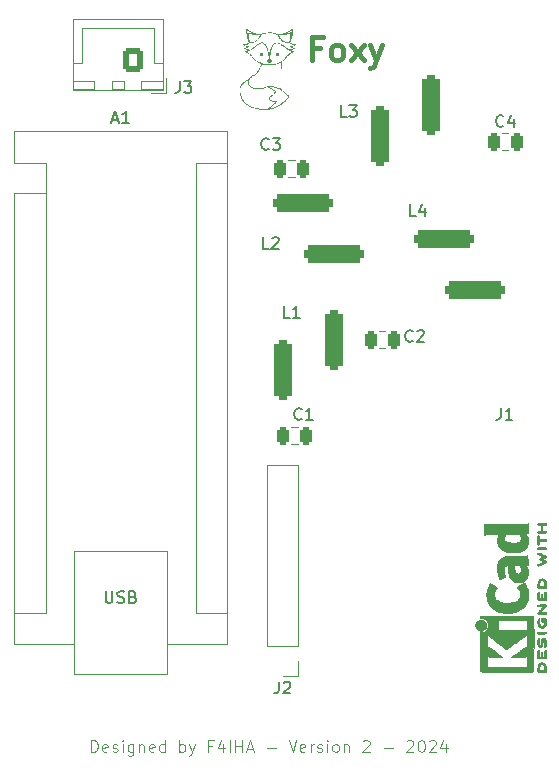
<source format=gto>
G04 #@! TF.GenerationSoftware,KiCad,Pcbnew,8.0.6*
G04 #@! TF.CreationDate,2024-10-20T12:02:02+02:00*
G04 #@! TF.ProjectId,foxy,666f7879-2e6b-4696-9361-645f70636258,rev?*
G04 #@! TF.SameCoordinates,Original*
G04 #@! TF.FileFunction,Legend,Top*
G04 #@! TF.FilePolarity,Positive*
%FSLAX46Y46*%
G04 Gerber Fmt 4.6, Leading zero omitted, Abs format (unit mm)*
G04 Created by KiCad (PCBNEW 8.0.6) date 2024-10-20 12:02:02*
%MOMM*%
%LPD*%
G01*
G04 APERTURE LIST*
G04 Aperture macros list*
%AMRoundRect*
0 Rectangle with rounded corners*
0 $1 Rounding radius*
0 $2 $3 $4 $5 $6 $7 $8 $9 X,Y pos of 4 corners*
0 Add a 4 corners polygon primitive as box body*
4,1,4,$2,$3,$4,$5,$6,$7,$8,$9,$2,$3,0*
0 Add four circle primitives for the rounded corners*
1,1,$1+$1,$2,$3*
1,1,$1+$1,$4,$5*
1,1,$1+$1,$6,$7*
1,1,$1+$1,$8,$9*
0 Add four rect primitives between the rounded corners*
20,1,$1+$1,$2,$3,$4,$5,0*
20,1,$1+$1,$4,$5,$6,$7,0*
20,1,$1+$1,$6,$7,$8,$9,0*
20,1,$1+$1,$8,$9,$2,$3,0*%
G04 Aperture macros list end*
%ADD10C,0.400000*%
%ADD11C,0.100000*%
%ADD12C,0.150000*%
%ADD13C,0.120000*%
%ADD14C,0.010000*%
%ADD15C,0.000000*%
%ADD16C,0.700000*%
%ADD17C,4.400000*%
%ADD18RoundRect,0.250000X0.600000X0.750000X-0.600000X0.750000X-0.600000X-0.750000X0.600000X-0.750000X0*%
%ADD19O,1.700000X2.000000*%
%ADD20RoundRect,0.370000X-0.370000X-2.210000X0.370000X-2.210000X0.370000X2.210000X-0.370000X2.210000X0*%
%ADD21R,1.700000X1.700000*%
%ADD22O,1.700000X1.700000*%
%ADD23RoundRect,0.250000X-0.250000X-0.475000X0.250000X-0.475000X0.250000X0.475000X-0.250000X0.475000X0*%
%ADD24RoundRect,0.370000X-2.210000X0.370000X-2.210000X-0.370000X2.210000X-0.370000X2.210000X0.370000X0*%
%ADD25R,1.600000X1.600000*%
%ADD26O,1.600000X1.600000*%
%ADD27RoundRect,0.250000X0.250000X0.475000X-0.250000X0.475000X-0.250000X-0.475000X0.250000X-0.475000X0*%
%ADD28R,4.000000X1.400000*%
%ADD29R,4.000000X1.500000*%
%ADD30RoundRect,0.370000X2.210000X-0.370000X2.210000X0.370000X-2.210000X0.370000X-2.210000X-0.370000X0*%
G04 APERTURE END LIST*
D10*
X120745523Y-67774819D02*
X120078856Y-67774819D01*
X120078856Y-68822438D02*
X120078856Y-66822438D01*
X120078856Y-66822438D02*
X121031237Y-66822438D01*
X122078856Y-68822438D02*
X121888380Y-68727200D01*
X121888380Y-68727200D02*
X121793142Y-68631961D01*
X121793142Y-68631961D02*
X121697904Y-68441485D01*
X121697904Y-68441485D02*
X121697904Y-67870057D01*
X121697904Y-67870057D02*
X121793142Y-67679580D01*
X121793142Y-67679580D02*
X121888380Y-67584342D01*
X121888380Y-67584342D02*
X122078856Y-67489104D01*
X122078856Y-67489104D02*
X122364571Y-67489104D01*
X122364571Y-67489104D02*
X122555047Y-67584342D01*
X122555047Y-67584342D02*
X122650285Y-67679580D01*
X122650285Y-67679580D02*
X122745523Y-67870057D01*
X122745523Y-67870057D02*
X122745523Y-68441485D01*
X122745523Y-68441485D02*
X122650285Y-68631961D01*
X122650285Y-68631961D02*
X122555047Y-68727200D01*
X122555047Y-68727200D02*
X122364571Y-68822438D01*
X122364571Y-68822438D02*
X122078856Y-68822438D01*
X123412190Y-68822438D02*
X124459809Y-67489104D01*
X123412190Y-67489104D02*
X124459809Y-68822438D01*
X125031238Y-67489104D02*
X125507428Y-68822438D01*
X125983619Y-67489104D02*
X125507428Y-68822438D01*
X125507428Y-68822438D02*
X125316952Y-69298628D01*
X125316952Y-69298628D02*
X125221714Y-69393866D01*
X125221714Y-69393866D02*
X125031238Y-69489104D01*
D11*
X101395884Y-127380419D02*
X101395884Y-126380419D01*
X101395884Y-126380419D02*
X101633979Y-126380419D01*
X101633979Y-126380419D02*
X101776836Y-126428038D01*
X101776836Y-126428038D02*
X101872074Y-126523276D01*
X101872074Y-126523276D02*
X101919693Y-126618514D01*
X101919693Y-126618514D02*
X101967312Y-126808990D01*
X101967312Y-126808990D02*
X101967312Y-126951847D01*
X101967312Y-126951847D02*
X101919693Y-127142323D01*
X101919693Y-127142323D02*
X101872074Y-127237561D01*
X101872074Y-127237561D02*
X101776836Y-127332800D01*
X101776836Y-127332800D02*
X101633979Y-127380419D01*
X101633979Y-127380419D02*
X101395884Y-127380419D01*
X102776836Y-127332800D02*
X102681598Y-127380419D01*
X102681598Y-127380419D02*
X102491122Y-127380419D01*
X102491122Y-127380419D02*
X102395884Y-127332800D01*
X102395884Y-127332800D02*
X102348265Y-127237561D01*
X102348265Y-127237561D02*
X102348265Y-126856609D01*
X102348265Y-126856609D02*
X102395884Y-126761371D01*
X102395884Y-126761371D02*
X102491122Y-126713752D01*
X102491122Y-126713752D02*
X102681598Y-126713752D01*
X102681598Y-126713752D02*
X102776836Y-126761371D01*
X102776836Y-126761371D02*
X102824455Y-126856609D01*
X102824455Y-126856609D02*
X102824455Y-126951847D01*
X102824455Y-126951847D02*
X102348265Y-127047085D01*
X103205408Y-127332800D02*
X103300646Y-127380419D01*
X103300646Y-127380419D02*
X103491122Y-127380419D01*
X103491122Y-127380419D02*
X103586360Y-127332800D01*
X103586360Y-127332800D02*
X103633979Y-127237561D01*
X103633979Y-127237561D02*
X103633979Y-127189942D01*
X103633979Y-127189942D02*
X103586360Y-127094704D01*
X103586360Y-127094704D02*
X103491122Y-127047085D01*
X103491122Y-127047085D02*
X103348265Y-127047085D01*
X103348265Y-127047085D02*
X103253027Y-126999466D01*
X103253027Y-126999466D02*
X103205408Y-126904228D01*
X103205408Y-126904228D02*
X103205408Y-126856609D01*
X103205408Y-126856609D02*
X103253027Y-126761371D01*
X103253027Y-126761371D02*
X103348265Y-126713752D01*
X103348265Y-126713752D02*
X103491122Y-126713752D01*
X103491122Y-126713752D02*
X103586360Y-126761371D01*
X104062551Y-127380419D02*
X104062551Y-126713752D01*
X104062551Y-126380419D02*
X104014932Y-126428038D01*
X104014932Y-126428038D02*
X104062551Y-126475657D01*
X104062551Y-126475657D02*
X104110170Y-126428038D01*
X104110170Y-126428038D02*
X104062551Y-126380419D01*
X104062551Y-126380419D02*
X104062551Y-126475657D01*
X104967312Y-126713752D02*
X104967312Y-127523276D01*
X104967312Y-127523276D02*
X104919693Y-127618514D01*
X104919693Y-127618514D02*
X104872074Y-127666133D01*
X104872074Y-127666133D02*
X104776836Y-127713752D01*
X104776836Y-127713752D02*
X104633979Y-127713752D01*
X104633979Y-127713752D02*
X104538741Y-127666133D01*
X104967312Y-127332800D02*
X104872074Y-127380419D01*
X104872074Y-127380419D02*
X104681598Y-127380419D01*
X104681598Y-127380419D02*
X104586360Y-127332800D01*
X104586360Y-127332800D02*
X104538741Y-127285180D01*
X104538741Y-127285180D02*
X104491122Y-127189942D01*
X104491122Y-127189942D02*
X104491122Y-126904228D01*
X104491122Y-126904228D02*
X104538741Y-126808990D01*
X104538741Y-126808990D02*
X104586360Y-126761371D01*
X104586360Y-126761371D02*
X104681598Y-126713752D01*
X104681598Y-126713752D02*
X104872074Y-126713752D01*
X104872074Y-126713752D02*
X104967312Y-126761371D01*
X105443503Y-126713752D02*
X105443503Y-127380419D01*
X105443503Y-126808990D02*
X105491122Y-126761371D01*
X105491122Y-126761371D02*
X105586360Y-126713752D01*
X105586360Y-126713752D02*
X105729217Y-126713752D01*
X105729217Y-126713752D02*
X105824455Y-126761371D01*
X105824455Y-126761371D02*
X105872074Y-126856609D01*
X105872074Y-126856609D02*
X105872074Y-127380419D01*
X106729217Y-127332800D02*
X106633979Y-127380419D01*
X106633979Y-127380419D02*
X106443503Y-127380419D01*
X106443503Y-127380419D02*
X106348265Y-127332800D01*
X106348265Y-127332800D02*
X106300646Y-127237561D01*
X106300646Y-127237561D02*
X106300646Y-126856609D01*
X106300646Y-126856609D02*
X106348265Y-126761371D01*
X106348265Y-126761371D02*
X106443503Y-126713752D01*
X106443503Y-126713752D02*
X106633979Y-126713752D01*
X106633979Y-126713752D02*
X106729217Y-126761371D01*
X106729217Y-126761371D02*
X106776836Y-126856609D01*
X106776836Y-126856609D02*
X106776836Y-126951847D01*
X106776836Y-126951847D02*
X106300646Y-127047085D01*
X107633979Y-127380419D02*
X107633979Y-126380419D01*
X107633979Y-127332800D02*
X107538741Y-127380419D01*
X107538741Y-127380419D02*
X107348265Y-127380419D01*
X107348265Y-127380419D02*
X107253027Y-127332800D01*
X107253027Y-127332800D02*
X107205408Y-127285180D01*
X107205408Y-127285180D02*
X107157789Y-127189942D01*
X107157789Y-127189942D02*
X107157789Y-126904228D01*
X107157789Y-126904228D02*
X107205408Y-126808990D01*
X107205408Y-126808990D02*
X107253027Y-126761371D01*
X107253027Y-126761371D02*
X107348265Y-126713752D01*
X107348265Y-126713752D02*
X107538741Y-126713752D01*
X107538741Y-126713752D02*
X107633979Y-126761371D01*
X108872075Y-127380419D02*
X108872075Y-126380419D01*
X108872075Y-126761371D02*
X108967313Y-126713752D01*
X108967313Y-126713752D02*
X109157789Y-126713752D01*
X109157789Y-126713752D02*
X109253027Y-126761371D01*
X109253027Y-126761371D02*
X109300646Y-126808990D01*
X109300646Y-126808990D02*
X109348265Y-126904228D01*
X109348265Y-126904228D02*
X109348265Y-127189942D01*
X109348265Y-127189942D02*
X109300646Y-127285180D01*
X109300646Y-127285180D02*
X109253027Y-127332800D01*
X109253027Y-127332800D02*
X109157789Y-127380419D01*
X109157789Y-127380419D02*
X108967313Y-127380419D01*
X108967313Y-127380419D02*
X108872075Y-127332800D01*
X109681599Y-126713752D02*
X109919694Y-127380419D01*
X110157789Y-126713752D02*
X109919694Y-127380419D01*
X109919694Y-127380419D02*
X109824456Y-127618514D01*
X109824456Y-127618514D02*
X109776837Y-127666133D01*
X109776837Y-127666133D02*
X109681599Y-127713752D01*
X111633980Y-126856609D02*
X111300647Y-126856609D01*
X111300647Y-127380419D02*
X111300647Y-126380419D01*
X111300647Y-126380419D02*
X111776837Y-126380419D01*
X112586361Y-126713752D02*
X112586361Y-127380419D01*
X112348266Y-126332800D02*
X112110171Y-127047085D01*
X112110171Y-127047085D02*
X112729218Y-127047085D01*
X113110171Y-127380419D02*
X113110171Y-126380419D01*
X113586361Y-127380419D02*
X113586361Y-126380419D01*
X113586361Y-126856609D02*
X114157789Y-126856609D01*
X114157789Y-127380419D02*
X114157789Y-126380419D01*
X114586361Y-127094704D02*
X115062551Y-127094704D01*
X114491123Y-127380419D02*
X114824456Y-126380419D01*
X114824456Y-126380419D02*
X115157789Y-127380419D01*
X116253028Y-126999466D02*
X117014933Y-126999466D01*
X118110171Y-126380419D02*
X118443504Y-127380419D01*
X118443504Y-127380419D02*
X118776837Y-126380419D01*
X119491123Y-127332800D02*
X119395885Y-127380419D01*
X119395885Y-127380419D02*
X119205409Y-127380419D01*
X119205409Y-127380419D02*
X119110171Y-127332800D01*
X119110171Y-127332800D02*
X119062552Y-127237561D01*
X119062552Y-127237561D02*
X119062552Y-126856609D01*
X119062552Y-126856609D02*
X119110171Y-126761371D01*
X119110171Y-126761371D02*
X119205409Y-126713752D01*
X119205409Y-126713752D02*
X119395885Y-126713752D01*
X119395885Y-126713752D02*
X119491123Y-126761371D01*
X119491123Y-126761371D02*
X119538742Y-126856609D01*
X119538742Y-126856609D02*
X119538742Y-126951847D01*
X119538742Y-126951847D02*
X119062552Y-127047085D01*
X119967314Y-127380419D02*
X119967314Y-126713752D01*
X119967314Y-126904228D02*
X120014933Y-126808990D01*
X120014933Y-126808990D02*
X120062552Y-126761371D01*
X120062552Y-126761371D02*
X120157790Y-126713752D01*
X120157790Y-126713752D02*
X120253028Y-126713752D01*
X120538743Y-127332800D02*
X120633981Y-127380419D01*
X120633981Y-127380419D02*
X120824457Y-127380419D01*
X120824457Y-127380419D02*
X120919695Y-127332800D01*
X120919695Y-127332800D02*
X120967314Y-127237561D01*
X120967314Y-127237561D02*
X120967314Y-127189942D01*
X120967314Y-127189942D02*
X120919695Y-127094704D01*
X120919695Y-127094704D02*
X120824457Y-127047085D01*
X120824457Y-127047085D02*
X120681600Y-127047085D01*
X120681600Y-127047085D02*
X120586362Y-126999466D01*
X120586362Y-126999466D02*
X120538743Y-126904228D01*
X120538743Y-126904228D02*
X120538743Y-126856609D01*
X120538743Y-126856609D02*
X120586362Y-126761371D01*
X120586362Y-126761371D02*
X120681600Y-126713752D01*
X120681600Y-126713752D02*
X120824457Y-126713752D01*
X120824457Y-126713752D02*
X120919695Y-126761371D01*
X121395886Y-127380419D02*
X121395886Y-126713752D01*
X121395886Y-126380419D02*
X121348267Y-126428038D01*
X121348267Y-126428038D02*
X121395886Y-126475657D01*
X121395886Y-126475657D02*
X121443505Y-126428038D01*
X121443505Y-126428038D02*
X121395886Y-126380419D01*
X121395886Y-126380419D02*
X121395886Y-126475657D01*
X122014933Y-127380419D02*
X121919695Y-127332800D01*
X121919695Y-127332800D02*
X121872076Y-127285180D01*
X121872076Y-127285180D02*
X121824457Y-127189942D01*
X121824457Y-127189942D02*
X121824457Y-126904228D01*
X121824457Y-126904228D02*
X121872076Y-126808990D01*
X121872076Y-126808990D02*
X121919695Y-126761371D01*
X121919695Y-126761371D02*
X122014933Y-126713752D01*
X122014933Y-126713752D02*
X122157790Y-126713752D01*
X122157790Y-126713752D02*
X122253028Y-126761371D01*
X122253028Y-126761371D02*
X122300647Y-126808990D01*
X122300647Y-126808990D02*
X122348266Y-126904228D01*
X122348266Y-126904228D02*
X122348266Y-127189942D01*
X122348266Y-127189942D02*
X122300647Y-127285180D01*
X122300647Y-127285180D02*
X122253028Y-127332800D01*
X122253028Y-127332800D02*
X122157790Y-127380419D01*
X122157790Y-127380419D02*
X122014933Y-127380419D01*
X122776838Y-126713752D02*
X122776838Y-127380419D01*
X122776838Y-126808990D02*
X122824457Y-126761371D01*
X122824457Y-126761371D02*
X122919695Y-126713752D01*
X122919695Y-126713752D02*
X123062552Y-126713752D01*
X123062552Y-126713752D02*
X123157790Y-126761371D01*
X123157790Y-126761371D02*
X123205409Y-126856609D01*
X123205409Y-126856609D02*
X123205409Y-127380419D01*
X124395886Y-126475657D02*
X124443505Y-126428038D01*
X124443505Y-126428038D02*
X124538743Y-126380419D01*
X124538743Y-126380419D02*
X124776838Y-126380419D01*
X124776838Y-126380419D02*
X124872076Y-126428038D01*
X124872076Y-126428038D02*
X124919695Y-126475657D01*
X124919695Y-126475657D02*
X124967314Y-126570895D01*
X124967314Y-126570895D02*
X124967314Y-126666133D01*
X124967314Y-126666133D02*
X124919695Y-126808990D01*
X124919695Y-126808990D02*
X124348267Y-127380419D01*
X124348267Y-127380419D02*
X124967314Y-127380419D01*
X126157791Y-126999466D02*
X126919696Y-126999466D01*
X128110172Y-126475657D02*
X128157791Y-126428038D01*
X128157791Y-126428038D02*
X128253029Y-126380419D01*
X128253029Y-126380419D02*
X128491124Y-126380419D01*
X128491124Y-126380419D02*
X128586362Y-126428038D01*
X128586362Y-126428038D02*
X128633981Y-126475657D01*
X128633981Y-126475657D02*
X128681600Y-126570895D01*
X128681600Y-126570895D02*
X128681600Y-126666133D01*
X128681600Y-126666133D02*
X128633981Y-126808990D01*
X128633981Y-126808990D02*
X128062553Y-127380419D01*
X128062553Y-127380419D02*
X128681600Y-127380419D01*
X129300648Y-126380419D02*
X129395886Y-126380419D01*
X129395886Y-126380419D02*
X129491124Y-126428038D01*
X129491124Y-126428038D02*
X129538743Y-126475657D01*
X129538743Y-126475657D02*
X129586362Y-126570895D01*
X129586362Y-126570895D02*
X129633981Y-126761371D01*
X129633981Y-126761371D02*
X129633981Y-126999466D01*
X129633981Y-126999466D02*
X129586362Y-127189942D01*
X129586362Y-127189942D02*
X129538743Y-127285180D01*
X129538743Y-127285180D02*
X129491124Y-127332800D01*
X129491124Y-127332800D02*
X129395886Y-127380419D01*
X129395886Y-127380419D02*
X129300648Y-127380419D01*
X129300648Y-127380419D02*
X129205410Y-127332800D01*
X129205410Y-127332800D02*
X129157791Y-127285180D01*
X129157791Y-127285180D02*
X129110172Y-127189942D01*
X129110172Y-127189942D02*
X129062553Y-126999466D01*
X129062553Y-126999466D02*
X129062553Y-126761371D01*
X129062553Y-126761371D02*
X129110172Y-126570895D01*
X129110172Y-126570895D02*
X129157791Y-126475657D01*
X129157791Y-126475657D02*
X129205410Y-126428038D01*
X129205410Y-126428038D02*
X129300648Y-126380419D01*
X130014934Y-126475657D02*
X130062553Y-126428038D01*
X130062553Y-126428038D02*
X130157791Y-126380419D01*
X130157791Y-126380419D02*
X130395886Y-126380419D01*
X130395886Y-126380419D02*
X130491124Y-126428038D01*
X130491124Y-126428038D02*
X130538743Y-126475657D01*
X130538743Y-126475657D02*
X130586362Y-126570895D01*
X130586362Y-126570895D02*
X130586362Y-126666133D01*
X130586362Y-126666133D02*
X130538743Y-126808990D01*
X130538743Y-126808990D02*
X129967315Y-127380419D01*
X129967315Y-127380419D02*
X130586362Y-127380419D01*
X131443505Y-126713752D02*
X131443505Y-127380419D01*
X131205410Y-126332800D02*
X130967315Y-127047085D01*
X130967315Y-127047085D02*
X131586362Y-127047085D01*
D12*
X108886666Y-70574819D02*
X108886666Y-71289104D01*
X108886666Y-71289104D02*
X108839047Y-71431961D01*
X108839047Y-71431961D02*
X108743809Y-71527200D01*
X108743809Y-71527200D02*
X108600952Y-71574819D01*
X108600952Y-71574819D02*
X108505714Y-71574819D01*
X109267619Y-70574819D02*
X109886666Y-70574819D01*
X109886666Y-70574819D02*
X109553333Y-70955771D01*
X109553333Y-70955771D02*
X109696190Y-70955771D01*
X109696190Y-70955771D02*
X109791428Y-71003390D01*
X109791428Y-71003390D02*
X109839047Y-71051009D01*
X109839047Y-71051009D02*
X109886666Y-71146247D01*
X109886666Y-71146247D02*
X109886666Y-71384342D01*
X109886666Y-71384342D02*
X109839047Y-71479580D01*
X109839047Y-71479580D02*
X109791428Y-71527200D01*
X109791428Y-71527200D02*
X109696190Y-71574819D01*
X109696190Y-71574819D02*
X109410476Y-71574819D01*
X109410476Y-71574819D02*
X109315238Y-71527200D01*
X109315238Y-71527200D02*
X109267619Y-71479580D01*
X118197333Y-90624817D02*
X117721143Y-90624817D01*
X117721143Y-90624817D02*
X117721143Y-89624817D01*
X119054476Y-90624817D02*
X118483048Y-90624817D01*
X118768762Y-90624817D02*
X118768762Y-89624817D01*
X118768762Y-89624817D02*
X118673524Y-89767674D01*
X118673524Y-89767674D02*
X118578286Y-89862912D01*
X118578286Y-89862912D02*
X118483048Y-89910531D01*
X117268666Y-121418819D02*
X117268666Y-122133104D01*
X117268666Y-122133104D02*
X117221047Y-122275961D01*
X117221047Y-122275961D02*
X117125809Y-122371200D01*
X117125809Y-122371200D02*
X116982952Y-122418819D01*
X116982952Y-122418819D02*
X116887714Y-122418819D01*
X117697238Y-121514057D02*
X117744857Y-121466438D01*
X117744857Y-121466438D02*
X117840095Y-121418819D01*
X117840095Y-121418819D02*
X118078190Y-121418819D01*
X118078190Y-121418819D02*
X118173428Y-121466438D01*
X118173428Y-121466438D02*
X118221047Y-121514057D01*
X118221047Y-121514057D02*
X118268666Y-121609295D01*
X118268666Y-121609295D02*
X118268666Y-121704533D01*
X118268666Y-121704533D02*
X118221047Y-121847390D01*
X118221047Y-121847390D02*
X117649619Y-122418819D01*
X117649619Y-122418819D02*
X118268666Y-122418819D01*
X136297333Y-74371580D02*
X136249714Y-74419200D01*
X136249714Y-74419200D02*
X136106857Y-74466819D01*
X136106857Y-74466819D02*
X136011619Y-74466819D01*
X136011619Y-74466819D02*
X135868762Y-74419200D01*
X135868762Y-74419200D02*
X135773524Y-74323961D01*
X135773524Y-74323961D02*
X135725905Y-74228723D01*
X135725905Y-74228723D02*
X135678286Y-74038247D01*
X135678286Y-74038247D02*
X135678286Y-73895390D01*
X135678286Y-73895390D02*
X135725905Y-73704914D01*
X135725905Y-73704914D02*
X135773524Y-73609676D01*
X135773524Y-73609676D02*
X135868762Y-73514438D01*
X135868762Y-73514438D02*
X136011619Y-73466819D01*
X136011619Y-73466819D02*
X136106857Y-73466819D01*
X136106857Y-73466819D02*
X136249714Y-73514438D01*
X136249714Y-73514438D02*
X136297333Y-73562057D01*
X137154476Y-73800152D02*
X137154476Y-74466819D01*
X136916381Y-73419200D02*
X136678286Y-74133485D01*
X136678286Y-74133485D02*
X137297333Y-74133485D01*
X119213333Y-99165580D02*
X119165714Y-99213200D01*
X119165714Y-99213200D02*
X119022857Y-99260819D01*
X119022857Y-99260819D02*
X118927619Y-99260819D01*
X118927619Y-99260819D02*
X118784762Y-99213200D01*
X118784762Y-99213200D02*
X118689524Y-99117961D01*
X118689524Y-99117961D02*
X118641905Y-99022723D01*
X118641905Y-99022723D02*
X118594286Y-98832247D01*
X118594286Y-98832247D02*
X118594286Y-98689390D01*
X118594286Y-98689390D02*
X118641905Y-98498914D01*
X118641905Y-98498914D02*
X118689524Y-98403676D01*
X118689524Y-98403676D02*
X118784762Y-98308438D01*
X118784762Y-98308438D02*
X118927619Y-98260819D01*
X118927619Y-98260819D02*
X119022857Y-98260819D01*
X119022857Y-98260819D02*
X119165714Y-98308438D01*
X119165714Y-98308438D02*
X119213333Y-98356057D01*
X120165714Y-99260819D02*
X119594286Y-99260819D01*
X119880000Y-99260819D02*
X119880000Y-98260819D01*
X119880000Y-98260819D02*
X119784762Y-98403676D01*
X119784762Y-98403676D02*
X119689524Y-98498914D01*
X119689524Y-98498914D02*
X119594286Y-98546533D01*
X128865333Y-81988819D02*
X128389143Y-81988819D01*
X128389143Y-81988819D02*
X128389143Y-80988819D01*
X129627238Y-81322152D02*
X129627238Y-81988819D01*
X129389143Y-80941200D02*
X129151048Y-81655485D01*
X129151048Y-81655485D02*
X129770095Y-81655485D01*
X123023333Y-73606819D02*
X122547143Y-73606819D01*
X122547143Y-73606819D02*
X122547143Y-72606819D01*
X123261429Y-72606819D02*
X123880476Y-72606819D01*
X123880476Y-72606819D02*
X123547143Y-72987771D01*
X123547143Y-72987771D02*
X123690000Y-72987771D01*
X123690000Y-72987771D02*
X123785238Y-73035390D01*
X123785238Y-73035390D02*
X123832857Y-73083009D01*
X123832857Y-73083009D02*
X123880476Y-73178247D01*
X123880476Y-73178247D02*
X123880476Y-73416342D01*
X123880476Y-73416342D02*
X123832857Y-73511580D01*
X123832857Y-73511580D02*
X123785238Y-73559200D01*
X123785238Y-73559200D02*
X123690000Y-73606819D01*
X123690000Y-73606819D02*
X123404286Y-73606819D01*
X123404286Y-73606819D02*
X123309048Y-73559200D01*
X123309048Y-73559200D02*
X123261429Y-73511580D01*
X103171714Y-73829104D02*
X103647904Y-73829104D01*
X103076476Y-74114819D02*
X103409809Y-73114819D01*
X103409809Y-73114819D02*
X103743142Y-74114819D01*
X104600285Y-74114819D02*
X104028857Y-74114819D01*
X104314571Y-74114819D02*
X104314571Y-73114819D01*
X104314571Y-73114819D02*
X104219333Y-73257676D01*
X104219333Y-73257676D02*
X104124095Y-73352914D01*
X104124095Y-73352914D02*
X104028857Y-73400533D01*
X102624095Y-113754819D02*
X102624095Y-114564342D01*
X102624095Y-114564342D02*
X102671714Y-114659580D01*
X102671714Y-114659580D02*
X102719333Y-114707200D01*
X102719333Y-114707200D02*
X102814571Y-114754819D01*
X102814571Y-114754819D02*
X103005047Y-114754819D01*
X103005047Y-114754819D02*
X103100285Y-114707200D01*
X103100285Y-114707200D02*
X103147904Y-114659580D01*
X103147904Y-114659580D02*
X103195523Y-114564342D01*
X103195523Y-114564342D02*
X103195523Y-113754819D01*
X103624095Y-114707200D02*
X103766952Y-114754819D01*
X103766952Y-114754819D02*
X104005047Y-114754819D01*
X104005047Y-114754819D02*
X104100285Y-114707200D01*
X104100285Y-114707200D02*
X104147904Y-114659580D01*
X104147904Y-114659580D02*
X104195523Y-114564342D01*
X104195523Y-114564342D02*
X104195523Y-114469104D01*
X104195523Y-114469104D02*
X104147904Y-114373866D01*
X104147904Y-114373866D02*
X104100285Y-114326247D01*
X104100285Y-114326247D02*
X104005047Y-114278628D01*
X104005047Y-114278628D02*
X103814571Y-114231009D01*
X103814571Y-114231009D02*
X103719333Y-114183390D01*
X103719333Y-114183390D02*
X103671714Y-114135771D01*
X103671714Y-114135771D02*
X103624095Y-114040533D01*
X103624095Y-114040533D02*
X103624095Y-113945295D01*
X103624095Y-113945295D02*
X103671714Y-113850057D01*
X103671714Y-113850057D02*
X103719333Y-113802438D01*
X103719333Y-113802438D02*
X103814571Y-113754819D01*
X103814571Y-113754819D02*
X104052666Y-113754819D01*
X104052666Y-113754819D02*
X104195523Y-113802438D01*
X104957428Y-114231009D02*
X105100285Y-114278628D01*
X105100285Y-114278628D02*
X105147904Y-114326247D01*
X105147904Y-114326247D02*
X105195523Y-114421485D01*
X105195523Y-114421485D02*
X105195523Y-114564342D01*
X105195523Y-114564342D02*
X105147904Y-114659580D01*
X105147904Y-114659580D02*
X105100285Y-114707200D01*
X105100285Y-114707200D02*
X105005047Y-114754819D01*
X105005047Y-114754819D02*
X104624095Y-114754819D01*
X104624095Y-114754819D02*
X104624095Y-113754819D01*
X104624095Y-113754819D02*
X104957428Y-113754819D01*
X104957428Y-113754819D02*
X105052666Y-113802438D01*
X105052666Y-113802438D02*
X105100285Y-113850057D01*
X105100285Y-113850057D02*
X105147904Y-113945295D01*
X105147904Y-113945295D02*
X105147904Y-114040533D01*
X105147904Y-114040533D02*
X105100285Y-114135771D01*
X105100285Y-114135771D02*
X105052666Y-114183390D01*
X105052666Y-114183390D02*
X104957428Y-114231009D01*
X104957428Y-114231009D02*
X104624095Y-114231009D01*
X116419333Y-76305580D02*
X116371714Y-76353200D01*
X116371714Y-76353200D02*
X116228857Y-76400819D01*
X116228857Y-76400819D02*
X116133619Y-76400819D01*
X116133619Y-76400819D02*
X115990762Y-76353200D01*
X115990762Y-76353200D02*
X115895524Y-76257961D01*
X115895524Y-76257961D02*
X115847905Y-76162723D01*
X115847905Y-76162723D02*
X115800286Y-75972247D01*
X115800286Y-75972247D02*
X115800286Y-75829390D01*
X115800286Y-75829390D02*
X115847905Y-75638914D01*
X115847905Y-75638914D02*
X115895524Y-75543676D01*
X115895524Y-75543676D02*
X115990762Y-75448438D01*
X115990762Y-75448438D02*
X116133619Y-75400819D01*
X116133619Y-75400819D02*
X116228857Y-75400819D01*
X116228857Y-75400819D02*
X116371714Y-75448438D01*
X116371714Y-75448438D02*
X116419333Y-75496057D01*
X116752667Y-75400819D02*
X117371714Y-75400819D01*
X117371714Y-75400819D02*
X117038381Y-75781771D01*
X117038381Y-75781771D02*
X117181238Y-75781771D01*
X117181238Y-75781771D02*
X117276476Y-75829390D01*
X117276476Y-75829390D02*
X117324095Y-75877009D01*
X117324095Y-75877009D02*
X117371714Y-75972247D01*
X117371714Y-75972247D02*
X117371714Y-76210342D01*
X117371714Y-76210342D02*
X117324095Y-76305580D01*
X117324095Y-76305580D02*
X117276476Y-76353200D01*
X117276476Y-76353200D02*
X117181238Y-76400819D01*
X117181238Y-76400819D02*
X116895524Y-76400819D01*
X116895524Y-76400819D02*
X116800286Y-76353200D01*
X116800286Y-76353200D02*
X116752667Y-76305580D01*
X136064666Y-98260819D02*
X136064666Y-98975104D01*
X136064666Y-98975104D02*
X136017047Y-99117961D01*
X136017047Y-99117961D02*
X135921809Y-99213200D01*
X135921809Y-99213200D02*
X135778952Y-99260819D01*
X135778952Y-99260819D02*
X135683714Y-99260819D01*
X137064666Y-99260819D02*
X136493238Y-99260819D01*
X136778952Y-99260819D02*
X136778952Y-98260819D01*
X136778952Y-98260819D02*
X136683714Y-98403676D01*
X136683714Y-98403676D02*
X136588476Y-98498914D01*
X136588476Y-98498914D02*
X136493238Y-98546533D01*
X128611333Y-92561580D02*
X128563714Y-92609200D01*
X128563714Y-92609200D02*
X128420857Y-92656819D01*
X128420857Y-92656819D02*
X128325619Y-92656819D01*
X128325619Y-92656819D02*
X128182762Y-92609200D01*
X128182762Y-92609200D02*
X128087524Y-92513961D01*
X128087524Y-92513961D02*
X128039905Y-92418723D01*
X128039905Y-92418723D02*
X127992286Y-92228247D01*
X127992286Y-92228247D02*
X127992286Y-92085390D01*
X127992286Y-92085390D02*
X128039905Y-91894914D01*
X128039905Y-91894914D02*
X128087524Y-91799676D01*
X128087524Y-91799676D02*
X128182762Y-91704438D01*
X128182762Y-91704438D02*
X128325619Y-91656819D01*
X128325619Y-91656819D02*
X128420857Y-91656819D01*
X128420857Y-91656819D02*
X128563714Y-91704438D01*
X128563714Y-91704438D02*
X128611333Y-91752057D01*
X128992286Y-91752057D02*
X129039905Y-91704438D01*
X129039905Y-91704438D02*
X129135143Y-91656819D01*
X129135143Y-91656819D02*
X129373238Y-91656819D01*
X129373238Y-91656819D02*
X129468476Y-91704438D01*
X129468476Y-91704438D02*
X129516095Y-91752057D01*
X129516095Y-91752057D02*
X129563714Y-91847295D01*
X129563714Y-91847295D02*
X129563714Y-91942533D01*
X129563714Y-91942533D02*
X129516095Y-92085390D01*
X129516095Y-92085390D02*
X128944667Y-92656819D01*
X128944667Y-92656819D02*
X129563714Y-92656819D01*
X116419333Y-84782817D02*
X115943143Y-84782817D01*
X115943143Y-84782817D02*
X115943143Y-83782817D01*
X116705048Y-83878055D02*
X116752667Y-83830436D01*
X116752667Y-83830436D02*
X116847905Y-83782817D01*
X116847905Y-83782817D02*
X117086000Y-83782817D01*
X117086000Y-83782817D02*
X117181238Y-83830436D01*
X117181238Y-83830436D02*
X117228857Y-83878055D01*
X117228857Y-83878055D02*
X117276476Y-83973293D01*
X117276476Y-83973293D02*
X117276476Y-84068531D01*
X117276476Y-84068531D02*
X117228857Y-84211388D01*
X117228857Y-84211388D02*
X116657429Y-84782817D01*
X116657429Y-84782817D02*
X117276476Y-84782817D01*
D13*
X99839000Y-65321000D02*
X99839000Y-71291000D01*
X99839000Y-71291000D02*
X107459000Y-71291000D01*
X99849000Y-69031000D02*
X100599000Y-69031000D01*
X99849000Y-70531000D02*
X99849000Y-71281000D01*
X99849000Y-71281000D02*
X101649000Y-71281000D01*
X100599000Y-66081000D02*
X103649000Y-66081000D01*
X100599000Y-69031000D02*
X100599000Y-66081000D01*
X101649000Y-70531000D02*
X99849000Y-70531000D01*
X101649000Y-71281000D02*
X101649000Y-70531000D01*
X103149000Y-70531000D02*
X103149000Y-71281000D01*
X103149000Y-71281000D02*
X104149000Y-71281000D01*
X104149000Y-70531000D02*
X103149000Y-70531000D01*
X104149000Y-71281000D02*
X104149000Y-70531000D01*
X105649000Y-70531000D02*
X105649000Y-71281000D01*
X105649000Y-71281000D02*
X107449000Y-71281000D01*
X106499000Y-71581000D02*
X107749000Y-71581000D01*
X106699000Y-66081000D02*
X103649000Y-66081000D01*
X106699000Y-69031000D02*
X106699000Y-66081000D01*
X107449000Y-69031000D02*
X106699000Y-69031000D01*
X107449000Y-70531000D02*
X105649000Y-70531000D01*
X107449000Y-71281000D02*
X107449000Y-70531000D01*
X107459000Y-65321000D02*
X99839000Y-65321000D01*
X107459000Y-71291000D02*
X107459000Y-65321000D01*
X107749000Y-71581000D02*
X107749000Y-70331000D01*
D14*
X139633830Y-110061107D02*
X139707932Y-110061471D01*
X139764704Y-110062276D01*
X139806768Y-110063687D01*
X139836748Y-110065867D01*
X139857267Y-110068979D01*
X139870949Y-110073186D01*
X139880416Y-110078652D01*
X139885082Y-110082528D01*
X139905575Y-110113966D01*
X139904739Y-110149767D01*
X139887264Y-110181127D01*
X139865684Y-110207778D01*
X139218227Y-110207778D01*
X139196647Y-110181127D01*
X139180949Y-110155406D01*
X139175067Y-110134400D01*
X139181877Y-110111386D01*
X139196647Y-110087673D01*
X139218227Y-110061022D01*
X139539773Y-110061022D01*
X139633830Y-110061107D01*
G36*
X139633830Y-110061107D02*
G01*
X139707932Y-110061471D01*
X139764704Y-110062276D01*
X139806768Y-110063687D01*
X139836748Y-110065867D01*
X139857267Y-110068979D01*
X139870949Y-110073186D01*
X139880416Y-110078652D01*
X139885082Y-110082528D01*
X139905575Y-110113966D01*
X139904739Y-110149767D01*
X139887264Y-110181127D01*
X139865684Y-110207778D01*
X139218227Y-110207778D01*
X139196647Y-110181127D01*
X139180949Y-110155406D01*
X139175067Y-110134400D01*
X139181877Y-110111386D01*
X139196647Y-110087673D01*
X139218227Y-110061022D01*
X139539773Y-110061022D01*
X139633830Y-110061107D01*
G37*
X139635802Y-117201314D02*
X139709689Y-117201638D01*
X139766232Y-117202386D01*
X139808049Y-117203732D01*
X139837757Y-117205846D01*
X139857973Y-117208900D01*
X139871314Y-117213066D01*
X139880398Y-117218516D01*
X139886267Y-117223822D01*
X139905947Y-117256826D01*
X139904181Y-117291991D01*
X139882717Y-117323455D01*
X139874337Y-117330684D01*
X139864614Y-117336334D01*
X139850861Y-117340599D01*
X139830389Y-117343673D01*
X139800512Y-117345752D01*
X139758541Y-117347030D01*
X139701789Y-117347701D01*
X139627567Y-117347959D01*
X139543537Y-117348000D01*
X139230485Y-117348000D01*
X139202776Y-117320291D01*
X139179463Y-117286137D01*
X139178623Y-117253006D01*
X139197645Y-117223822D01*
X139205218Y-117217242D01*
X139214987Y-117212079D01*
X139229571Y-117208164D01*
X139251585Y-117205324D01*
X139283648Y-117203387D01*
X139328375Y-117202183D01*
X139388385Y-117201539D01*
X139466294Y-117201284D01*
X139541956Y-117201245D01*
X139635802Y-117201314D01*
G36*
X139635802Y-117201314D02*
G01*
X139709689Y-117201638D01*
X139766232Y-117202386D01*
X139808049Y-117203732D01*
X139837757Y-117205846D01*
X139857973Y-117208900D01*
X139871314Y-117213066D01*
X139880398Y-117218516D01*
X139886267Y-117223822D01*
X139905947Y-117256826D01*
X139904181Y-117291991D01*
X139882717Y-117323455D01*
X139874337Y-117330684D01*
X139864614Y-117336334D01*
X139850861Y-117340599D01*
X139830389Y-117343673D01*
X139800512Y-117345752D01*
X139758541Y-117347030D01*
X139701789Y-117347701D01*
X139627567Y-117347959D01*
X139543537Y-117348000D01*
X139230485Y-117348000D01*
X139202776Y-117320291D01*
X139179463Y-117286137D01*
X139178623Y-117253006D01*
X139197645Y-117223822D01*
X139205218Y-117217242D01*
X139214987Y-117212079D01*
X139229571Y-117208164D01*
X139251585Y-117205324D01*
X139283648Y-117203387D01*
X139328375Y-117202183D01*
X139388385Y-117201539D01*
X139466294Y-117201284D01*
X139541956Y-117201245D01*
X139635802Y-117201314D01*
G37*
X134510654Y-116192140D02*
X134598511Y-116225840D01*
X134677770Y-116276528D01*
X134745836Y-116342345D01*
X134800112Y-116421434D01*
X134838002Y-116511934D01*
X134850426Y-116563200D01*
X134857947Y-116607698D01*
X134860919Y-116641999D01*
X134859094Y-116674960D01*
X134852225Y-116715434D01*
X134845250Y-116748531D01*
X134813741Y-116841947D01*
X134762617Y-116925619D01*
X134693429Y-116997665D01*
X134607728Y-117056200D01*
X134580489Y-117070148D01*
X134544122Y-117086586D01*
X134513582Y-117096894D01*
X134481450Y-117102460D01*
X134440307Y-117104669D01*
X134394222Y-117104948D01*
X134309865Y-117100861D01*
X134240586Y-117087446D01*
X134179961Y-117062256D01*
X134121567Y-117022846D01*
X134077302Y-116984298D01*
X134011484Y-116912406D01*
X133966053Y-116837313D01*
X133938850Y-116754562D01*
X133928576Y-116676928D01*
X133932571Y-116573043D01*
X133956809Y-116476768D01*
X133999641Y-116390184D01*
X134059419Y-116315373D01*
X134134494Y-116254418D01*
X134223220Y-116209399D01*
X134319530Y-116183136D01*
X134416795Y-116177286D01*
X134510654Y-116192140D01*
G36*
X134510654Y-116192140D02*
G01*
X134598511Y-116225840D01*
X134677770Y-116276528D01*
X134745836Y-116342345D01*
X134800112Y-116421434D01*
X134838002Y-116511934D01*
X134850426Y-116563200D01*
X134857947Y-116607698D01*
X134860919Y-116641999D01*
X134859094Y-116674960D01*
X134852225Y-116715434D01*
X134845250Y-116748531D01*
X134813741Y-116841947D01*
X134762617Y-116925619D01*
X134693429Y-116997665D01*
X134607728Y-117056200D01*
X134580489Y-117070148D01*
X134544122Y-117086586D01*
X134513582Y-117096894D01*
X134481450Y-117102460D01*
X134440307Y-117104669D01*
X134394222Y-117104948D01*
X134309865Y-117100861D01*
X134240586Y-117087446D01*
X134179961Y-117062256D01*
X134121567Y-117022846D01*
X134077302Y-116984298D01*
X134011484Y-116912406D01*
X133966053Y-116837313D01*
X133938850Y-116754562D01*
X133928576Y-116676928D01*
X133932571Y-116573043D01*
X133956809Y-116476768D01*
X133999641Y-116390184D01*
X134059419Y-116315373D01*
X134134494Y-116254418D01*
X134223220Y-116209399D01*
X134319530Y-116183136D01*
X134416795Y-116177286D01*
X134510654Y-116192140D01*
G37*
X139291826Y-109051289D02*
X139304089Y-109061652D01*
X139312450Y-109072804D01*
X139317657Y-109088965D01*
X139320457Y-109114358D01*
X139321596Y-109153202D01*
X139321821Y-109209720D01*
X139321822Y-109220820D01*
X139321822Y-109366756D01*
X139592756Y-109366756D01*
X139678154Y-109366852D01*
X139743864Y-109367289D01*
X139792774Y-109368288D01*
X139827773Y-109370072D01*
X139851749Y-109372863D01*
X139867593Y-109376883D01*
X139878191Y-109382355D01*
X139886267Y-109389334D01*
X139906112Y-109422266D01*
X139904548Y-109456646D01*
X139881906Y-109487824D01*
X139879100Y-109490114D01*
X139868492Y-109497571D01*
X139856081Y-109503253D01*
X139838850Y-109507399D01*
X139813784Y-109510250D01*
X139777867Y-109512046D01*
X139728083Y-109513028D01*
X139661417Y-109513436D01*
X139585589Y-109513511D01*
X139321822Y-109513511D01*
X139321822Y-109652873D01*
X139321418Y-109712678D01*
X139319840Y-109754082D01*
X139316547Y-109781252D01*
X139310992Y-109798354D01*
X139302631Y-109809557D01*
X139301178Y-109810917D01*
X139267939Y-109827275D01*
X139230362Y-109825828D01*
X139197645Y-109807022D01*
X139191298Y-109799750D01*
X139186266Y-109790373D01*
X139182396Y-109776391D01*
X139179537Y-109755304D01*
X139177535Y-109724611D01*
X139176239Y-109681811D01*
X139175498Y-109624405D01*
X139175158Y-109549890D01*
X139175068Y-109455767D01*
X139175067Y-109435740D01*
X139175163Y-109336935D01*
X139175542Y-109258228D01*
X139176333Y-109197137D01*
X139177670Y-109151183D01*
X139179683Y-109117886D01*
X139182506Y-109094764D01*
X139186269Y-109079338D01*
X139191105Y-109069129D01*
X139194822Y-109064187D01*
X139227358Y-109038543D01*
X139261138Y-109035441D01*
X139291826Y-109051289D01*
G36*
X139291826Y-109051289D02*
G01*
X139304089Y-109061652D01*
X139312450Y-109072804D01*
X139317657Y-109088965D01*
X139320457Y-109114358D01*
X139321596Y-109153202D01*
X139321821Y-109209720D01*
X139321822Y-109220820D01*
X139321822Y-109366756D01*
X139592756Y-109366756D01*
X139678154Y-109366852D01*
X139743864Y-109367289D01*
X139792774Y-109368288D01*
X139827773Y-109370072D01*
X139851749Y-109372863D01*
X139867593Y-109376883D01*
X139878191Y-109382355D01*
X139886267Y-109389334D01*
X139906112Y-109422266D01*
X139904548Y-109456646D01*
X139881906Y-109487824D01*
X139879100Y-109490114D01*
X139868492Y-109497571D01*
X139856081Y-109503253D01*
X139838850Y-109507399D01*
X139813784Y-109510250D01*
X139777867Y-109512046D01*
X139728083Y-109513028D01*
X139661417Y-109513436D01*
X139585589Y-109513511D01*
X139321822Y-109513511D01*
X139321822Y-109652873D01*
X139321418Y-109712678D01*
X139319840Y-109754082D01*
X139316547Y-109781252D01*
X139310992Y-109798354D01*
X139302631Y-109809557D01*
X139301178Y-109810917D01*
X139267939Y-109827275D01*
X139230362Y-109825828D01*
X139197645Y-109807022D01*
X139191298Y-109799750D01*
X139186266Y-109790373D01*
X139182396Y-109776391D01*
X139179537Y-109755304D01*
X139177535Y-109724611D01*
X139176239Y-109681811D01*
X139175498Y-109624405D01*
X139175158Y-109549890D01*
X139175068Y-109455767D01*
X139175067Y-109435740D01*
X139175163Y-109336935D01*
X139175542Y-109258228D01*
X139176333Y-109197137D01*
X139177670Y-109151183D01*
X139179683Y-109117886D01*
X139182506Y-109094764D01*
X139186269Y-109079338D01*
X139191105Y-109069129D01*
X139194822Y-109064187D01*
X139227358Y-109038543D01*
X139261138Y-109035441D01*
X139291826Y-109051289D01*
G37*
X139631799Y-108012162D02*
X139703840Y-108012505D01*
X139758780Y-108013308D01*
X139799360Y-108014759D01*
X139828317Y-108017048D01*
X139848391Y-108020364D01*
X139862321Y-108024895D01*
X139872845Y-108030831D01*
X139879100Y-108035486D01*
X139903673Y-108066217D01*
X139906341Y-108101504D01*
X139891271Y-108133755D01*
X139882374Y-108144412D01*
X139870557Y-108151536D01*
X139851526Y-108155833D01*
X139820992Y-108158009D01*
X139774662Y-108158772D01*
X139738871Y-108158845D01*
X139604045Y-108158845D01*
X139604045Y-108655556D01*
X139726700Y-108655556D01*
X139782787Y-108656069D01*
X139821333Y-108658124D01*
X139847361Y-108662492D01*
X139865897Y-108669944D01*
X139879100Y-108678953D01*
X139903604Y-108709856D01*
X139906506Y-108744804D01*
X139889089Y-108778262D01*
X139879959Y-108787396D01*
X139867855Y-108793848D01*
X139849001Y-108798103D01*
X139819620Y-108800648D01*
X139775937Y-108801971D01*
X139714175Y-108802557D01*
X139700000Y-108802625D01*
X139583631Y-108803109D01*
X139487727Y-108803359D01*
X139410177Y-108803277D01*
X139348869Y-108802769D01*
X139301690Y-108801738D01*
X139266530Y-108800087D01*
X139241276Y-108797721D01*
X139223817Y-108794543D01*
X139212041Y-108790456D01*
X139203835Y-108785366D01*
X139197645Y-108779734D01*
X139177844Y-108747872D01*
X139180533Y-108714643D01*
X139202776Y-108683265D01*
X139217126Y-108670567D01*
X139232978Y-108662474D01*
X139255554Y-108657958D01*
X139290078Y-108655994D01*
X139341776Y-108655556D01*
X139457289Y-108655556D01*
X139457289Y-108158845D01*
X139338756Y-108158845D01*
X139284148Y-108158338D01*
X139247275Y-108156302D01*
X139223307Y-108151965D01*
X139207415Y-108144553D01*
X139197645Y-108136267D01*
X139177844Y-108104406D01*
X139180533Y-108071177D01*
X139202776Y-108039798D01*
X139230485Y-108012089D01*
X139539920Y-108012089D01*
X139631799Y-108012162D01*
G36*
X139631799Y-108012162D02*
G01*
X139703840Y-108012505D01*
X139758780Y-108013308D01*
X139799360Y-108014759D01*
X139828317Y-108017048D01*
X139848391Y-108020364D01*
X139862321Y-108024895D01*
X139872845Y-108030831D01*
X139879100Y-108035486D01*
X139903673Y-108066217D01*
X139906341Y-108101504D01*
X139891271Y-108133755D01*
X139882374Y-108144412D01*
X139870557Y-108151536D01*
X139851526Y-108155833D01*
X139820992Y-108158009D01*
X139774662Y-108158772D01*
X139738871Y-108158845D01*
X139604045Y-108158845D01*
X139604045Y-108655556D01*
X139726700Y-108655556D01*
X139782787Y-108656069D01*
X139821333Y-108658124D01*
X139847361Y-108662492D01*
X139865897Y-108669944D01*
X139879100Y-108678953D01*
X139903604Y-108709856D01*
X139906506Y-108744804D01*
X139889089Y-108778262D01*
X139879959Y-108787396D01*
X139867855Y-108793848D01*
X139849001Y-108798103D01*
X139819620Y-108800648D01*
X139775937Y-108801971D01*
X139714175Y-108802557D01*
X139700000Y-108802625D01*
X139583631Y-108803109D01*
X139487727Y-108803359D01*
X139410177Y-108803277D01*
X139348869Y-108802769D01*
X139301690Y-108801738D01*
X139266530Y-108800087D01*
X139241276Y-108797721D01*
X139223817Y-108794543D01*
X139212041Y-108790456D01*
X139203835Y-108785366D01*
X139197645Y-108779734D01*
X139177844Y-108747872D01*
X139180533Y-108714643D01*
X139202776Y-108683265D01*
X139217126Y-108670567D01*
X139232978Y-108662474D01*
X139255554Y-108657958D01*
X139290078Y-108655994D01*
X139341776Y-108655556D01*
X139457289Y-108655556D01*
X139457289Y-108158845D01*
X139338756Y-108158845D01*
X139284148Y-108158338D01*
X139247275Y-108156302D01*
X139223307Y-108151965D01*
X139207415Y-108144553D01*
X139197645Y-108136267D01*
X139177844Y-108104406D01*
X139180533Y-108071177D01*
X139202776Y-108039798D01*
X139230485Y-108012089D01*
X139539920Y-108012089D01*
X139631799Y-108012162D01*
G37*
X139593887Y-112693769D02*
X139657073Y-112716346D01*
X139666689Y-112720628D01*
X139722966Y-112749828D01*
X139766451Y-112782644D01*
X139803417Y-112824998D01*
X139840135Y-112882810D01*
X139842052Y-112886169D01*
X139866227Y-112936496D01*
X139884282Y-112993379D01*
X139896839Y-113060473D01*
X139904522Y-113141435D01*
X139907953Y-113239918D01*
X139908251Y-113274714D01*
X139908845Y-113440406D01*
X139879100Y-113463803D01*
X139869319Y-113470743D01*
X139857897Y-113476158D01*
X139842095Y-113480235D01*
X139819175Y-113483163D01*
X139786396Y-113485133D01*
X139762089Y-113485775D01*
X139741021Y-113486332D01*
X139680311Y-113486950D01*
X139601526Y-113487175D01*
X139539920Y-113487200D01*
X139230485Y-113487200D01*
X139202776Y-113459491D01*
X139191544Y-113447194D01*
X139183853Y-113433897D01*
X139179040Y-113415328D01*
X139176446Y-113387214D01*
X139175410Y-113345283D01*
X139175372Y-113329156D01*
X139321822Y-113329156D01*
X139762089Y-113329156D01*
X139762089Y-113235274D01*
X139760483Y-113180336D01*
X139756255Y-113123940D01*
X139750292Y-113077655D01*
X139749790Y-113074861D01*
X139727736Y-112992652D01*
X139694600Y-112928886D01*
X139648847Y-112881548D01*
X139588939Y-112848618D01*
X139573061Y-112842892D01*
X139548333Y-112837279D01*
X139523902Y-112839709D01*
X139491400Y-112851533D01*
X139475434Y-112858660D01*
X139433006Y-112882000D01*
X139403240Y-112910120D01*
X139382511Y-112941060D01*
X139355537Y-113003034D01*
X139335998Y-113082349D01*
X139324746Y-113174747D01*
X139322270Y-113241667D01*
X139321822Y-113329156D01*
X139175372Y-113329156D01*
X139175270Y-113285263D01*
X139175275Y-113281691D01*
X139179636Y-113152712D01*
X139192861Y-113043009D01*
X139215741Y-112950774D01*
X139249070Y-112874198D01*
X139293638Y-112811473D01*
X139350236Y-112760788D01*
X139419658Y-112720337D01*
X139421351Y-112719541D01*
X139483483Y-112695399D01*
X139538509Y-112686797D01*
X139593887Y-112693769D01*
G36*
X139593887Y-112693769D02*
G01*
X139657073Y-112716346D01*
X139666689Y-112720628D01*
X139722966Y-112749828D01*
X139766451Y-112782644D01*
X139803417Y-112824998D01*
X139840135Y-112882810D01*
X139842052Y-112886169D01*
X139866227Y-112936496D01*
X139884282Y-112993379D01*
X139896839Y-113060473D01*
X139904522Y-113141435D01*
X139907953Y-113239918D01*
X139908251Y-113274714D01*
X139908845Y-113440406D01*
X139879100Y-113463803D01*
X139869319Y-113470743D01*
X139857897Y-113476158D01*
X139842095Y-113480235D01*
X139819175Y-113483163D01*
X139786396Y-113485133D01*
X139762089Y-113485775D01*
X139741021Y-113486332D01*
X139680311Y-113486950D01*
X139601526Y-113487175D01*
X139539920Y-113487200D01*
X139230485Y-113487200D01*
X139202776Y-113459491D01*
X139191544Y-113447194D01*
X139183853Y-113433897D01*
X139179040Y-113415328D01*
X139176446Y-113387214D01*
X139175410Y-113345283D01*
X139175372Y-113329156D01*
X139321822Y-113329156D01*
X139762089Y-113329156D01*
X139762089Y-113235274D01*
X139760483Y-113180336D01*
X139756255Y-113123940D01*
X139750292Y-113077655D01*
X139749790Y-113074861D01*
X139727736Y-112992652D01*
X139694600Y-112928886D01*
X139648847Y-112881548D01*
X139588939Y-112848618D01*
X139573061Y-112842892D01*
X139548333Y-112837279D01*
X139523902Y-112839709D01*
X139491400Y-112851533D01*
X139475434Y-112858660D01*
X139433006Y-112882000D01*
X139403240Y-112910120D01*
X139382511Y-112941060D01*
X139355537Y-113003034D01*
X139335998Y-113082349D01*
X139324746Y-113174747D01*
X139322270Y-113241667D01*
X139321822Y-113329156D01*
X139175372Y-113329156D01*
X139175270Y-113285263D01*
X139175275Y-113281691D01*
X139179636Y-113152712D01*
X139192861Y-113043009D01*
X139215741Y-112950774D01*
X139249070Y-112874198D01*
X139293638Y-112811473D01*
X139350236Y-112760788D01*
X139419658Y-112720337D01*
X139421351Y-112719541D01*
X139483483Y-112695399D01*
X139538509Y-112686797D01*
X139593887Y-112693769D01*
G37*
X139600769Y-119794417D02*
X139665013Y-119815899D01*
X139725821Y-119846999D01*
X139774330Y-119883866D01*
X139780182Y-119889854D01*
X139821321Y-119940579D01*
X139853435Y-119996125D01*
X139877365Y-120059696D01*
X139893953Y-120134494D01*
X139904041Y-120223722D01*
X139908469Y-120330582D01*
X139908845Y-120379528D01*
X139908545Y-120441762D01*
X139907292Y-120485528D01*
X139904554Y-120514931D01*
X139899801Y-120534079D01*
X139892501Y-120547077D01*
X139886267Y-120554045D01*
X139878694Y-120560626D01*
X139868924Y-120565788D01*
X139854340Y-120569703D01*
X139832326Y-120572543D01*
X139800264Y-120574480D01*
X139755536Y-120575684D01*
X139695526Y-120576328D01*
X139617617Y-120576583D01*
X139541956Y-120576622D01*
X139441041Y-120576870D01*
X139360427Y-120576817D01*
X139321822Y-120575857D01*
X139297851Y-120575260D01*
X139251055Y-120570998D01*
X139217778Y-120562830D01*
X139195759Y-120549556D01*
X139182739Y-120529974D01*
X139176457Y-120502883D01*
X139174653Y-120467082D01*
X139175066Y-120421371D01*
X139175467Y-120381889D01*
X139176148Y-120353667D01*
X139321808Y-120353667D01*
X139321822Y-120429867D01*
X139762089Y-120429867D01*
X139762004Y-120336734D01*
X139760396Y-120280693D01*
X139756256Y-120221999D01*
X139750464Y-120173028D01*
X139750226Y-120171538D01*
X139731090Y-120092392D01*
X139701287Y-120031002D01*
X139658878Y-119984305D01*
X139612961Y-119954635D01*
X139562026Y-119936353D01*
X139514200Y-119937771D01*
X139462933Y-119958988D01*
X139409899Y-120000489D01*
X139370600Y-120057998D01*
X139344331Y-120132750D01*
X139335035Y-120182708D01*
X139328507Y-120239416D01*
X139323782Y-120299519D01*
X139321817Y-120350639D01*
X139321808Y-120353667D01*
X139176148Y-120353667D01*
X139178259Y-120266200D01*
X139186550Y-120169311D01*
X139201232Y-120087919D01*
X139223193Y-120018723D01*
X139253322Y-119958420D01*
X139292510Y-119903708D01*
X139309532Y-119884167D01*
X139349363Y-119851750D01*
X139403413Y-119822520D01*
X139463323Y-119799991D01*
X139520739Y-119787679D01*
X139541956Y-119786400D01*
X139600769Y-119794417D01*
G36*
X139600769Y-119794417D02*
G01*
X139665013Y-119815899D01*
X139725821Y-119846999D01*
X139774330Y-119883866D01*
X139780182Y-119889854D01*
X139821321Y-119940579D01*
X139853435Y-119996125D01*
X139877365Y-120059696D01*
X139893953Y-120134494D01*
X139904041Y-120223722D01*
X139908469Y-120330582D01*
X139908845Y-120379528D01*
X139908545Y-120441762D01*
X139907292Y-120485528D01*
X139904554Y-120514931D01*
X139899801Y-120534079D01*
X139892501Y-120547077D01*
X139886267Y-120554045D01*
X139878694Y-120560626D01*
X139868924Y-120565788D01*
X139854340Y-120569703D01*
X139832326Y-120572543D01*
X139800264Y-120574480D01*
X139755536Y-120575684D01*
X139695526Y-120576328D01*
X139617617Y-120576583D01*
X139541956Y-120576622D01*
X139441041Y-120576870D01*
X139360427Y-120576817D01*
X139321822Y-120575857D01*
X139297851Y-120575260D01*
X139251055Y-120570998D01*
X139217778Y-120562830D01*
X139195759Y-120549556D01*
X139182739Y-120529974D01*
X139176457Y-120502883D01*
X139174653Y-120467082D01*
X139175066Y-120421371D01*
X139175467Y-120381889D01*
X139176148Y-120353667D01*
X139321808Y-120353667D01*
X139321822Y-120429867D01*
X139762089Y-120429867D01*
X139762004Y-120336734D01*
X139760396Y-120280693D01*
X139756256Y-120221999D01*
X139750464Y-120173028D01*
X139750226Y-120171538D01*
X139731090Y-120092392D01*
X139701287Y-120031002D01*
X139658878Y-119984305D01*
X139612961Y-119954635D01*
X139562026Y-119936353D01*
X139514200Y-119937771D01*
X139462933Y-119958988D01*
X139409899Y-120000489D01*
X139370600Y-120057998D01*
X139344331Y-120132750D01*
X139335035Y-120182708D01*
X139328507Y-120239416D01*
X139323782Y-120299519D01*
X139321817Y-120350639D01*
X139321808Y-120353667D01*
X139176148Y-120353667D01*
X139178259Y-120266200D01*
X139186550Y-120169311D01*
X139201232Y-120087919D01*
X139223193Y-120018723D01*
X139253322Y-119958420D01*
X139292510Y-119903708D01*
X139309532Y-119884167D01*
X139349363Y-119851750D01*
X139403413Y-119822520D01*
X139463323Y-119799991D01*
X139520739Y-119787679D01*
X139541956Y-119786400D01*
X139600769Y-119794417D01*
G37*
X139754161Y-114888113D02*
X139795342Y-114889032D01*
X139824803Y-114890887D01*
X139845255Y-114893839D01*
X139859413Y-114898050D01*
X139869991Y-114903682D01*
X139878474Y-114909927D01*
X139894207Y-114923439D01*
X139904636Y-114936883D01*
X139908639Y-114952124D01*
X139905094Y-114971026D01*
X139892879Y-114995455D01*
X139870871Y-115027273D01*
X139837949Y-115068348D01*
X139792991Y-115120542D01*
X139734875Y-115185722D01*
X139668099Y-115259556D01*
X139427458Y-115524845D01*
X139646589Y-115530489D01*
X139722128Y-115532531D01*
X139778354Y-115534502D01*
X139818524Y-115536839D01*
X139845896Y-115539981D01*
X139863728Y-115544364D01*
X139875279Y-115550424D01*
X139883807Y-115558600D01*
X139887282Y-115562784D01*
X139906372Y-115599765D01*
X139903493Y-115634708D01*
X139879100Y-115665136D01*
X139869286Y-115672097D01*
X139857826Y-115677523D01*
X139841968Y-115681603D01*
X139818963Y-115684529D01*
X139786062Y-115686492D01*
X139740516Y-115687683D01*
X139679573Y-115688292D01*
X139600486Y-115688511D01*
X139541956Y-115688534D01*
X139450407Y-115688460D01*
X139378687Y-115688113D01*
X139324045Y-115687301D01*
X139283732Y-115685833D01*
X139254998Y-115683519D01*
X139235093Y-115680167D01*
X139221268Y-115675588D01*
X139210772Y-115669589D01*
X139204811Y-115665136D01*
X139190691Y-115653850D01*
X139180029Y-115643301D01*
X139173892Y-115631893D01*
X139173343Y-115618030D01*
X139179448Y-115600114D01*
X139193273Y-115576548D01*
X139215881Y-115545735D01*
X139248338Y-115506078D01*
X139291708Y-115455980D01*
X139347058Y-115393843D01*
X139415451Y-115318072D01*
X139494084Y-115231334D01*
X139657878Y-115050711D01*
X139438029Y-115045067D01*
X139362351Y-115043029D01*
X139305994Y-115041063D01*
X139265706Y-115038734D01*
X139238235Y-115035606D01*
X139220329Y-115031245D01*
X139208737Y-115025216D01*
X139200208Y-115017084D01*
X139196623Y-115012772D01*
X139177670Y-114978241D01*
X139180441Y-114945383D01*
X139196633Y-114919318D01*
X139218199Y-114892667D01*
X139533151Y-114889352D01*
X139625779Y-114888435D01*
X139698544Y-114887968D01*
X139754161Y-114888113D01*
G36*
X139754161Y-114888113D02*
G01*
X139795342Y-114889032D01*
X139824803Y-114890887D01*
X139845255Y-114893839D01*
X139859413Y-114898050D01*
X139869991Y-114903682D01*
X139878474Y-114909927D01*
X139894207Y-114923439D01*
X139904636Y-114936883D01*
X139908639Y-114952124D01*
X139905094Y-114971026D01*
X139892879Y-114995455D01*
X139870871Y-115027273D01*
X139837949Y-115068348D01*
X139792991Y-115120542D01*
X139734875Y-115185722D01*
X139668099Y-115259556D01*
X139427458Y-115524845D01*
X139646589Y-115530489D01*
X139722128Y-115532531D01*
X139778354Y-115534502D01*
X139818524Y-115536839D01*
X139845896Y-115539981D01*
X139863728Y-115544364D01*
X139875279Y-115550424D01*
X139883807Y-115558600D01*
X139887282Y-115562784D01*
X139906372Y-115599765D01*
X139903493Y-115634708D01*
X139879100Y-115665136D01*
X139869286Y-115672097D01*
X139857826Y-115677523D01*
X139841968Y-115681603D01*
X139818963Y-115684529D01*
X139786062Y-115686492D01*
X139740516Y-115687683D01*
X139679573Y-115688292D01*
X139600486Y-115688511D01*
X139541956Y-115688534D01*
X139450407Y-115688460D01*
X139378687Y-115688113D01*
X139324045Y-115687301D01*
X139283732Y-115685833D01*
X139254998Y-115683519D01*
X139235093Y-115680167D01*
X139221268Y-115675588D01*
X139210772Y-115669589D01*
X139204811Y-115665136D01*
X139190691Y-115653850D01*
X139180029Y-115643301D01*
X139173892Y-115631893D01*
X139173343Y-115618030D01*
X139179448Y-115600114D01*
X139193273Y-115576548D01*
X139215881Y-115545735D01*
X139248338Y-115506078D01*
X139291708Y-115455980D01*
X139347058Y-115393843D01*
X139415451Y-115318072D01*
X139494084Y-115231334D01*
X139657878Y-115050711D01*
X139438029Y-115045067D01*
X139362351Y-115043029D01*
X139305994Y-115041063D01*
X139265706Y-115038734D01*
X139238235Y-115035606D01*
X139220329Y-115031245D01*
X139208737Y-115025216D01*
X139200208Y-115017084D01*
X139196623Y-115012772D01*
X139177670Y-114978241D01*
X139180441Y-114945383D01*
X139196633Y-114919318D01*
X139218199Y-114892667D01*
X139533151Y-114889352D01*
X139625779Y-114888435D01*
X139698544Y-114887968D01*
X139754161Y-114888113D01*
G37*
X139745535Y-116028609D02*
X139792786Y-116032848D01*
X139818012Y-116039936D01*
X139819988Y-116041311D01*
X139851508Y-116080228D01*
X139876470Y-116137286D01*
X139894340Y-116208869D01*
X139904586Y-116291358D01*
X139906673Y-116381139D01*
X139900068Y-116474592D01*
X139891956Y-116529556D01*
X139867554Y-116615766D01*
X139827662Y-116695892D01*
X139775887Y-116762977D01*
X139765539Y-116773173D01*
X139722035Y-116806302D01*
X139668118Y-116836194D01*
X139611592Y-116859357D01*
X139560259Y-116872298D01*
X139540544Y-116873858D01*
X139499419Y-116867218D01*
X139448252Y-116849568D01*
X139394394Y-116824297D01*
X139345195Y-116794789D01*
X139312334Y-116768719D01*
X139263452Y-116707765D01*
X139224545Y-116628969D01*
X139196494Y-116535157D01*
X139180179Y-116429150D01*
X139176192Y-116332000D01*
X139180599Y-116250081D01*
X139192095Y-116181565D01*
X139209967Y-116128943D01*
X139233499Y-116094708D01*
X139246924Y-116085379D01*
X139278148Y-116075893D01*
X139306395Y-116082277D01*
X139333182Y-116102430D01*
X139345713Y-116133745D01*
X139344696Y-116179183D01*
X139337906Y-116214326D01*
X139324971Y-116292419D01*
X139323742Y-116372226D01*
X139334241Y-116461555D01*
X139338690Y-116486229D01*
X139362108Y-116569291D01*
X139396945Y-116634273D01*
X139442604Y-116680461D01*
X139498494Y-116707145D01*
X139527388Y-116712663D01*
X139586012Y-116709051D01*
X139637879Y-116685729D01*
X139681978Y-116644824D01*
X139717299Y-116588459D01*
X139742829Y-116518760D01*
X139757559Y-116437852D01*
X139760478Y-116347860D01*
X139750575Y-116250910D01*
X139749641Y-116245436D01*
X139742459Y-116206875D01*
X139735521Y-116185494D01*
X139725227Y-116176227D01*
X139707976Y-116174006D01*
X139698841Y-116173956D01*
X139660489Y-116173956D01*
X139660489Y-116242431D01*
X139656347Y-116302900D01*
X139643147Y-116344165D01*
X139619730Y-116368175D01*
X139584936Y-116376877D01*
X139580394Y-116376983D01*
X139550654Y-116371892D01*
X139529419Y-116354433D01*
X139515366Y-116321939D01*
X139507173Y-116271743D01*
X139504161Y-116223123D01*
X139502433Y-116152456D01*
X139505070Y-116101198D01*
X139514800Y-116066239D01*
X139534353Y-116044470D01*
X139566456Y-116032780D01*
X139613838Y-116028060D01*
X139676071Y-116027200D01*
X139745535Y-116028609D01*
G36*
X139745535Y-116028609D02*
G01*
X139792786Y-116032848D01*
X139818012Y-116039936D01*
X139819988Y-116041311D01*
X139851508Y-116080228D01*
X139876470Y-116137286D01*
X139894340Y-116208869D01*
X139904586Y-116291358D01*
X139906673Y-116381139D01*
X139900068Y-116474592D01*
X139891956Y-116529556D01*
X139867554Y-116615766D01*
X139827662Y-116695892D01*
X139775887Y-116762977D01*
X139765539Y-116773173D01*
X139722035Y-116806302D01*
X139668118Y-116836194D01*
X139611592Y-116859357D01*
X139560259Y-116872298D01*
X139540544Y-116873858D01*
X139499419Y-116867218D01*
X139448252Y-116849568D01*
X139394394Y-116824297D01*
X139345195Y-116794789D01*
X139312334Y-116768719D01*
X139263452Y-116707765D01*
X139224545Y-116628969D01*
X139196494Y-116535157D01*
X139180179Y-116429150D01*
X139176192Y-116332000D01*
X139180599Y-116250081D01*
X139192095Y-116181565D01*
X139209967Y-116128943D01*
X139233499Y-116094708D01*
X139246924Y-116085379D01*
X139278148Y-116075893D01*
X139306395Y-116082277D01*
X139333182Y-116102430D01*
X139345713Y-116133745D01*
X139344696Y-116179183D01*
X139337906Y-116214326D01*
X139324971Y-116292419D01*
X139323742Y-116372226D01*
X139334241Y-116461555D01*
X139338690Y-116486229D01*
X139362108Y-116569291D01*
X139396945Y-116634273D01*
X139442604Y-116680461D01*
X139498494Y-116707145D01*
X139527388Y-116712663D01*
X139586012Y-116709051D01*
X139637879Y-116685729D01*
X139681978Y-116644824D01*
X139717299Y-116588459D01*
X139742829Y-116518760D01*
X139757559Y-116437852D01*
X139760478Y-116347860D01*
X139750575Y-116250910D01*
X139749641Y-116245436D01*
X139742459Y-116206875D01*
X139735521Y-116185494D01*
X139725227Y-116176227D01*
X139707976Y-116174006D01*
X139698841Y-116173956D01*
X139660489Y-116173956D01*
X139660489Y-116242431D01*
X139656347Y-116302900D01*
X139643147Y-116344165D01*
X139619730Y-116368175D01*
X139584936Y-116376877D01*
X139580394Y-116376983D01*
X139550654Y-116371892D01*
X139529419Y-116354433D01*
X139515366Y-116321939D01*
X139507173Y-116271743D01*
X139504161Y-116223123D01*
X139502433Y-116152456D01*
X139505070Y-116101198D01*
X139514800Y-116066239D01*
X139534353Y-116044470D01*
X139566456Y-116032780D01*
X139613838Y-116028060D01*
X139676071Y-116027200D01*
X139745535Y-116028609D01*
G37*
X139269992Y-113826869D02*
X139287503Y-113831604D01*
X139300574Y-113842667D01*
X139309913Y-113862652D01*
X139316227Y-113894154D01*
X139320222Y-113939768D01*
X139322606Y-114002087D01*
X139324086Y-114083707D01*
X139324414Y-114108723D01*
X139327467Y-114350800D01*
X139392378Y-114354186D01*
X139457289Y-114357571D01*
X139457289Y-114189424D01*
X139457531Y-114123734D01*
X139458556Y-114076828D01*
X139460811Y-114044917D01*
X139464742Y-114024209D01*
X139470798Y-114010916D01*
X139479424Y-114001245D01*
X139479493Y-114001183D01*
X139513112Y-113983644D01*
X139549448Y-113984278D01*
X139580423Y-114002686D01*
X139583607Y-114006329D01*
X139591812Y-114019259D01*
X139597521Y-114036976D01*
X139601162Y-114063430D01*
X139603167Y-114102568D01*
X139603964Y-114158338D01*
X139604045Y-114194006D01*
X139604045Y-114356445D01*
X139762089Y-114356445D01*
X139762089Y-114109839D01*
X139762231Y-114028420D01*
X139762814Y-113966590D01*
X139764068Y-113921363D01*
X139766227Y-113889752D01*
X139769523Y-113868769D01*
X139774189Y-113855427D01*
X139780457Y-113846739D01*
X139782733Y-113844550D01*
X139814280Y-113828386D01*
X139850168Y-113827203D01*
X139881285Y-113840464D01*
X139891271Y-113850957D01*
X139896769Y-113861871D01*
X139901022Y-113878783D01*
X139904180Y-113904367D01*
X139906392Y-113941299D01*
X139907806Y-113992254D01*
X139908572Y-114059906D01*
X139908838Y-114146931D01*
X139908845Y-114166606D01*
X139908787Y-114255089D01*
X139908467Y-114323773D01*
X139907667Y-114375436D01*
X139906167Y-114412855D01*
X139903749Y-114438810D01*
X139900194Y-114456078D01*
X139895282Y-114467438D01*
X139888795Y-114475668D01*
X139884138Y-114480183D01*
X139875889Y-114486979D01*
X139865669Y-114492288D01*
X139850800Y-114496294D01*
X139828602Y-114499179D01*
X139796393Y-114501126D01*
X139751496Y-114502319D01*
X139691228Y-114502939D01*
X139612911Y-114503171D01*
X139546994Y-114503200D01*
X139454628Y-114503129D01*
X139382117Y-114502792D01*
X139326737Y-114502002D01*
X139285765Y-114500574D01*
X139256478Y-114498321D01*
X139236153Y-114495057D01*
X139222066Y-114490596D01*
X139211495Y-114484752D01*
X139204811Y-114479803D01*
X139175067Y-114456406D01*
X139175067Y-114166226D01*
X139175260Y-114069657D01*
X139176174Y-113993299D01*
X139178311Y-113934783D01*
X139182175Y-113891745D01*
X139188267Y-113861817D01*
X139197090Y-113842632D01*
X139209146Y-113831824D01*
X139224939Y-113827027D01*
X139244970Y-113825873D01*
X139247335Y-113825867D01*
X139269992Y-113826869D01*
G36*
X139269992Y-113826869D02*
G01*
X139287503Y-113831604D01*
X139300574Y-113842667D01*
X139309913Y-113862652D01*
X139316227Y-113894154D01*
X139320222Y-113939768D01*
X139322606Y-114002087D01*
X139324086Y-114083707D01*
X139324414Y-114108723D01*
X139327467Y-114350800D01*
X139392378Y-114354186D01*
X139457289Y-114357571D01*
X139457289Y-114189424D01*
X139457531Y-114123734D01*
X139458556Y-114076828D01*
X139460811Y-114044917D01*
X139464742Y-114024209D01*
X139470798Y-114010916D01*
X139479424Y-114001245D01*
X139479493Y-114001183D01*
X139513112Y-113983644D01*
X139549448Y-113984278D01*
X139580423Y-114002686D01*
X139583607Y-114006329D01*
X139591812Y-114019259D01*
X139597521Y-114036976D01*
X139601162Y-114063430D01*
X139603167Y-114102568D01*
X139603964Y-114158338D01*
X139604045Y-114194006D01*
X139604045Y-114356445D01*
X139762089Y-114356445D01*
X139762089Y-114109839D01*
X139762231Y-114028420D01*
X139762814Y-113966590D01*
X139764068Y-113921363D01*
X139766227Y-113889752D01*
X139769523Y-113868769D01*
X139774189Y-113855427D01*
X139780457Y-113846739D01*
X139782733Y-113844550D01*
X139814280Y-113828386D01*
X139850168Y-113827203D01*
X139881285Y-113840464D01*
X139891271Y-113850957D01*
X139896769Y-113861871D01*
X139901022Y-113878783D01*
X139904180Y-113904367D01*
X139906392Y-113941299D01*
X139907806Y-113992254D01*
X139908572Y-114059906D01*
X139908838Y-114146931D01*
X139908845Y-114166606D01*
X139908787Y-114255089D01*
X139908467Y-114323773D01*
X139907667Y-114375436D01*
X139906167Y-114412855D01*
X139903749Y-114438810D01*
X139900194Y-114456078D01*
X139895282Y-114467438D01*
X139888795Y-114475668D01*
X139884138Y-114480183D01*
X139875889Y-114486979D01*
X139865669Y-114492288D01*
X139850800Y-114496294D01*
X139828602Y-114499179D01*
X139796393Y-114501126D01*
X139751496Y-114502319D01*
X139691228Y-114502939D01*
X139612911Y-114503171D01*
X139546994Y-114503200D01*
X139454628Y-114503129D01*
X139382117Y-114502792D01*
X139326737Y-114502002D01*
X139285765Y-114500574D01*
X139256478Y-114498321D01*
X139236153Y-114495057D01*
X139222066Y-114490596D01*
X139211495Y-114484752D01*
X139204811Y-114479803D01*
X139175067Y-114456406D01*
X139175067Y-114166226D01*
X139175260Y-114069657D01*
X139176174Y-113993299D01*
X139178311Y-113934783D01*
X139182175Y-113891745D01*
X139188267Y-113861817D01*
X139197090Y-113842632D01*
X139209146Y-113831824D01*
X139224939Y-113827027D01*
X139244970Y-113825873D01*
X139247335Y-113825867D01*
X139269992Y-113826869D01*
G37*
X139864667Y-118766963D02*
X139886267Y-118781689D01*
X139893066Y-118789546D01*
X139898346Y-118799688D01*
X139902298Y-118814844D01*
X139905113Y-118837741D01*
X139906982Y-118871109D01*
X139908098Y-118917675D01*
X139908651Y-118980167D01*
X139908833Y-119061314D01*
X139908845Y-119103422D01*
X139908765Y-119193598D01*
X139908398Y-119263924D01*
X139907552Y-119317129D01*
X139906036Y-119355940D01*
X139903659Y-119383087D01*
X139900229Y-119401298D01*
X139895554Y-119413300D01*
X139889444Y-119421822D01*
X139886267Y-119425156D01*
X139878670Y-119431755D01*
X139868870Y-119436927D01*
X139854239Y-119440846D01*
X139832152Y-119443684D01*
X139799982Y-119445615D01*
X139755103Y-119446812D01*
X139694889Y-119447448D01*
X139616713Y-119447697D01*
X139543923Y-119447734D01*
X139450707Y-119447700D01*
X139377431Y-119447465D01*
X139321458Y-119446830D01*
X139280151Y-119445594D01*
X139250872Y-119443556D01*
X139230984Y-119440517D01*
X139217850Y-119436277D01*
X139208832Y-119430635D01*
X139201293Y-119423391D01*
X139199612Y-119421606D01*
X139192172Y-119412945D01*
X139186409Y-119402882D01*
X139182112Y-119388625D01*
X139179064Y-119367383D01*
X139177051Y-119336364D01*
X139175860Y-119292777D01*
X139175275Y-119233831D01*
X139175083Y-119156734D01*
X139175067Y-119102001D01*
X139175146Y-119012794D01*
X139175518Y-118943386D01*
X139176385Y-118890997D01*
X139177946Y-118852847D01*
X139180403Y-118826159D01*
X139183957Y-118808153D01*
X139188810Y-118796049D01*
X139195161Y-118787069D01*
X139198084Y-118783818D01*
X139229142Y-118764043D01*
X139264828Y-118760482D01*
X139296510Y-118773491D01*
X139302913Y-118779506D01*
X139309121Y-118789235D01*
X139313910Y-118804901D01*
X139317514Y-118829408D01*
X139320164Y-118865661D01*
X139322095Y-118916565D01*
X139323539Y-118985026D01*
X139324418Y-119047617D01*
X139327467Y-119295334D01*
X139392378Y-119298719D01*
X139457289Y-119302105D01*
X139457289Y-119133958D01*
X139457919Y-119060959D01*
X139460553Y-119007517D01*
X139466309Y-118970628D01*
X139476304Y-118947288D01*
X139491656Y-118934494D01*
X139513482Y-118929242D01*
X139533738Y-118928445D01*
X139558592Y-118930923D01*
X139576906Y-118940277D01*
X139589637Y-118959383D01*
X139597741Y-118991118D01*
X139602176Y-119038359D01*
X139603899Y-119103983D01*
X139604045Y-119139801D01*
X139604045Y-119300978D01*
X139762089Y-119300978D01*
X139762089Y-119052622D01*
X139762202Y-118971213D01*
X139762712Y-118909342D01*
X139763870Y-118863968D01*
X139765930Y-118832054D01*
X139769146Y-118810559D01*
X139773772Y-118796443D01*
X139780059Y-118786668D01*
X139784667Y-118781689D01*
X139811560Y-118764610D01*
X139835467Y-118759111D01*
X139864667Y-118766963D01*
G36*
X139864667Y-118766963D02*
G01*
X139886267Y-118781689D01*
X139893066Y-118789546D01*
X139898346Y-118799688D01*
X139902298Y-118814844D01*
X139905113Y-118837741D01*
X139906982Y-118871109D01*
X139908098Y-118917675D01*
X139908651Y-118980167D01*
X139908833Y-119061314D01*
X139908845Y-119103422D01*
X139908765Y-119193598D01*
X139908398Y-119263924D01*
X139907552Y-119317129D01*
X139906036Y-119355940D01*
X139903659Y-119383087D01*
X139900229Y-119401298D01*
X139895554Y-119413300D01*
X139889444Y-119421822D01*
X139886267Y-119425156D01*
X139878670Y-119431755D01*
X139868870Y-119436927D01*
X139854239Y-119440846D01*
X139832152Y-119443684D01*
X139799982Y-119445615D01*
X139755103Y-119446812D01*
X139694889Y-119447448D01*
X139616713Y-119447697D01*
X139543923Y-119447734D01*
X139450707Y-119447700D01*
X139377431Y-119447465D01*
X139321458Y-119446830D01*
X139280151Y-119445594D01*
X139250872Y-119443556D01*
X139230984Y-119440517D01*
X139217850Y-119436277D01*
X139208832Y-119430635D01*
X139201293Y-119423391D01*
X139199612Y-119421606D01*
X139192172Y-119412945D01*
X139186409Y-119402882D01*
X139182112Y-119388625D01*
X139179064Y-119367383D01*
X139177051Y-119336364D01*
X139175860Y-119292777D01*
X139175275Y-119233831D01*
X139175083Y-119156734D01*
X139175067Y-119102001D01*
X139175146Y-119012794D01*
X139175518Y-118943386D01*
X139176385Y-118890997D01*
X139177946Y-118852847D01*
X139180403Y-118826159D01*
X139183957Y-118808153D01*
X139188810Y-118796049D01*
X139195161Y-118787069D01*
X139198084Y-118783818D01*
X139229142Y-118764043D01*
X139264828Y-118760482D01*
X139296510Y-118773491D01*
X139302913Y-118779506D01*
X139309121Y-118789235D01*
X139313910Y-118804901D01*
X139317514Y-118829408D01*
X139320164Y-118865661D01*
X139322095Y-118916565D01*
X139323539Y-118985026D01*
X139324418Y-119047617D01*
X139327467Y-119295334D01*
X139392378Y-119298719D01*
X139457289Y-119302105D01*
X139457289Y-119133958D01*
X139457919Y-119060959D01*
X139460553Y-119007517D01*
X139466309Y-118970628D01*
X139476304Y-118947288D01*
X139491656Y-118934494D01*
X139513482Y-118929242D01*
X139533738Y-118928445D01*
X139558592Y-118930923D01*
X139576906Y-118940277D01*
X139589637Y-118959383D01*
X139597741Y-118991118D01*
X139602176Y-119038359D01*
X139603899Y-119103983D01*
X139604045Y-119139801D01*
X139604045Y-119300978D01*
X139762089Y-119300978D01*
X139762089Y-119052622D01*
X139762202Y-118971213D01*
X139762712Y-118909342D01*
X139763870Y-118863968D01*
X139765930Y-118832054D01*
X139769146Y-118810559D01*
X139773772Y-118796443D01*
X139780059Y-118786668D01*
X139784667Y-118781689D01*
X139811560Y-118764610D01*
X139835467Y-118759111D01*
X139864667Y-118766963D01*
G37*
X139248361Y-110491004D02*
X139266895Y-110495039D01*
X139293257Y-110503854D01*
X139329752Y-110518331D01*
X139378687Y-110539355D01*
X139442365Y-110567812D01*
X139523093Y-110604585D01*
X139567216Y-110624825D01*
X139645985Y-110661375D01*
X139718423Y-110695685D01*
X139781880Y-110726448D01*
X139833708Y-110752352D01*
X139871259Y-110772090D01*
X139891884Y-110784350D01*
X139894733Y-110786776D01*
X139907302Y-110817817D01*
X139905619Y-110852879D01*
X139890332Y-110881000D01*
X139889089Y-110882146D01*
X139872154Y-110893332D01*
X139839170Y-110912096D01*
X139794380Y-110936125D01*
X139742032Y-110963103D01*
X139722742Y-110972799D01*
X139576150Y-111045986D01*
X139735393Y-111125760D01*
X139790415Y-111154233D01*
X139838132Y-111180650D01*
X139874893Y-111202852D01*
X139897044Y-111218681D01*
X139901741Y-111224046D01*
X139908102Y-111265743D01*
X139894733Y-111300151D01*
X139880446Y-111310272D01*
X139848692Y-111327786D01*
X139802597Y-111351265D01*
X139745285Y-111379280D01*
X139679880Y-111410401D01*
X139609507Y-111443201D01*
X139537291Y-111476250D01*
X139466355Y-111508119D01*
X139399825Y-111537381D01*
X139340826Y-111562605D01*
X139292481Y-111582364D01*
X139257915Y-111595228D01*
X139240253Y-111599769D01*
X139239613Y-111599723D01*
X139217388Y-111588674D01*
X139194753Y-111566590D01*
X139193768Y-111565290D01*
X139178425Y-111538147D01*
X139178574Y-111513042D01*
X139181466Y-111503632D01*
X139187718Y-111492166D01*
X139200014Y-111479990D01*
X139220908Y-111465643D01*
X139252949Y-111447664D01*
X139298688Y-111424593D01*
X139360677Y-111394970D01*
X139417898Y-111368255D01*
X139484226Y-111337520D01*
X139543874Y-111309979D01*
X139593725Y-111287062D01*
X139630664Y-111270202D01*
X139651573Y-111260827D01*
X139654845Y-111259460D01*
X139649497Y-111253311D01*
X139627109Y-111239178D01*
X139590946Y-111218943D01*
X139544277Y-111194485D01*
X139525022Y-111184752D01*
X139460004Y-111151783D01*
X139412654Y-111126357D01*
X139380219Y-111106388D01*
X139359946Y-111089790D01*
X139349082Y-111074476D01*
X139344875Y-111058360D01*
X139344400Y-111047857D01*
X139346042Y-111029330D01*
X139352831Y-111013096D01*
X139367566Y-110996965D01*
X139393044Y-110978749D01*
X139432061Y-110956261D01*
X139487414Y-110927311D01*
X139518903Y-110911338D01*
X139569087Y-110885430D01*
X139610704Y-110862833D01*
X139640242Y-110845542D01*
X139654189Y-110835550D01*
X139654770Y-110834191D01*
X139643793Y-110827739D01*
X139615290Y-110813292D01*
X139572244Y-110792297D01*
X139517638Y-110766203D01*
X139454454Y-110736454D01*
X139423071Y-110721820D01*
X139342078Y-110683750D01*
X139279756Y-110653095D01*
X139234071Y-110628263D01*
X139202989Y-110607663D01*
X139184478Y-110589702D01*
X139176504Y-110572790D01*
X139177034Y-110555335D01*
X139184035Y-110535745D01*
X139184377Y-110534990D01*
X139204678Y-110508387D01*
X139225561Y-110493730D01*
X139235352Y-110490862D01*
X139248361Y-110491004D01*
G36*
X139248361Y-110491004D02*
G01*
X139266895Y-110495039D01*
X139293257Y-110503854D01*
X139329752Y-110518331D01*
X139378687Y-110539355D01*
X139442365Y-110567812D01*
X139523093Y-110604585D01*
X139567216Y-110624825D01*
X139645985Y-110661375D01*
X139718423Y-110695685D01*
X139781880Y-110726448D01*
X139833708Y-110752352D01*
X139871259Y-110772090D01*
X139891884Y-110784350D01*
X139894733Y-110786776D01*
X139907302Y-110817817D01*
X139905619Y-110852879D01*
X139890332Y-110881000D01*
X139889089Y-110882146D01*
X139872154Y-110893332D01*
X139839170Y-110912096D01*
X139794380Y-110936125D01*
X139742032Y-110963103D01*
X139722742Y-110972799D01*
X139576150Y-111045986D01*
X139735393Y-111125760D01*
X139790415Y-111154233D01*
X139838132Y-111180650D01*
X139874893Y-111202852D01*
X139897044Y-111218681D01*
X139901741Y-111224046D01*
X139908102Y-111265743D01*
X139894733Y-111300151D01*
X139880446Y-111310272D01*
X139848692Y-111327786D01*
X139802597Y-111351265D01*
X139745285Y-111379280D01*
X139679880Y-111410401D01*
X139609507Y-111443201D01*
X139537291Y-111476250D01*
X139466355Y-111508119D01*
X139399825Y-111537381D01*
X139340826Y-111562605D01*
X139292481Y-111582364D01*
X139257915Y-111595228D01*
X139240253Y-111599769D01*
X139239613Y-111599723D01*
X139217388Y-111588674D01*
X139194753Y-111566590D01*
X139193768Y-111565290D01*
X139178425Y-111538147D01*
X139178574Y-111513042D01*
X139181466Y-111503632D01*
X139187718Y-111492166D01*
X139200014Y-111479990D01*
X139220908Y-111465643D01*
X139252949Y-111447664D01*
X139298688Y-111424593D01*
X139360677Y-111394970D01*
X139417898Y-111368255D01*
X139484226Y-111337520D01*
X139543874Y-111309979D01*
X139593725Y-111287062D01*
X139630664Y-111270202D01*
X139651573Y-111260827D01*
X139654845Y-111259460D01*
X139649497Y-111253311D01*
X139627109Y-111239178D01*
X139590946Y-111218943D01*
X139544277Y-111194485D01*
X139525022Y-111184752D01*
X139460004Y-111151783D01*
X139412654Y-111126357D01*
X139380219Y-111106388D01*
X139359946Y-111089790D01*
X139349082Y-111074476D01*
X139344875Y-111058360D01*
X139344400Y-111047857D01*
X139346042Y-111029330D01*
X139352831Y-111013096D01*
X139367566Y-110996965D01*
X139393044Y-110978749D01*
X139432061Y-110956261D01*
X139487414Y-110927311D01*
X139518903Y-110911338D01*
X139569087Y-110885430D01*
X139610704Y-110862833D01*
X139640242Y-110845542D01*
X139654189Y-110835550D01*
X139654770Y-110834191D01*
X139643793Y-110827739D01*
X139615290Y-110813292D01*
X139572244Y-110792297D01*
X139517638Y-110766203D01*
X139454454Y-110736454D01*
X139423071Y-110721820D01*
X139342078Y-110683750D01*
X139279756Y-110653095D01*
X139234071Y-110628263D01*
X139202989Y-110607663D01*
X139184478Y-110589702D01*
X139176504Y-110572790D01*
X139177034Y-110555335D01*
X139184035Y-110535745D01*
X139184377Y-110534990D01*
X139204678Y-110508387D01*
X139225561Y-110493730D01*
X139235352Y-110490862D01*
X139248361Y-110491004D01*
G37*
X139733712Y-117689576D02*
X139763259Y-117701202D01*
X139789486Y-117721323D01*
X139829576Y-117762216D01*
X139860149Y-117807817D01*
X139882203Y-117861513D01*
X139896735Y-117926692D01*
X139904741Y-118006744D01*
X139907218Y-118105057D01*
X139907177Y-118121289D01*
X139905818Y-118186849D01*
X139902730Y-118251866D01*
X139898356Y-118309252D01*
X139893140Y-118351922D01*
X139892541Y-118355372D01*
X139882491Y-118397796D01*
X139869796Y-118433780D01*
X139858190Y-118454150D01*
X139827572Y-118473107D01*
X139791918Y-118474427D01*
X139760144Y-118458085D01*
X139756551Y-118454429D01*
X139745876Y-118439315D01*
X139741276Y-118420415D01*
X139742059Y-118391162D01*
X139746127Y-118355651D01*
X139749762Y-118315970D01*
X139752828Y-118260345D01*
X139755053Y-118195406D01*
X139756164Y-118127785D01*
X139756237Y-118110000D01*
X139755964Y-118042128D01*
X139754646Y-117992454D01*
X139751827Y-117956610D01*
X139747050Y-117930224D01*
X139739857Y-117908926D01*
X139733867Y-117896126D01*
X139717233Y-117868000D01*
X139702168Y-117850068D01*
X139697897Y-117847447D01*
X139680263Y-117852976D01*
X139663192Y-117879260D01*
X139647458Y-117924478D01*
X139633838Y-117986808D01*
X139630804Y-118005171D01*
X139615738Y-118101090D01*
X139603146Y-118177641D01*
X139592111Y-118237780D01*
X139581720Y-118284460D01*
X139571056Y-118320637D01*
X139559205Y-118349265D01*
X139545251Y-118373298D01*
X139528281Y-118395692D01*
X139507378Y-118419402D01*
X139500049Y-118427380D01*
X139472699Y-118455353D01*
X139451029Y-118470160D01*
X139426232Y-118475952D01*
X139394983Y-118476889D01*
X139333705Y-118466575D01*
X139281640Y-118435752D01*
X139238958Y-118384595D01*
X139205825Y-118313283D01*
X139190964Y-118262400D01*
X139181366Y-118207100D01*
X139175936Y-118140853D01*
X139174367Y-118067706D01*
X139176351Y-117991703D01*
X139181581Y-117916888D01*
X139189750Y-117847306D01*
X139200550Y-117787002D01*
X139213673Y-117740020D01*
X139228813Y-117710406D01*
X139233269Y-117705860D01*
X139267850Y-117690054D01*
X139303351Y-117694847D01*
X139333725Y-117719364D01*
X139334596Y-117720534D01*
X139343954Y-117734954D01*
X139348876Y-117750008D01*
X139349473Y-117771005D01*
X139345861Y-117803257D01*
X139338154Y-117852073D01*
X139337505Y-117856000D01*
X139328569Y-117928739D01*
X139324161Y-118007217D01*
X139324119Y-118085927D01*
X139328279Y-118159361D01*
X139336479Y-118222011D01*
X139348557Y-118268370D01*
X139349771Y-118271416D01*
X139368615Y-118305048D01*
X139387685Y-118316864D01*
X139406439Y-118307614D01*
X139424337Y-118278047D01*
X139440837Y-118228911D01*
X139455396Y-118160957D01*
X139462406Y-118115645D01*
X139475889Y-118021456D01*
X139488214Y-117946544D01*
X139500449Y-117887717D01*
X139513661Y-117841785D01*
X139528917Y-117805555D01*
X139547285Y-117775838D01*
X139569831Y-117749442D01*
X139591971Y-117728230D01*
X139622819Y-117703065D01*
X139649345Y-117690681D01*
X139682026Y-117686808D01*
X139693995Y-117686667D01*
X139733712Y-117689576D01*
G36*
X139733712Y-117689576D02*
G01*
X139763259Y-117701202D01*
X139789486Y-117721323D01*
X139829576Y-117762216D01*
X139860149Y-117807817D01*
X139882203Y-117861513D01*
X139896735Y-117926692D01*
X139904741Y-118006744D01*
X139907218Y-118105057D01*
X139907177Y-118121289D01*
X139905818Y-118186849D01*
X139902730Y-118251866D01*
X139898356Y-118309252D01*
X139893140Y-118351922D01*
X139892541Y-118355372D01*
X139882491Y-118397796D01*
X139869796Y-118433780D01*
X139858190Y-118454150D01*
X139827572Y-118473107D01*
X139791918Y-118474427D01*
X139760144Y-118458085D01*
X139756551Y-118454429D01*
X139745876Y-118439315D01*
X139741276Y-118420415D01*
X139742059Y-118391162D01*
X139746127Y-118355651D01*
X139749762Y-118315970D01*
X139752828Y-118260345D01*
X139755053Y-118195406D01*
X139756164Y-118127785D01*
X139756237Y-118110000D01*
X139755964Y-118042128D01*
X139754646Y-117992454D01*
X139751827Y-117956610D01*
X139747050Y-117930224D01*
X139739857Y-117908926D01*
X139733867Y-117896126D01*
X139717233Y-117868000D01*
X139702168Y-117850068D01*
X139697897Y-117847447D01*
X139680263Y-117852976D01*
X139663192Y-117879260D01*
X139647458Y-117924478D01*
X139633838Y-117986808D01*
X139630804Y-118005171D01*
X139615738Y-118101090D01*
X139603146Y-118177641D01*
X139592111Y-118237780D01*
X139581720Y-118284460D01*
X139571056Y-118320637D01*
X139559205Y-118349265D01*
X139545251Y-118373298D01*
X139528281Y-118395692D01*
X139507378Y-118419402D01*
X139500049Y-118427380D01*
X139472699Y-118455353D01*
X139451029Y-118470160D01*
X139426232Y-118475952D01*
X139394983Y-118476889D01*
X139333705Y-118466575D01*
X139281640Y-118435752D01*
X139238958Y-118384595D01*
X139205825Y-118313283D01*
X139190964Y-118262400D01*
X139181366Y-118207100D01*
X139175936Y-118140853D01*
X139174367Y-118067706D01*
X139176351Y-117991703D01*
X139181581Y-117916888D01*
X139189750Y-117847306D01*
X139200550Y-117787002D01*
X139213673Y-117740020D01*
X139228813Y-117710406D01*
X139233269Y-117705860D01*
X139267850Y-117690054D01*
X139303351Y-117694847D01*
X139333725Y-117719364D01*
X139334596Y-117720534D01*
X139343954Y-117734954D01*
X139348876Y-117750008D01*
X139349473Y-117771005D01*
X139345861Y-117803257D01*
X139338154Y-117852073D01*
X139337505Y-117856000D01*
X139328569Y-117928739D01*
X139324161Y-118007217D01*
X139324119Y-118085927D01*
X139328279Y-118159361D01*
X139336479Y-118222011D01*
X139348557Y-118268370D01*
X139349771Y-118271416D01*
X139368615Y-118305048D01*
X139387685Y-118316864D01*
X139406439Y-118307614D01*
X139424337Y-118278047D01*
X139440837Y-118228911D01*
X139455396Y-118160957D01*
X139462406Y-118115645D01*
X139475889Y-118021456D01*
X139488214Y-117946544D01*
X139500449Y-117887717D01*
X139513661Y-117841785D01*
X139528917Y-117805555D01*
X139547285Y-117775838D01*
X139569831Y-117749442D01*
X139591971Y-117728230D01*
X139622819Y-117703065D01*
X139649345Y-117690681D01*
X139682026Y-117686808D01*
X139693995Y-117686667D01*
X139733712Y-117689576D01*
G37*
X138062718Y-113041854D02*
X138079999Y-113067433D01*
X138103283Y-113107127D01*
X138130934Y-113157703D01*
X138161315Y-113215926D01*
X138192790Y-113278563D01*
X138223722Y-113342379D01*
X138252473Y-113404140D01*
X138277408Y-113460612D01*
X138296889Y-113508562D01*
X138305318Y-113532014D01*
X138343133Y-113665779D01*
X138368136Y-113803673D01*
X138381140Y-113951378D01*
X138383468Y-114078167D01*
X138382373Y-114146122D01*
X138380275Y-114211723D01*
X138377434Y-114269153D01*
X138374106Y-114312597D01*
X138372422Y-114326702D01*
X138343587Y-114465716D01*
X138298468Y-114607243D01*
X138239750Y-114744725D01*
X138170120Y-114871606D01*
X138117441Y-114949111D01*
X138009239Y-115076519D01*
X137882671Y-115194822D01*
X137740866Y-115301828D01*
X137586951Y-115395348D01*
X137424053Y-115473190D01*
X137306756Y-115517044D01*
X137123128Y-115567292D01*
X136928581Y-115600791D01*
X136727325Y-115617551D01*
X136523568Y-115617584D01*
X136321521Y-115600899D01*
X136125392Y-115567507D01*
X135939391Y-115517420D01*
X135927803Y-115513603D01*
X135765750Y-115450719D01*
X135617832Y-115373972D01*
X135479865Y-115280758D01*
X135347661Y-115168473D01*
X135302399Y-115124608D01*
X135178457Y-114988466D01*
X135075915Y-114848509D01*
X134993656Y-114702589D01*
X134930564Y-114548558D01*
X134885523Y-114384268D01*
X134868033Y-114288711D01*
X134852466Y-114129977D01*
X134855071Y-113971571D01*
X134876245Y-113811430D01*
X134916385Y-113647490D01*
X134975889Y-113477687D01*
X135055154Y-113299957D01*
X135060699Y-113288690D01*
X135088725Y-113230995D01*
X135112802Y-113179448D01*
X135131249Y-113137809D01*
X135142386Y-113109838D01*
X135144933Y-113100267D01*
X135149941Y-113081050D01*
X135154147Y-113076439D01*
X135164580Y-113081542D01*
X135190868Y-113097582D01*
X135230257Y-113122712D01*
X135279991Y-113155086D01*
X135337315Y-113192857D01*
X135399476Y-113234178D01*
X135463718Y-113277202D01*
X135527285Y-113320083D01*
X135587425Y-113360974D01*
X135641380Y-113398029D01*
X135686397Y-113429400D01*
X135719721Y-113453241D01*
X135738597Y-113467706D01*
X135740787Y-113469691D01*
X135736138Y-113479809D01*
X135718962Y-113502150D01*
X135692440Y-113532720D01*
X135677964Y-113548464D01*
X135602682Y-113644953D01*
X135547241Y-113751664D01*
X135512141Y-113867168D01*
X135497880Y-113990038D01*
X135499051Y-114059439D01*
X135516212Y-114180577D01*
X135552094Y-114289795D01*
X135606959Y-114387418D01*
X135681070Y-114473772D01*
X135774688Y-114549185D01*
X135888076Y-114613982D01*
X135974667Y-114651399D01*
X136110366Y-114695252D01*
X136257850Y-114727572D01*
X136413314Y-114748443D01*
X136572956Y-114757949D01*
X136732973Y-114756173D01*
X136889561Y-114743197D01*
X137038918Y-114719106D01*
X137177240Y-114683982D01*
X137300724Y-114637908D01*
X137334978Y-114621627D01*
X137449064Y-114553380D01*
X137545557Y-114472921D01*
X137623670Y-114381430D01*
X137682617Y-114280089D01*
X137721612Y-114170080D01*
X137739868Y-114052585D01*
X137741211Y-114011117D01*
X137730290Y-113889559D01*
X137697474Y-113769122D01*
X137643439Y-113651334D01*
X137568865Y-113537723D01*
X137490539Y-113446315D01*
X137446008Y-113399785D01*
X137743271Y-113218517D01*
X137817433Y-113173420D01*
X137885646Y-113132181D01*
X137945459Y-113096265D01*
X137994420Y-113067134D01*
X138030079Y-113046250D01*
X138049984Y-113035076D01*
X138053079Y-113033625D01*
X138062718Y-113041854D01*
G36*
X138062718Y-113041854D02*
G01*
X138079999Y-113067433D01*
X138103283Y-113107127D01*
X138130934Y-113157703D01*
X138161315Y-113215926D01*
X138192790Y-113278563D01*
X138223722Y-113342379D01*
X138252473Y-113404140D01*
X138277408Y-113460612D01*
X138296889Y-113508562D01*
X138305318Y-113532014D01*
X138343133Y-113665779D01*
X138368136Y-113803673D01*
X138381140Y-113951378D01*
X138383468Y-114078167D01*
X138382373Y-114146122D01*
X138380275Y-114211723D01*
X138377434Y-114269153D01*
X138374106Y-114312597D01*
X138372422Y-114326702D01*
X138343587Y-114465716D01*
X138298468Y-114607243D01*
X138239750Y-114744725D01*
X138170120Y-114871606D01*
X138117441Y-114949111D01*
X138009239Y-115076519D01*
X137882671Y-115194822D01*
X137740866Y-115301828D01*
X137586951Y-115395348D01*
X137424053Y-115473190D01*
X137306756Y-115517044D01*
X137123128Y-115567292D01*
X136928581Y-115600791D01*
X136727325Y-115617551D01*
X136523568Y-115617584D01*
X136321521Y-115600899D01*
X136125392Y-115567507D01*
X135939391Y-115517420D01*
X135927803Y-115513603D01*
X135765750Y-115450719D01*
X135617832Y-115373972D01*
X135479865Y-115280758D01*
X135347661Y-115168473D01*
X135302399Y-115124608D01*
X135178457Y-114988466D01*
X135075915Y-114848509D01*
X134993656Y-114702589D01*
X134930564Y-114548558D01*
X134885523Y-114384268D01*
X134868033Y-114288711D01*
X134852466Y-114129977D01*
X134855071Y-113971571D01*
X134876245Y-113811430D01*
X134916385Y-113647490D01*
X134975889Y-113477687D01*
X135055154Y-113299957D01*
X135060699Y-113288690D01*
X135088725Y-113230995D01*
X135112802Y-113179448D01*
X135131249Y-113137809D01*
X135142386Y-113109838D01*
X135144933Y-113100267D01*
X135149941Y-113081050D01*
X135154147Y-113076439D01*
X135164580Y-113081542D01*
X135190868Y-113097582D01*
X135230257Y-113122712D01*
X135279991Y-113155086D01*
X135337315Y-113192857D01*
X135399476Y-113234178D01*
X135463718Y-113277202D01*
X135527285Y-113320083D01*
X135587425Y-113360974D01*
X135641380Y-113398029D01*
X135686397Y-113429400D01*
X135719721Y-113453241D01*
X135738597Y-113467706D01*
X135740787Y-113469691D01*
X135736138Y-113479809D01*
X135718962Y-113502150D01*
X135692440Y-113532720D01*
X135677964Y-113548464D01*
X135602682Y-113644953D01*
X135547241Y-113751664D01*
X135512141Y-113867168D01*
X135497880Y-113990038D01*
X135499051Y-114059439D01*
X135516212Y-114180577D01*
X135552094Y-114289795D01*
X135606959Y-114387418D01*
X135681070Y-114473772D01*
X135774688Y-114549185D01*
X135888076Y-114613982D01*
X135974667Y-114651399D01*
X136110366Y-114695252D01*
X136257850Y-114727572D01*
X136413314Y-114748443D01*
X136572956Y-114757949D01*
X136732973Y-114756173D01*
X136889561Y-114743197D01*
X137038918Y-114719106D01*
X137177240Y-114683982D01*
X137300724Y-114637908D01*
X137334978Y-114621627D01*
X137449064Y-114553380D01*
X137545557Y-114472921D01*
X137623670Y-114381430D01*
X137682617Y-114280089D01*
X137721612Y-114170080D01*
X137739868Y-114052585D01*
X137741211Y-114011117D01*
X137730290Y-113889559D01*
X137697474Y-113769122D01*
X137643439Y-113651334D01*
X137568865Y-113537723D01*
X137490539Y-113446315D01*
X137446008Y-113399785D01*
X137743271Y-113218517D01*
X137817433Y-113173420D01*
X137885646Y-113132181D01*
X137945459Y-113096265D01*
X137994420Y-113067134D01*
X138030079Y-113046250D01*
X138049984Y-113035076D01*
X138053079Y-113033625D01*
X138062718Y-113041854D01*
G37*
X138339689Y-108870045D02*
X138243733Y-108870045D01*
X138200370Y-108870776D01*
X138167205Y-108872728D01*
X138149424Y-108875537D01*
X138147778Y-108876779D01*
X138154662Y-108888201D01*
X138172505Y-108910916D01*
X138191879Y-108933615D01*
X138232614Y-108988200D01*
X138273617Y-109057679D01*
X138311123Y-109134730D01*
X138341364Y-109212035D01*
X138351012Y-109242887D01*
X138365578Y-109311384D01*
X138375539Y-109394236D01*
X138380583Y-109483629D01*
X138380396Y-109571752D01*
X138374666Y-109650793D01*
X138368858Y-109688489D01*
X138330797Y-109826586D01*
X138273073Y-109953887D01*
X138196211Y-110069708D01*
X138100739Y-110173363D01*
X137987179Y-110264167D01*
X137876381Y-110330969D01*
X137759625Y-110385836D01*
X137640276Y-110427837D01*
X137514283Y-110457833D01*
X137377594Y-110476689D01*
X137226158Y-110485268D01*
X137148711Y-110485994D01*
X137091934Y-110483900D01*
X136935895Y-110478143D01*
X136740059Y-110456198D01*
X136561332Y-110420214D01*
X136399845Y-110370241D01*
X136255726Y-110306332D01*
X136129106Y-110228538D01*
X136020115Y-110136911D01*
X135928883Y-110031503D01*
X135897932Y-109986338D01*
X135841785Y-109885389D01*
X135802174Y-109782099D01*
X135778014Y-109672011D01*
X135768219Y-109550670D01*
X135769265Y-109458164D01*
X135780231Y-109328510D01*
X135799231Y-109230443D01*
X136353465Y-109230443D01*
X136356722Y-109311784D01*
X136375615Y-109384620D01*
X136391184Y-109416574D01*
X136434181Y-109474499D01*
X136490953Y-109523456D01*
X136563575Y-109564610D01*
X136654121Y-109599126D01*
X136764666Y-109628167D01*
X136770533Y-109629448D01*
X136832788Y-109639619D01*
X136910594Y-109647261D01*
X136998720Y-109652330D01*
X137091934Y-109654783D01*
X137185002Y-109654576D01*
X137272692Y-109651663D01*
X137349772Y-109646000D01*
X137411009Y-109637545D01*
X137423350Y-109634962D01*
X137530633Y-109603160D01*
X137617658Y-109561502D01*
X137684642Y-109509637D01*
X137731805Y-109447219D01*
X137759365Y-109373900D01*
X137767541Y-109289331D01*
X137756551Y-109193165D01*
X137740829Y-109129689D01*
X137722639Y-109080546D01*
X137696791Y-109026417D01*
X137673089Y-108985756D01*
X137626721Y-108915200D01*
X136476530Y-108915200D01*
X136432962Y-108982608D01*
X136392040Y-109061133D01*
X136365389Y-109145319D01*
X136353465Y-109230443D01*
X135799231Y-109230443D01*
X135802046Y-109215916D01*
X135835714Y-109117125D01*
X135882236Y-109028879D01*
X135916448Y-108980014D01*
X135938362Y-108950647D01*
X135953333Y-108928957D01*
X135957733Y-108920747D01*
X135946904Y-108919132D01*
X135916251Y-108917841D01*
X135868526Y-108916862D01*
X135806479Y-108916183D01*
X135732862Y-108915790D01*
X135650427Y-108915670D01*
X135561925Y-108915812D01*
X135470107Y-108916203D01*
X135377724Y-108916829D01*
X135287528Y-108917680D01*
X135202271Y-108918740D01*
X135124703Y-108919999D01*
X135057576Y-108921444D01*
X135003641Y-108923062D01*
X134965650Y-108924839D01*
X134958667Y-108925331D01*
X134888251Y-108932908D01*
X134833102Y-108944469D01*
X134785981Y-108962208D01*
X134739647Y-108988318D01*
X134730067Y-108994585D01*
X134693378Y-109019017D01*
X134693378Y-108113689D01*
X136378245Y-108113493D01*
X136612662Y-108113474D01*
X136825603Y-108113448D01*
X137018168Y-108113375D01*
X137191459Y-108113218D01*
X137346576Y-108112936D01*
X137484620Y-108112491D01*
X137606692Y-108111844D01*
X137713894Y-108110955D01*
X137807326Y-108109787D01*
X137888090Y-108108299D01*
X137957286Y-108106454D01*
X138016015Y-108104211D01*
X138065379Y-108101531D01*
X138106478Y-108098377D01*
X138140413Y-108094708D01*
X138168286Y-108090487D01*
X138191198Y-108085673D01*
X138210249Y-108080227D01*
X138226540Y-108074112D01*
X138241173Y-108067288D01*
X138255249Y-108059715D01*
X138269868Y-108051355D01*
X138278974Y-108046161D01*
X138339689Y-108011896D01*
X138339689Y-108870045D01*
G36*
X138339689Y-108870045D02*
G01*
X138243733Y-108870045D01*
X138200370Y-108870776D01*
X138167205Y-108872728D01*
X138149424Y-108875537D01*
X138147778Y-108876779D01*
X138154662Y-108888201D01*
X138172505Y-108910916D01*
X138191879Y-108933615D01*
X138232614Y-108988200D01*
X138273617Y-109057679D01*
X138311123Y-109134730D01*
X138341364Y-109212035D01*
X138351012Y-109242887D01*
X138365578Y-109311384D01*
X138375539Y-109394236D01*
X138380583Y-109483629D01*
X138380396Y-109571752D01*
X138374666Y-109650793D01*
X138368858Y-109688489D01*
X138330797Y-109826586D01*
X138273073Y-109953887D01*
X138196211Y-110069708D01*
X138100739Y-110173363D01*
X137987179Y-110264167D01*
X137876381Y-110330969D01*
X137759625Y-110385836D01*
X137640276Y-110427837D01*
X137514283Y-110457833D01*
X137377594Y-110476689D01*
X137226158Y-110485268D01*
X137148711Y-110485994D01*
X137091934Y-110483900D01*
X136935895Y-110478143D01*
X136740059Y-110456198D01*
X136561332Y-110420214D01*
X136399845Y-110370241D01*
X136255726Y-110306332D01*
X136129106Y-110228538D01*
X136020115Y-110136911D01*
X135928883Y-110031503D01*
X135897932Y-109986338D01*
X135841785Y-109885389D01*
X135802174Y-109782099D01*
X135778014Y-109672011D01*
X135768219Y-109550670D01*
X135769265Y-109458164D01*
X135780231Y-109328510D01*
X135799231Y-109230443D01*
X136353465Y-109230443D01*
X136356722Y-109311784D01*
X136375615Y-109384620D01*
X136391184Y-109416574D01*
X136434181Y-109474499D01*
X136490953Y-109523456D01*
X136563575Y-109564610D01*
X136654121Y-109599126D01*
X136764666Y-109628167D01*
X136770533Y-109629448D01*
X136832788Y-109639619D01*
X136910594Y-109647261D01*
X136998720Y-109652330D01*
X137091934Y-109654783D01*
X137185002Y-109654576D01*
X137272692Y-109651663D01*
X137349772Y-109646000D01*
X137411009Y-109637545D01*
X137423350Y-109634962D01*
X137530633Y-109603160D01*
X137617658Y-109561502D01*
X137684642Y-109509637D01*
X137731805Y-109447219D01*
X137759365Y-109373900D01*
X137767541Y-109289331D01*
X137756551Y-109193165D01*
X137740829Y-109129689D01*
X137722639Y-109080546D01*
X137696791Y-109026417D01*
X137673089Y-108985756D01*
X137626721Y-108915200D01*
X136476530Y-108915200D01*
X136432962Y-108982608D01*
X136392040Y-109061133D01*
X136365389Y-109145319D01*
X136353465Y-109230443D01*
X135799231Y-109230443D01*
X135802046Y-109215916D01*
X135835714Y-109117125D01*
X135882236Y-109028879D01*
X135916448Y-108980014D01*
X135938362Y-108950647D01*
X135953333Y-108928957D01*
X135957733Y-108920747D01*
X135946904Y-108919132D01*
X135916251Y-108917841D01*
X135868526Y-108916862D01*
X135806479Y-108916183D01*
X135732862Y-108915790D01*
X135650427Y-108915670D01*
X135561925Y-108915812D01*
X135470107Y-108916203D01*
X135377724Y-108916829D01*
X135287528Y-108917680D01*
X135202271Y-108918740D01*
X135124703Y-108919999D01*
X135057576Y-108921444D01*
X135003641Y-108923062D01*
X134965650Y-108924839D01*
X134958667Y-108925331D01*
X134888251Y-108932908D01*
X134833102Y-108944469D01*
X134785981Y-108962208D01*
X134739647Y-108988318D01*
X134730067Y-108994585D01*
X134693378Y-109019017D01*
X134693378Y-108113689D01*
X136378245Y-108113493D01*
X136612662Y-108113474D01*
X136825603Y-108113448D01*
X137018168Y-108113375D01*
X137191459Y-108113218D01*
X137346576Y-108112936D01*
X137484620Y-108112491D01*
X137606692Y-108111844D01*
X137713894Y-108110955D01*
X137807326Y-108109787D01*
X137888090Y-108108299D01*
X137957286Y-108106454D01*
X138016015Y-108104211D01*
X138065379Y-108101531D01*
X138106478Y-108098377D01*
X138140413Y-108094708D01*
X138168286Y-108090487D01*
X138191198Y-108085673D01*
X138210249Y-108080227D01*
X138226540Y-108074112D01*
X138241173Y-108067288D01*
X138255249Y-108059715D01*
X138269868Y-108051355D01*
X138278974Y-108046161D01*
X138339689Y-108011896D01*
X138339689Y-108870045D01*
G37*
X138332121Y-110698433D02*
X138334147Y-110729418D01*
X138335942Y-110778043D01*
X138337451Y-110841837D01*
X138338616Y-110918331D01*
X138339380Y-111005056D01*
X138339686Y-111099543D01*
X138339689Y-111110450D01*
X138339689Y-111533343D01*
X138243622Y-111536605D01*
X138147556Y-111539867D01*
X138198543Y-111601956D01*
X138266057Y-111699286D01*
X138320749Y-111809187D01*
X138350978Y-111895651D01*
X138365666Y-111964722D01*
X138375659Y-112048075D01*
X138380646Y-112137841D01*
X138380313Y-112226155D01*
X138374351Y-112305149D01*
X138368638Y-112341378D01*
X138330776Y-112481397D01*
X138275932Y-112607822D01*
X138204924Y-112719740D01*
X138118568Y-112816238D01*
X138017679Y-112896400D01*
X137903076Y-112959313D01*
X137776984Y-113003688D01*
X137720401Y-113016022D01*
X137658202Y-113023632D01*
X137583363Y-113027261D01*
X137549467Y-113027755D01*
X137546282Y-113027690D01*
X137455712Y-113025822D01*
X137376812Y-113017478D01*
X137305590Y-113001232D01*
X137234864Y-112975595D01*
X137182493Y-112951599D01*
X137087196Y-112892980D01*
X136999170Y-112814883D01*
X136920017Y-112719685D01*
X136851340Y-112609762D01*
X136794741Y-112487490D01*
X136751821Y-112355245D01*
X136736882Y-112290578D01*
X136714777Y-112154396D01*
X136700194Y-112005951D01*
X136693813Y-111854495D01*
X136695110Y-111753894D01*
X137217842Y-111753894D01*
X137223096Y-111874670D01*
X137239263Y-111977340D01*
X137266961Y-112063894D01*
X137306808Y-112136319D01*
X137353758Y-112191249D01*
X137411645Y-112235796D01*
X137474693Y-112260520D01*
X137546282Y-112267752D01*
X137621333Y-112258459D01*
X137685160Y-112230272D01*
X137740798Y-112181803D01*
X137745211Y-112176746D01*
X137780037Y-112128452D01*
X137802620Y-112076743D01*
X137814540Y-112016011D01*
X137817383Y-111940648D01*
X137816978Y-111922541D01*
X137814325Y-111868722D01*
X137808909Y-111828692D01*
X137798745Y-111793676D01*
X137781850Y-111754897D01*
X137776672Y-111744255D01*
X137740844Y-111683604D01*
X137698212Y-111636785D01*
X137682973Y-111624048D01*
X137626462Y-111579378D01*
X137430586Y-111579378D01*
X137351939Y-111579914D01*
X137293988Y-111581604D01*
X137254875Y-111584572D01*
X137232741Y-111588943D01*
X137226274Y-111593028D01*
X137223111Y-111608953D01*
X137220488Y-111642736D01*
X137218655Y-111689660D01*
X137217857Y-111745007D01*
X137217842Y-111753894D01*
X136695110Y-111753894D01*
X136695445Y-111727936D01*
X136702224Y-111566050D01*
X136643245Y-111573470D01*
X136544092Y-111592762D01*
X136463372Y-111623896D01*
X136400466Y-111667731D01*
X136354756Y-111725129D01*
X136325622Y-111796952D01*
X136312447Y-111884059D01*
X136314611Y-111987314D01*
X136318612Y-112025289D01*
X136343780Y-112166480D01*
X136384814Y-112303293D01*
X136422815Y-112397822D01*
X136442190Y-112442982D01*
X136457760Y-112481415D01*
X136467405Y-112507766D01*
X136469452Y-112515454D01*
X136460374Y-112525198D01*
X136431405Y-112541917D01*
X136382217Y-112565768D01*
X136312484Y-112596907D01*
X136221879Y-112635493D01*
X136206089Y-112642090D01*
X136133772Y-112672147D01*
X136068425Y-112699126D01*
X136012906Y-112721864D01*
X135970072Y-112739194D01*
X135942781Y-112749952D01*
X135933942Y-112753059D01*
X135929187Y-112743060D01*
X135923910Y-112716783D01*
X135920231Y-112688511D01*
X135915474Y-112658354D01*
X135906028Y-112610567D01*
X135892820Y-112549388D01*
X135876776Y-112479054D01*
X135858820Y-112403806D01*
X135851797Y-112375245D01*
X135826209Y-112270184D01*
X135806147Y-112182520D01*
X135790969Y-112107932D01*
X135780035Y-112042097D01*
X135772704Y-111980693D01*
X135768335Y-111919398D01*
X135766287Y-111853890D01*
X135765889Y-111795872D01*
X135772552Y-111626426D01*
X135792567Y-111474508D01*
X135826202Y-111339244D01*
X135873725Y-111219761D01*
X135935405Y-111115185D01*
X135998965Y-111037576D01*
X136073099Y-110968735D01*
X136152871Y-110914994D01*
X136245091Y-110872090D01*
X136288161Y-110856616D01*
X136327142Y-110843756D01*
X136363289Y-110832554D01*
X136398434Y-110822880D01*
X136434410Y-110814604D01*
X136473050Y-110807597D01*
X136516185Y-110801728D01*
X136565649Y-110796869D01*
X136623273Y-110792890D01*
X136690891Y-110789660D01*
X136770334Y-110787051D01*
X136863436Y-110784933D01*
X136972027Y-110783176D01*
X137097942Y-110781651D01*
X137243012Y-110780228D01*
X137385778Y-110778975D01*
X137541968Y-110777649D01*
X137677239Y-110776444D01*
X137793246Y-110775234D01*
X137891645Y-110773894D01*
X137974093Y-110772300D01*
X138042246Y-110770325D01*
X138097760Y-110767844D01*
X138142292Y-110764731D01*
X138177498Y-110760862D01*
X138205034Y-110756111D01*
X138226556Y-110750352D01*
X138243722Y-110743461D01*
X138258186Y-110735311D01*
X138271606Y-110725777D01*
X138285638Y-110714734D01*
X138291071Y-110710434D01*
X138313910Y-110694614D01*
X138329463Y-110687578D01*
X138329922Y-110687556D01*
X138332121Y-110698433D01*
G36*
X138332121Y-110698433D02*
G01*
X138334147Y-110729418D01*
X138335942Y-110778043D01*
X138337451Y-110841837D01*
X138338616Y-110918331D01*
X138339380Y-111005056D01*
X138339686Y-111099543D01*
X138339689Y-111110450D01*
X138339689Y-111533343D01*
X138243622Y-111536605D01*
X138147556Y-111539867D01*
X138198543Y-111601956D01*
X138266057Y-111699286D01*
X138320749Y-111809187D01*
X138350978Y-111895651D01*
X138365666Y-111964722D01*
X138375659Y-112048075D01*
X138380646Y-112137841D01*
X138380313Y-112226155D01*
X138374351Y-112305149D01*
X138368638Y-112341378D01*
X138330776Y-112481397D01*
X138275932Y-112607822D01*
X138204924Y-112719740D01*
X138118568Y-112816238D01*
X138017679Y-112896400D01*
X137903076Y-112959313D01*
X137776984Y-113003688D01*
X137720401Y-113016022D01*
X137658202Y-113023632D01*
X137583363Y-113027261D01*
X137549467Y-113027755D01*
X137546282Y-113027690D01*
X137455712Y-113025822D01*
X137376812Y-113017478D01*
X137305590Y-113001232D01*
X137234864Y-112975595D01*
X137182493Y-112951599D01*
X137087196Y-112892980D01*
X136999170Y-112814883D01*
X136920017Y-112719685D01*
X136851340Y-112609762D01*
X136794741Y-112487490D01*
X136751821Y-112355245D01*
X136736882Y-112290578D01*
X136714777Y-112154396D01*
X136700194Y-112005951D01*
X136693813Y-111854495D01*
X136695110Y-111753894D01*
X137217842Y-111753894D01*
X137223096Y-111874670D01*
X137239263Y-111977340D01*
X137266961Y-112063894D01*
X137306808Y-112136319D01*
X137353758Y-112191249D01*
X137411645Y-112235796D01*
X137474693Y-112260520D01*
X137546282Y-112267752D01*
X137621333Y-112258459D01*
X137685160Y-112230272D01*
X137740798Y-112181803D01*
X137745211Y-112176746D01*
X137780037Y-112128452D01*
X137802620Y-112076743D01*
X137814540Y-112016011D01*
X137817383Y-111940648D01*
X137816978Y-111922541D01*
X137814325Y-111868722D01*
X137808909Y-111828692D01*
X137798745Y-111793676D01*
X137781850Y-111754897D01*
X137776672Y-111744255D01*
X137740844Y-111683604D01*
X137698212Y-111636785D01*
X137682973Y-111624048D01*
X137626462Y-111579378D01*
X137430586Y-111579378D01*
X137351939Y-111579914D01*
X137293988Y-111581604D01*
X137254875Y-111584572D01*
X137232741Y-111588943D01*
X137226274Y-111593028D01*
X137223111Y-111608953D01*
X137220488Y-111642736D01*
X137218655Y-111689660D01*
X137217857Y-111745007D01*
X137217842Y-111753894D01*
X136695110Y-111753894D01*
X136695445Y-111727936D01*
X136702224Y-111566050D01*
X136643245Y-111573470D01*
X136544092Y-111592762D01*
X136463372Y-111623896D01*
X136400466Y-111667731D01*
X136354756Y-111725129D01*
X136325622Y-111796952D01*
X136312447Y-111884059D01*
X136314611Y-111987314D01*
X136318612Y-112025289D01*
X136343780Y-112166480D01*
X136384814Y-112303293D01*
X136422815Y-112397822D01*
X136442190Y-112442982D01*
X136457760Y-112481415D01*
X136467405Y-112507766D01*
X136469452Y-112515454D01*
X136460374Y-112525198D01*
X136431405Y-112541917D01*
X136382217Y-112565768D01*
X136312484Y-112596907D01*
X136221879Y-112635493D01*
X136206089Y-112642090D01*
X136133772Y-112672147D01*
X136068425Y-112699126D01*
X136012906Y-112721864D01*
X135970072Y-112739194D01*
X135942781Y-112749952D01*
X135933942Y-112753059D01*
X135929187Y-112743060D01*
X135923910Y-112716783D01*
X135920231Y-112688511D01*
X135915474Y-112658354D01*
X135906028Y-112610567D01*
X135892820Y-112549388D01*
X135876776Y-112479054D01*
X135858820Y-112403806D01*
X135851797Y-112375245D01*
X135826209Y-112270184D01*
X135806147Y-112182520D01*
X135790969Y-112107932D01*
X135780035Y-112042097D01*
X135772704Y-111980693D01*
X135768335Y-111919398D01*
X135766287Y-111853890D01*
X135765889Y-111795872D01*
X135772552Y-111626426D01*
X135792567Y-111474508D01*
X135826202Y-111339244D01*
X135873725Y-111219761D01*
X135935405Y-111115185D01*
X135998965Y-111037576D01*
X136073099Y-110968735D01*
X136152871Y-110914994D01*
X136245091Y-110872090D01*
X136288161Y-110856616D01*
X136327142Y-110843756D01*
X136363289Y-110832554D01*
X136398434Y-110822880D01*
X136434410Y-110814604D01*
X136473050Y-110807597D01*
X136516185Y-110801728D01*
X136565649Y-110796869D01*
X136623273Y-110792890D01*
X136690891Y-110789660D01*
X136770334Y-110787051D01*
X136863436Y-110784933D01*
X136972027Y-110783176D01*
X137097942Y-110781651D01*
X137243012Y-110780228D01*
X137385778Y-110778975D01*
X137541968Y-110777649D01*
X137677239Y-110776444D01*
X137793246Y-110775234D01*
X137891645Y-110773894D01*
X137974093Y-110772300D01*
X138042246Y-110770325D01*
X138097760Y-110767844D01*
X138142292Y-110764731D01*
X138177498Y-110760862D01*
X138205034Y-110756111D01*
X138226556Y-110750352D01*
X138243722Y-110743461D01*
X138258186Y-110735311D01*
X138271606Y-110725777D01*
X138285638Y-110714734D01*
X138291071Y-110710434D01*
X138313910Y-110694614D01*
X138329463Y-110687578D01*
X138329922Y-110687556D01*
X138332121Y-110698433D01*
G37*
X136828739Y-115857876D02*
X137069241Y-115857908D01*
X137289048Y-115857972D01*
X137489101Y-115858076D01*
X137670344Y-115858227D01*
X137833716Y-115858434D01*
X137980160Y-115858706D01*
X138110617Y-115859050D01*
X138226029Y-115859474D01*
X138327338Y-115859987D01*
X138415484Y-115860597D01*
X138491410Y-115861312D01*
X138556057Y-115862140D01*
X138610367Y-115863089D01*
X138655280Y-115864167D01*
X138691740Y-115865383D01*
X138720687Y-115866745D01*
X138743063Y-115868261D01*
X138759809Y-115869938D01*
X138771868Y-115871786D01*
X138780180Y-115873813D01*
X138785687Y-115876025D01*
X138787537Y-115877108D01*
X138794549Y-115881271D01*
X138800996Y-115884805D01*
X138806900Y-115888635D01*
X138812286Y-115893682D01*
X138817178Y-115900871D01*
X138821598Y-115911123D01*
X138825572Y-115925364D01*
X138829121Y-115944514D01*
X138832270Y-115969499D01*
X138835042Y-116001240D01*
X138837461Y-116040662D01*
X138839551Y-116088686D01*
X138841335Y-116146237D01*
X138842837Y-116214237D01*
X138844080Y-116293610D01*
X138845089Y-116385279D01*
X138845885Y-116490166D01*
X138846494Y-116609196D01*
X138846939Y-116743290D01*
X138847243Y-116893373D01*
X138847430Y-117060367D01*
X138847524Y-117245196D01*
X138847548Y-117448783D01*
X138847525Y-117672050D01*
X138847480Y-117915922D01*
X138847437Y-118181321D01*
X138847432Y-118219704D01*
X138847389Y-118486682D01*
X138847318Y-118732002D01*
X138847213Y-118956583D01*
X138847066Y-119161345D01*
X138846869Y-119347206D01*
X138846616Y-119515088D01*
X138846300Y-119665908D01*
X138845913Y-119800587D01*
X138845447Y-119920044D01*
X138844897Y-120025199D01*
X138844253Y-120116971D01*
X138843511Y-120196279D01*
X138842661Y-120264043D01*
X138841697Y-120321182D01*
X138840611Y-120368617D01*
X138839397Y-120407266D01*
X138838047Y-120438049D01*
X138836555Y-120461885D01*
X138834911Y-120479694D01*
X138833111Y-120492395D01*
X138831145Y-120500908D01*
X138829477Y-120505266D01*
X138825906Y-120513728D01*
X138823270Y-120521497D01*
X138820634Y-120528602D01*
X138817062Y-120535073D01*
X138811621Y-120540939D01*
X138803375Y-120546229D01*
X138791390Y-120550974D01*
X138774731Y-120555202D01*
X138752463Y-120558943D01*
X138723652Y-120562227D01*
X138687363Y-120565083D01*
X138642661Y-120567540D01*
X138588611Y-120569629D01*
X138524279Y-120571378D01*
X138448730Y-120572817D01*
X138361030Y-120573976D01*
X138260243Y-120574883D01*
X138145434Y-120575569D01*
X138015670Y-120576063D01*
X137870015Y-120576395D01*
X137707535Y-120576593D01*
X137527295Y-120576687D01*
X137328360Y-120576708D01*
X137109796Y-120576685D01*
X136870668Y-120576646D01*
X136610040Y-120576622D01*
X136567889Y-120576622D01*
X136304992Y-120576636D01*
X136063732Y-120576661D01*
X135843165Y-120576671D01*
X135642352Y-120576642D01*
X135460349Y-120576548D01*
X135296216Y-120576362D01*
X135149011Y-120576059D01*
X135017792Y-120575614D01*
X134907867Y-120575034D01*
X134901617Y-120575001D01*
X134799544Y-120574195D01*
X134710633Y-120573170D01*
X134633941Y-120571900D01*
X134568527Y-120570360D01*
X134513449Y-120568524D01*
X134467765Y-120566367D01*
X134430534Y-120563863D01*
X134400813Y-120560987D01*
X134377662Y-120557713D01*
X134360139Y-120554015D01*
X134347301Y-120549869D01*
X134338208Y-120545247D01*
X134331918Y-120540126D01*
X134327488Y-120534478D01*
X134323978Y-120528279D01*
X134320445Y-120521504D01*
X134316876Y-120515508D01*
X134314300Y-120510275D01*
X134311972Y-120502099D01*
X134309878Y-120489886D01*
X134308007Y-120472541D01*
X134306347Y-120448969D01*
X134304884Y-120418077D01*
X134303608Y-120378768D01*
X134302504Y-120329950D01*
X134301561Y-120270527D01*
X134300767Y-120199404D01*
X134300109Y-120115488D01*
X134299575Y-120017683D01*
X134299153Y-119904894D01*
X134298829Y-119776029D01*
X134298592Y-119629991D01*
X134298430Y-119465686D01*
X134298330Y-119282020D01*
X134298280Y-119077897D01*
X134298267Y-118866753D01*
X134298267Y-118474116D01*
X134907867Y-118474116D01*
X134955844Y-118468827D01*
X135013188Y-118472130D01*
X135081463Y-118493661D01*
X135161212Y-118533635D01*
X135233495Y-118578943D01*
X135256140Y-118595161D01*
X135293696Y-118623214D01*
X135344021Y-118661430D01*
X135404973Y-118708137D01*
X135474411Y-118761661D01*
X135550194Y-118820331D01*
X135630180Y-118882475D01*
X135712228Y-118946421D01*
X135794196Y-119010495D01*
X135873943Y-119073027D01*
X135949327Y-119132343D01*
X136018207Y-119186771D01*
X136078442Y-119234639D01*
X136127889Y-119274275D01*
X136164408Y-119304006D01*
X136185858Y-119322161D01*
X136189156Y-119325220D01*
X136181149Y-119328079D01*
X136150855Y-119330293D01*
X136098556Y-119331857D01*
X136024531Y-119332767D01*
X135929063Y-119333020D01*
X135812434Y-119332613D01*
X135692445Y-119331704D01*
X135560333Y-119330382D01*
X135448594Y-119328857D01*
X135355025Y-119326881D01*
X135277419Y-119324206D01*
X135213574Y-119320582D01*
X135161283Y-119315761D01*
X135118344Y-119309494D01*
X135082551Y-119301532D01*
X135051700Y-119291627D01*
X135023586Y-119279531D01*
X134996005Y-119264993D01*
X134970966Y-119250311D01*
X134907867Y-119212314D01*
X134907867Y-120272197D01*
X134965711Y-120232407D01*
X134981479Y-120221236D01*
X134995441Y-120211166D01*
X135008784Y-120202138D01*
X135022693Y-120194097D01*
X135038356Y-120186986D01*
X135056958Y-120180747D01*
X135079686Y-120175325D01*
X135107727Y-120170662D01*
X135142267Y-120166701D01*
X135184492Y-120163385D01*
X135235589Y-120160659D01*
X135296744Y-120158464D01*
X135369144Y-120156745D01*
X135453975Y-120155444D01*
X135552422Y-120154505D01*
X135665674Y-120153870D01*
X135794916Y-120153484D01*
X135941334Y-120153288D01*
X136106116Y-120153227D01*
X136290447Y-120153243D01*
X136495513Y-120153280D01*
X136618133Y-120153289D01*
X136835082Y-120153265D01*
X137030642Y-120153231D01*
X137205999Y-120153243D01*
X137362341Y-120153358D01*
X137500857Y-120153630D01*
X137622734Y-120154118D01*
X137729160Y-120154876D01*
X137821322Y-120155962D01*
X137900409Y-120157431D01*
X137967608Y-120159340D01*
X138024107Y-120161744D01*
X138071093Y-120164701D01*
X138109755Y-120168266D01*
X138141280Y-120172495D01*
X138166855Y-120177446D01*
X138187670Y-120183173D01*
X138204911Y-120189733D01*
X138219765Y-120197183D01*
X138233422Y-120205579D01*
X138247069Y-120214976D01*
X138261893Y-120225432D01*
X138270783Y-120231523D01*
X138328400Y-120270296D01*
X138328400Y-119738732D01*
X138328365Y-119615483D01*
X138328215Y-119512987D01*
X138327878Y-119429420D01*
X138327286Y-119362956D01*
X138326367Y-119311771D01*
X138325051Y-119274041D01*
X138323269Y-119247940D01*
X138320951Y-119231644D01*
X138318026Y-119223328D01*
X138314424Y-119221168D01*
X138310075Y-119223339D01*
X138308645Y-119224535D01*
X138271573Y-119249685D01*
X138218772Y-119275583D01*
X138156770Y-119299192D01*
X138130357Y-119307461D01*
X138112416Y-119312078D01*
X138091355Y-119315979D01*
X138065089Y-119319248D01*
X138031532Y-119321966D01*
X137988599Y-119324215D01*
X137934204Y-119326077D01*
X137866262Y-119327636D01*
X137782688Y-119328972D01*
X137681395Y-119330169D01*
X137560300Y-119331308D01*
X137515600Y-119331685D01*
X137390449Y-119332702D01*
X137286082Y-119333460D01*
X137200707Y-119333903D01*
X137132533Y-119333970D01*
X137079765Y-119333605D01*
X137040614Y-119332748D01*
X137013285Y-119331341D01*
X136995986Y-119329325D01*
X136986926Y-119326643D01*
X136984312Y-119323236D01*
X136986351Y-119319044D01*
X136990667Y-119314571D01*
X137003602Y-119304216D01*
X137032676Y-119282158D01*
X137075759Y-119249957D01*
X137130718Y-119209174D01*
X137195423Y-119161370D01*
X137267742Y-119108105D01*
X137345544Y-119050940D01*
X137426698Y-118991437D01*
X137509072Y-118931155D01*
X137590536Y-118871655D01*
X137668957Y-118814498D01*
X137742204Y-118761245D01*
X137808147Y-118713457D01*
X137864654Y-118672693D01*
X137909593Y-118640516D01*
X137940834Y-118618485D01*
X137947466Y-118613917D01*
X137984369Y-118590996D01*
X138032359Y-118564188D01*
X138081897Y-118538789D01*
X138088577Y-118535568D01*
X138136772Y-118513890D01*
X138174334Y-118501304D01*
X138210160Y-118495574D01*
X138252200Y-118494456D01*
X138328400Y-118495090D01*
X138328400Y-117340651D01*
X138234669Y-117431815D01*
X138184775Y-117478612D01*
X138128295Y-117528899D01*
X138074026Y-117574944D01*
X138048673Y-117595369D01*
X138009128Y-117625807D01*
X137955916Y-117665862D01*
X137890667Y-117714361D01*
X137815011Y-117770135D01*
X137730577Y-117832011D01*
X137638994Y-117898819D01*
X137541892Y-117969387D01*
X137440901Y-118042545D01*
X137337650Y-118117121D01*
X137233768Y-118191944D01*
X137130885Y-118265843D01*
X137030631Y-118337646D01*
X136934636Y-118406184D01*
X136844527Y-118470284D01*
X136761936Y-118528775D01*
X136688492Y-118580486D01*
X136625824Y-118624247D01*
X136575561Y-118658885D01*
X136539334Y-118683230D01*
X136518771Y-118696111D01*
X136514668Y-118697869D01*
X136503342Y-118689910D01*
X136476162Y-118669115D01*
X136434829Y-118636847D01*
X136381044Y-118594470D01*
X136316506Y-118543347D01*
X136242918Y-118484841D01*
X136161978Y-118420314D01*
X136075388Y-118351131D01*
X135984848Y-118278653D01*
X135892060Y-118204246D01*
X135817702Y-118144517D01*
X135798722Y-118129270D01*
X135706537Y-118055090D01*
X135617204Y-117983069D01*
X135532424Y-117914569D01*
X135453898Y-117850955D01*
X135383326Y-117793588D01*
X135322409Y-117743833D01*
X135272847Y-117703052D01*
X135252178Y-117685888D01*
X135151516Y-117599596D01*
X135068259Y-117522997D01*
X135000438Y-117454183D01*
X134946089Y-117391248D01*
X134938722Y-117381867D01*
X134908117Y-117342356D01*
X134907867Y-118474116D01*
X134298267Y-118474116D01*
X134298267Y-117246400D01*
X134395054Y-117246400D01*
X134508993Y-117235535D01*
X134616616Y-117203918D01*
X134715615Y-117153015D01*
X134803684Y-117084293D01*
X134878516Y-116999219D01*
X134936384Y-116902232D01*
X134976005Y-116795964D01*
X134994573Y-116688950D01*
X134993434Y-116583300D01*
X134973930Y-116481125D01*
X134937406Y-116384534D01*
X134885205Y-116295638D01*
X134840249Y-116242195D01*
X135810978Y-116242195D01*
X135810978Y-116687853D01*
X135811142Y-116785670D01*
X135811611Y-116876064D01*
X135812347Y-116956630D01*
X135813316Y-117024962D01*
X135814480Y-117078656D01*
X135815803Y-117115305D01*
X135817249Y-117132504D01*
X135817702Y-117133511D01*
X135830659Y-117127602D01*
X135852908Y-117113272D01*
X135854391Y-117112225D01*
X135884544Y-117093438D01*
X135921375Y-117073791D01*
X135929511Y-117069892D01*
X135937940Y-117066356D01*
X135948059Y-117063230D01*
X135961260Y-117060486D01*
X135978938Y-117058092D01*
X136002484Y-117056019D01*
X136033293Y-117054235D01*
X136072757Y-117052712D01*
X136122269Y-117051419D01*
X136183223Y-117050326D01*
X136257011Y-117049403D01*
X136345028Y-117048619D01*
X136448665Y-117047945D01*
X136569316Y-117047350D01*
X136708374Y-117046805D01*
X136867232Y-117046279D01*
X137046089Y-117045745D01*
X137231207Y-117045206D01*
X137395145Y-117044772D01*
X137539303Y-117044509D01*
X137665079Y-117044484D01*
X137773871Y-117044765D01*
X137867077Y-117045419D01*
X137946097Y-117046514D01*
X138012328Y-117048118D01*
X138067170Y-117050297D01*
X138112021Y-117053119D01*
X138148278Y-117056651D01*
X138177341Y-117060961D01*
X138200609Y-117066117D01*
X138219479Y-117072185D01*
X138235351Y-117079233D01*
X138249622Y-117087329D01*
X138263691Y-117096540D01*
X138276158Y-117105040D01*
X138302452Y-117122176D01*
X138320037Y-117132322D01*
X138323257Y-117133511D01*
X138324334Y-117122604D01*
X138325335Y-117091411D01*
X138326235Y-117042223D01*
X138327010Y-116977333D01*
X138327637Y-116899030D01*
X138328091Y-116809607D01*
X138328349Y-116711356D01*
X138328400Y-116642445D01*
X138328180Y-116537452D01*
X138327548Y-116440610D01*
X138326549Y-116354107D01*
X138325227Y-116280132D01*
X138323626Y-116220874D01*
X138321791Y-116178520D01*
X138319765Y-116155260D01*
X138318493Y-116151378D01*
X138303591Y-116159076D01*
X138295560Y-116167074D01*
X138278434Y-116180246D01*
X138248183Y-116197485D01*
X138223622Y-116209407D01*
X138164711Y-116236045D01*
X136987845Y-116239120D01*
X135810978Y-116242195D01*
X134840249Y-116242195D01*
X134818673Y-116216546D01*
X134739152Y-116149369D01*
X134647987Y-116096217D01*
X134546523Y-116059199D01*
X134436102Y-116040427D01*
X134386206Y-116038489D01*
X134298267Y-116038489D01*
X134298267Y-115986560D01*
X134301111Y-115950253D01*
X134312911Y-115923355D01*
X134336649Y-115896249D01*
X134375031Y-115857867D01*
X136566602Y-115857867D01*
X136828739Y-115857876D01*
G36*
X136828739Y-115857876D02*
G01*
X137069241Y-115857908D01*
X137289048Y-115857972D01*
X137489101Y-115858076D01*
X137670344Y-115858227D01*
X137833716Y-115858434D01*
X137980160Y-115858706D01*
X138110617Y-115859050D01*
X138226029Y-115859474D01*
X138327338Y-115859987D01*
X138415484Y-115860597D01*
X138491410Y-115861312D01*
X138556057Y-115862140D01*
X138610367Y-115863089D01*
X138655280Y-115864167D01*
X138691740Y-115865383D01*
X138720687Y-115866745D01*
X138743063Y-115868261D01*
X138759809Y-115869938D01*
X138771868Y-115871786D01*
X138780180Y-115873813D01*
X138785687Y-115876025D01*
X138787537Y-115877108D01*
X138794549Y-115881271D01*
X138800996Y-115884805D01*
X138806900Y-115888635D01*
X138812286Y-115893682D01*
X138817178Y-115900871D01*
X138821598Y-115911123D01*
X138825572Y-115925364D01*
X138829121Y-115944514D01*
X138832270Y-115969499D01*
X138835042Y-116001240D01*
X138837461Y-116040662D01*
X138839551Y-116088686D01*
X138841335Y-116146237D01*
X138842837Y-116214237D01*
X138844080Y-116293610D01*
X138845089Y-116385279D01*
X138845885Y-116490166D01*
X138846494Y-116609196D01*
X138846939Y-116743290D01*
X138847243Y-116893373D01*
X138847430Y-117060367D01*
X138847524Y-117245196D01*
X138847548Y-117448783D01*
X138847525Y-117672050D01*
X138847480Y-117915922D01*
X138847437Y-118181321D01*
X138847432Y-118219704D01*
X138847389Y-118486682D01*
X138847318Y-118732002D01*
X138847213Y-118956583D01*
X138847066Y-119161345D01*
X138846869Y-119347206D01*
X138846616Y-119515088D01*
X138846300Y-119665908D01*
X138845913Y-119800587D01*
X138845447Y-119920044D01*
X138844897Y-120025199D01*
X138844253Y-120116971D01*
X138843511Y-120196279D01*
X138842661Y-120264043D01*
X138841697Y-120321182D01*
X138840611Y-120368617D01*
X138839397Y-120407266D01*
X138838047Y-120438049D01*
X138836555Y-120461885D01*
X138834911Y-120479694D01*
X138833111Y-120492395D01*
X138831145Y-120500908D01*
X138829477Y-120505266D01*
X138825906Y-120513728D01*
X138823270Y-120521497D01*
X138820634Y-120528602D01*
X138817062Y-120535073D01*
X138811621Y-120540939D01*
X138803375Y-120546229D01*
X138791390Y-120550974D01*
X138774731Y-120555202D01*
X138752463Y-120558943D01*
X138723652Y-120562227D01*
X138687363Y-120565083D01*
X138642661Y-120567540D01*
X138588611Y-120569629D01*
X138524279Y-120571378D01*
X138448730Y-120572817D01*
X138361030Y-120573976D01*
X138260243Y-120574883D01*
X138145434Y-120575569D01*
X138015670Y-120576063D01*
X137870015Y-120576395D01*
X137707535Y-120576593D01*
X137527295Y-120576687D01*
X137328360Y-120576708D01*
X137109796Y-120576685D01*
X136870668Y-120576646D01*
X136610040Y-120576622D01*
X136567889Y-120576622D01*
X136304992Y-120576636D01*
X136063732Y-120576661D01*
X135843165Y-120576671D01*
X135642352Y-120576642D01*
X135460349Y-120576548D01*
X135296216Y-120576362D01*
X135149011Y-120576059D01*
X135017792Y-120575614D01*
X134907867Y-120575034D01*
X134901617Y-120575001D01*
X134799544Y-120574195D01*
X134710633Y-120573170D01*
X134633941Y-120571900D01*
X134568527Y-120570360D01*
X134513449Y-120568524D01*
X134467765Y-120566367D01*
X134430534Y-120563863D01*
X134400813Y-120560987D01*
X134377662Y-120557713D01*
X134360139Y-120554015D01*
X134347301Y-120549869D01*
X134338208Y-120545247D01*
X134331918Y-120540126D01*
X134327488Y-120534478D01*
X134323978Y-120528279D01*
X134320445Y-120521504D01*
X134316876Y-120515508D01*
X134314300Y-120510275D01*
X134311972Y-120502099D01*
X134309878Y-120489886D01*
X134308007Y-120472541D01*
X134306347Y-120448969D01*
X134304884Y-120418077D01*
X134303608Y-120378768D01*
X134302504Y-120329950D01*
X134301561Y-120270527D01*
X134300767Y-120199404D01*
X134300109Y-120115488D01*
X134299575Y-120017683D01*
X134299153Y-119904894D01*
X134298829Y-119776029D01*
X134298592Y-119629991D01*
X134298430Y-119465686D01*
X134298330Y-119282020D01*
X134298280Y-119077897D01*
X134298267Y-118866753D01*
X134298267Y-118474116D01*
X134907867Y-118474116D01*
X134955844Y-118468827D01*
X135013188Y-118472130D01*
X135081463Y-118493661D01*
X135161212Y-118533635D01*
X135233495Y-118578943D01*
X135256140Y-118595161D01*
X135293696Y-118623214D01*
X135344021Y-118661430D01*
X135404973Y-118708137D01*
X135474411Y-118761661D01*
X135550194Y-118820331D01*
X135630180Y-118882475D01*
X135712228Y-118946421D01*
X135794196Y-119010495D01*
X135873943Y-119073027D01*
X135949327Y-119132343D01*
X136018207Y-119186771D01*
X136078442Y-119234639D01*
X136127889Y-119274275D01*
X136164408Y-119304006D01*
X136185858Y-119322161D01*
X136189156Y-119325220D01*
X136181149Y-119328079D01*
X136150855Y-119330293D01*
X136098556Y-119331857D01*
X136024531Y-119332767D01*
X135929063Y-119333020D01*
X135812434Y-119332613D01*
X135692445Y-119331704D01*
X135560333Y-119330382D01*
X135448594Y-119328857D01*
X135355025Y-119326881D01*
X135277419Y-119324206D01*
X135213574Y-119320582D01*
X135161283Y-119315761D01*
X135118344Y-119309494D01*
X135082551Y-119301532D01*
X135051700Y-119291627D01*
X135023586Y-119279531D01*
X134996005Y-119264993D01*
X134970966Y-119250311D01*
X134907867Y-119212314D01*
X134907867Y-120272197D01*
X134965711Y-120232407D01*
X134981479Y-120221236D01*
X134995441Y-120211166D01*
X135008784Y-120202138D01*
X135022693Y-120194097D01*
X135038356Y-120186986D01*
X135056958Y-120180747D01*
X135079686Y-120175325D01*
X135107727Y-120170662D01*
X135142267Y-120166701D01*
X135184492Y-120163385D01*
X135235589Y-120160659D01*
X135296744Y-120158464D01*
X135369144Y-120156745D01*
X135453975Y-120155444D01*
X135552422Y-120154505D01*
X135665674Y-120153870D01*
X135794916Y-120153484D01*
X135941334Y-120153288D01*
X136106116Y-120153227D01*
X136290447Y-120153243D01*
X136495513Y-120153280D01*
X136618133Y-120153289D01*
X136835082Y-120153265D01*
X137030642Y-120153231D01*
X137205999Y-120153243D01*
X137362341Y-120153358D01*
X137500857Y-120153630D01*
X137622734Y-120154118D01*
X137729160Y-120154876D01*
X137821322Y-120155962D01*
X137900409Y-120157431D01*
X137967608Y-120159340D01*
X138024107Y-120161744D01*
X138071093Y-120164701D01*
X138109755Y-120168266D01*
X138141280Y-120172495D01*
X138166855Y-120177446D01*
X138187670Y-120183173D01*
X138204911Y-120189733D01*
X138219765Y-120197183D01*
X138233422Y-120205579D01*
X138247069Y-120214976D01*
X138261893Y-120225432D01*
X138270783Y-120231523D01*
X138328400Y-120270296D01*
X138328400Y-119738732D01*
X138328365Y-119615483D01*
X138328215Y-119512987D01*
X138327878Y-119429420D01*
X138327286Y-119362956D01*
X138326367Y-119311771D01*
X138325051Y-119274041D01*
X138323269Y-119247940D01*
X138320951Y-119231644D01*
X138318026Y-119223328D01*
X138314424Y-119221168D01*
X138310075Y-119223339D01*
X138308645Y-119224535D01*
X138271573Y-119249685D01*
X138218772Y-119275583D01*
X138156770Y-119299192D01*
X138130357Y-119307461D01*
X138112416Y-119312078D01*
X138091355Y-119315979D01*
X138065089Y-119319248D01*
X138031532Y-119321966D01*
X137988599Y-119324215D01*
X137934204Y-119326077D01*
X137866262Y-119327636D01*
X137782688Y-119328972D01*
X137681395Y-119330169D01*
X137560300Y-119331308D01*
X137515600Y-119331685D01*
X137390449Y-119332702D01*
X137286082Y-119333460D01*
X137200707Y-119333903D01*
X137132533Y-119333970D01*
X137079765Y-119333605D01*
X137040614Y-119332748D01*
X137013285Y-119331341D01*
X136995986Y-119329325D01*
X136986926Y-119326643D01*
X136984312Y-119323236D01*
X136986351Y-119319044D01*
X136990667Y-119314571D01*
X137003602Y-119304216D01*
X137032676Y-119282158D01*
X137075759Y-119249957D01*
X137130718Y-119209174D01*
X137195423Y-119161370D01*
X137267742Y-119108105D01*
X137345544Y-119050940D01*
X137426698Y-118991437D01*
X137509072Y-118931155D01*
X137590536Y-118871655D01*
X137668957Y-118814498D01*
X137742204Y-118761245D01*
X137808147Y-118713457D01*
X137864654Y-118672693D01*
X137909593Y-118640516D01*
X137940834Y-118618485D01*
X137947466Y-118613917D01*
X137984369Y-118590996D01*
X138032359Y-118564188D01*
X138081897Y-118538789D01*
X138088577Y-118535568D01*
X138136772Y-118513890D01*
X138174334Y-118501304D01*
X138210160Y-118495574D01*
X138252200Y-118494456D01*
X138328400Y-118495090D01*
X138328400Y-117340651D01*
X138234669Y-117431815D01*
X138184775Y-117478612D01*
X138128295Y-117528899D01*
X138074026Y-117574944D01*
X138048673Y-117595369D01*
X138009128Y-117625807D01*
X137955916Y-117665862D01*
X137890667Y-117714361D01*
X137815011Y-117770135D01*
X137730577Y-117832011D01*
X137638994Y-117898819D01*
X137541892Y-117969387D01*
X137440901Y-118042545D01*
X137337650Y-118117121D01*
X137233768Y-118191944D01*
X137130885Y-118265843D01*
X137030631Y-118337646D01*
X136934636Y-118406184D01*
X136844527Y-118470284D01*
X136761936Y-118528775D01*
X136688492Y-118580486D01*
X136625824Y-118624247D01*
X136575561Y-118658885D01*
X136539334Y-118683230D01*
X136518771Y-118696111D01*
X136514668Y-118697869D01*
X136503342Y-118689910D01*
X136476162Y-118669115D01*
X136434829Y-118636847D01*
X136381044Y-118594470D01*
X136316506Y-118543347D01*
X136242918Y-118484841D01*
X136161978Y-118420314D01*
X136075388Y-118351131D01*
X135984848Y-118278653D01*
X135892060Y-118204246D01*
X135817702Y-118144517D01*
X135798722Y-118129270D01*
X135706537Y-118055090D01*
X135617204Y-117983069D01*
X135532424Y-117914569D01*
X135453898Y-117850955D01*
X135383326Y-117793588D01*
X135322409Y-117743833D01*
X135272847Y-117703052D01*
X135252178Y-117685888D01*
X135151516Y-117599596D01*
X135068259Y-117522997D01*
X135000438Y-117454183D01*
X134946089Y-117391248D01*
X134938722Y-117381867D01*
X134908117Y-117342356D01*
X134907867Y-118474116D01*
X134298267Y-118474116D01*
X134298267Y-117246400D01*
X134395054Y-117246400D01*
X134508993Y-117235535D01*
X134616616Y-117203918D01*
X134715615Y-117153015D01*
X134803684Y-117084293D01*
X134878516Y-116999219D01*
X134936384Y-116902232D01*
X134976005Y-116795964D01*
X134994573Y-116688950D01*
X134993434Y-116583300D01*
X134973930Y-116481125D01*
X134937406Y-116384534D01*
X134885205Y-116295638D01*
X134840249Y-116242195D01*
X135810978Y-116242195D01*
X135810978Y-116687853D01*
X135811142Y-116785670D01*
X135811611Y-116876064D01*
X135812347Y-116956630D01*
X135813316Y-117024962D01*
X135814480Y-117078656D01*
X135815803Y-117115305D01*
X135817249Y-117132504D01*
X135817702Y-117133511D01*
X135830659Y-117127602D01*
X135852908Y-117113272D01*
X135854391Y-117112225D01*
X135884544Y-117093438D01*
X135921375Y-117073791D01*
X135929511Y-117069892D01*
X135937940Y-117066356D01*
X135948059Y-117063230D01*
X135961260Y-117060486D01*
X135978938Y-117058092D01*
X136002484Y-117056019D01*
X136033293Y-117054235D01*
X136072757Y-117052712D01*
X136122269Y-117051419D01*
X136183223Y-117050326D01*
X136257011Y-117049403D01*
X136345028Y-117048619D01*
X136448665Y-117047945D01*
X136569316Y-117047350D01*
X136708374Y-117046805D01*
X136867232Y-117046279D01*
X137046089Y-117045745D01*
X137231207Y-117045206D01*
X137395145Y-117044772D01*
X137539303Y-117044509D01*
X137665079Y-117044484D01*
X137773871Y-117044765D01*
X137867077Y-117045419D01*
X137946097Y-117046514D01*
X138012328Y-117048118D01*
X138067170Y-117050297D01*
X138112021Y-117053119D01*
X138148278Y-117056651D01*
X138177341Y-117060961D01*
X138200609Y-117066117D01*
X138219479Y-117072185D01*
X138235351Y-117079233D01*
X138249622Y-117087329D01*
X138263691Y-117096540D01*
X138276158Y-117105040D01*
X138302452Y-117122176D01*
X138320037Y-117132322D01*
X138323257Y-117133511D01*
X138324334Y-117122604D01*
X138325335Y-117091411D01*
X138326235Y-117042223D01*
X138327010Y-116977333D01*
X138327637Y-116899030D01*
X138328091Y-116809607D01*
X138328349Y-116711356D01*
X138328400Y-116642445D01*
X138328180Y-116537452D01*
X138327548Y-116440610D01*
X138326549Y-116354107D01*
X138325227Y-116280132D01*
X138323626Y-116220874D01*
X138321791Y-116178520D01*
X138319765Y-116155260D01*
X138318493Y-116151378D01*
X138303591Y-116159076D01*
X138295560Y-116167074D01*
X138278434Y-116180246D01*
X138248183Y-116197485D01*
X138223622Y-116209407D01*
X138164711Y-116236045D01*
X136987845Y-116239120D01*
X135810978Y-116242195D01*
X134840249Y-116242195D01*
X134818673Y-116216546D01*
X134739152Y-116149369D01*
X134647987Y-116096217D01*
X134546523Y-116059199D01*
X134436102Y-116040427D01*
X134386206Y-116038489D01*
X134298267Y-116038489D01*
X134298267Y-115986560D01*
X134301111Y-115950253D01*
X134312911Y-115923355D01*
X134336649Y-115896249D01*
X134375031Y-115857867D01*
X136566602Y-115857867D01*
X136828739Y-115857876D01*
G37*
D13*
X116272000Y-118364000D02*
X116272000Y-103064000D01*
X118932000Y-103064000D02*
X116272000Y-103064000D01*
X118932000Y-118364000D02*
X116272000Y-118364000D01*
X118932000Y-118364000D02*
X118932000Y-103064000D01*
X118932000Y-119634000D02*
X118932000Y-120964000D01*
X118932000Y-120964000D02*
X117602000Y-120964000D01*
X136202748Y-74957000D02*
X136725252Y-74957000D01*
X136202748Y-76427000D02*
X136725252Y-76427000D01*
X118356748Y-99849000D02*
X118879252Y-99849000D01*
X118356748Y-101319000D02*
X118879252Y-101319000D01*
X94866000Y-74800000D02*
X94866000Y-77470000D01*
X94866000Y-80010000D02*
X94866000Y-118240000D01*
X94866000Y-118240000D02*
X99946000Y-118240000D01*
X97536000Y-77470000D02*
X94866000Y-77470000D01*
X97536000Y-80010000D02*
X94866000Y-80010000D01*
X97536000Y-80010000D02*
X97536000Y-77470000D01*
X97536000Y-80010000D02*
X97536000Y-115570000D01*
X97536000Y-115570000D02*
X94866000Y-115570000D01*
X99946000Y-110360000D02*
X107826000Y-110360000D01*
X99946000Y-120780000D02*
X99946000Y-110360000D01*
X107826000Y-110360000D02*
X107826000Y-120780000D01*
X107826000Y-120780000D02*
X99946000Y-120780000D01*
X110236000Y-77470000D02*
X110236000Y-115570000D01*
X110236000Y-77470000D02*
X112906000Y-77470000D01*
X110236000Y-115570000D02*
X112906000Y-115570000D01*
X112906000Y-74800000D02*
X94866000Y-74800000D01*
X112906000Y-118240000D02*
X107826000Y-118240000D01*
X112906000Y-118240000D02*
X112906000Y-74800000D01*
X118625252Y-77243000D02*
X118102748Y-77243000D01*
X118625252Y-78713000D02*
X118102748Y-78713000D01*
X125788748Y-91721000D02*
X126311252Y-91721000D01*
X125788748Y-93191000D02*
X126311252Y-93191000D01*
D15*
G36*
X114745965Y-66357519D02*
G01*
X114742058Y-66361426D01*
X114738152Y-66357519D01*
X114742058Y-66353613D01*
X114745965Y-66357519D01*
G37*
G36*
X115859955Y-68179126D02*
G01*
X115893555Y-68195466D01*
X115921744Y-68220181D01*
X115942532Y-68251511D01*
X115953929Y-68287696D01*
X115953944Y-68326974D01*
X115940587Y-68367587D01*
X115939908Y-68368904D01*
X115912629Y-68406296D01*
X115877423Y-68430595D01*
X115835888Y-68441096D01*
X115789623Y-68437090D01*
X115787007Y-68436444D01*
X115748414Y-68419050D01*
X115716550Y-68390195D01*
X115694174Y-68353448D01*
X115684046Y-68312375D01*
X115683737Y-68302951D01*
X115690029Y-68274005D01*
X115696671Y-68261041D01*
X115800527Y-68261041D01*
X115804701Y-68284540D01*
X115817795Y-68302305D01*
X115818081Y-68302508D01*
X115840239Y-68313410D01*
X115861103Y-68311398D01*
X115871368Y-68306679D01*
X115890394Y-68289272D01*
X115897555Y-68266956D01*
X115893101Y-68244380D01*
X115877281Y-68226196D01*
X115866756Y-68220774D01*
X115841452Y-68218575D01*
X115817613Y-68228431D01*
X115806696Y-68239664D01*
X115800527Y-68261041D01*
X115696671Y-68261041D01*
X115706304Y-68242240D01*
X115729291Y-68213116D01*
X115746600Y-68197958D01*
X115784488Y-68178612D01*
X115822936Y-68172921D01*
X115859955Y-68179126D01*
G37*
G36*
X117213564Y-68180010D02*
G01*
X117252189Y-68196795D01*
X117281705Y-68224747D01*
X117300463Y-68262198D01*
X117306812Y-68307480D01*
X117306486Y-68316729D01*
X117297602Y-68362626D01*
X117277350Y-68397812D01*
X117245834Y-68422187D01*
X117203160Y-68435648D01*
X117181577Y-68438045D01*
X117151842Y-68438812D01*
X117131317Y-68435790D01*
X117113789Y-68427721D01*
X117106203Y-68422784D01*
X117073456Y-68394725D01*
X117053877Y-68362896D01*
X117045012Y-68323203D01*
X117044749Y-68320265D01*
X117047541Y-68273352D01*
X117050489Y-68265965D01*
X117152363Y-68265965D01*
X117159065Y-68285621D01*
X117175456Y-68303313D01*
X117195963Y-68313726D01*
X117203451Y-68314671D01*
X117223409Y-68309247D01*
X117238305Y-68299045D01*
X117250022Y-68281893D01*
X117253931Y-68267438D01*
X117248083Y-68250255D01*
X117233938Y-68231863D01*
X117216593Y-68217716D01*
X117203147Y-68213102D01*
X117187426Y-68219249D01*
X117170247Y-68234052D01*
X117156853Y-68252049D01*
X117152363Y-68265965D01*
X117050489Y-68265965D01*
X117063310Y-68233837D01*
X117090687Y-68203328D01*
X117128302Y-68183435D01*
X117167478Y-68176061D01*
X117213564Y-68180010D01*
G37*
G36*
X118425804Y-66182137D02*
G01*
X118451435Y-66203103D01*
X118469459Y-66237150D01*
X118479109Y-66283993D01*
X118480569Y-66315509D01*
X118478826Y-66362567D01*
X118473904Y-66421755D01*
X118466267Y-66490004D01*
X118456377Y-66564249D01*
X118444699Y-66641423D01*
X118431695Y-66718458D01*
X118417828Y-66792289D01*
X118403561Y-66859848D01*
X118389869Y-66916147D01*
X118369744Y-66985609D01*
X118346713Y-67054089D01*
X118321924Y-67118798D01*
X118296526Y-67176950D01*
X118271671Y-67225758D01*
X118248506Y-67262436D01*
X118245266Y-67266696D01*
X118236220Y-67281787D01*
X118234910Y-67291898D01*
X118245403Y-67300831D01*
X118267378Y-67314370D01*
X118297941Y-67331002D01*
X118334196Y-67349213D01*
X118373248Y-67367492D01*
X118410252Y-67383521D01*
X118490834Y-67413322D01*
X118564905Y-67432943D01*
X118636372Y-67443486D01*
X118675210Y-67449616D01*
X118699170Y-67460004D01*
X118708383Y-67475108D01*
X118702982Y-67495385D01*
X118683100Y-67521295D01*
X118664168Y-67539832D01*
X118596340Y-67592323D01*
X118521018Y-67632154D01*
X118436265Y-67660335D01*
X118429785Y-67661932D01*
X118390720Y-67671355D01*
X118453224Y-67701400D01*
X118491997Y-67718477D01*
X118537075Y-67736019D01*
X118579625Y-67750621D01*
X118585466Y-67752414D01*
X118623642Y-67765129D01*
X118648210Y-67776944D01*
X118660984Y-67789481D01*
X118663777Y-67804360D01*
X118660030Y-67819076D01*
X118650294Y-67828405D01*
X118628277Y-67841142D01*
X118596653Y-67856179D01*
X118558100Y-67872406D01*
X118515295Y-67888714D01*
X118470913Y-67903993D01*
X118427631Y-67917134D01*
X118415500Y-67920431D01*
X118362151Y-67934485D01*
X118403551Y-67960589D01*
X118451914Y-67987105D01*
X118502654Y-68008087D01*
X118549987Y-68021274D01*
X118564845Y-68023649D01*
X118593098Y-68032195D01*
X118608832Y-68047402D01*
X118611607Y-68066056D01*
X118600980Y-68084942D01*
X118576507Y-68100845D01*
X118575525Y-68101255D01*
X118544411Y-68115082D01*
X118503670Y-68134672D01*
X118457224Y-68158005D01*
X118408997Y-68183061D01*
X118362913Y-68207821D01*
X118322895Y-68230265D01*
X118308684Y-68238608D01*
X118237317Y-68284086D01*
X118170412Y-68332127D01*
X118110071Y-68380947D01*
X118058398Y-68428760D01*
X118017498Y-68473780D01*
X117995088Y-68504752D01*
X117977076Y-68530965D01*
X117950582Y-68566168D01*
X117917636Y-68607794D01*
X117880273Y-68653274D01*
X117840525Y-68700041D01*
X117839996Y-68700653D01*
X117819374Y-68721903D01*
X117789021Y-68749876D01*
X117751870Y-68782148D01*
X117710856Y-68816290D01*
X117668912Y-68849876D01*
X117628973Y-68880480D01*
X117593974Y-68905674D01*
X117583878Y-68912474D01*
X117514327Y-68958247D01*
X117508908Y-70122879D01*
X117508182Y-70281126D01*
X117507549Y-70424482D01*
X117507015Y-70553681D01*
X117506584Y-70669458D01*
X117506261Y-70772547D01*
X117506049Y-70863682D01*
X117505955Y-70943599D01*
X117505981Y-71013032D01*
X117506134Y-71072714D01*
X117506416Y-71123381D01*
X117506834Y-71165767D01*
X117507391Y-71200607D01*
X117508091Y-71228634D01*
X117508941Y-71250584D01*
X117509943Y-71267191D01*
X117511103Y-71279189D01*
X117512425Y-71287313D01*
X117513913Y-71292298D01*
X117515573Y-71294877D01*
X117516155Y-71295323D01*
X117667792Y-71395709D01*
X117814699Y-71507113D01*
X117958955Y-71631189D01*
X118068435Y-71735318D01*
X118109712Y-71776487D01*
X118140713Y-71808615D01*
X118162432Y-71833483D01*
X118175864Y-71852876D01*
X118182001Y-71868574D01*
X118181839Y-71882362D01*
X118176370Y-71896020D01*
X118166589Y-71911333D01*
X118166583Y-71911342D01*
X118131891Y-71958068D01*
X118087754Y-72012372D01*
X118036559Y-72071627D01*
X117980693Y-72133205D01*
X117922546Y-72194479D01*
X117864503Y-72252823D01*
X117808954Y-72305609D01*
X117804746Y-72309461D01*
X117647490Y-72443439D01*
X117484083Y-72564129D01*
X117315178Y-72671238D01*
X117141424Y-72764471D01*
X116963472Y-72843535D01*
X116781973Y-72908136D01*
X116597578Y-72957979D01*
X116410937Y-72992771D01*
X116253870Y-73010077D01*
X116172243Y-73014526D01*
X116081265Y-73016558D01*
X115987020Y-73016181D01*
X115895592Y-73013405D01*
X115828062Y-73009425D01*
X115794796Y-73006437D01*
X115753170Y-73001956D01*
X115706601Y-72996429D01*
X115658511Y-72990306D01*
X115612317Y-72984037D01*
X115571441Y-72978070D01*
X115539300Y-72972856D01*
X115519450Y-72968877D01*
X115504477Y-72965555D01*
X115482129Y-72961068D01*
X115476478Y-72959987D01*
X115320060Y-72924345D01*
X115163013Y-72876993D01*
X115009065Y-72819331D01*
X114861943Y-72752759D01*
X114725375Y-72678679D01*
X114721176Y-72676173D01*
X114586353Y-72586971D01*
X114463893Y-72488361D01*
X114354045Y-72380788D01*
X114257060Y-72264697D01*
X114173184Y-72140531D01*
X114102668Y-72008735D01*
X114045760Y-71869753D01*
X114002710Y-71724029D01*
X113973765Y-71572007D01*
X113959176Y-71414132D01*
X113957528Y-71318016D01*
X114029904Y-71318016D01*
X114031631Y-71389668D01*
X114037093Y-71473128D01*
X114039570Y-71502367D01*
X114057754Y-71630901D01*
X114089088Y-71761356D01*
X114132277Y-71889848D01*
X114186026Y-72012495D01*
X114245389Y-72119576D01*
X114319759Y-72226119D01*
X114407602Y-72328962D01*
X114506877Y-72426260D01*
X114615540Y-72516169D01*
X114731551Y-72596841D01*
X114847533Y-72663676D01*
X114883143Y-72681577D01*
X114923698Y-72700984D01*
X114966526Y-72720730D01*
X115008956Y-72739647D01*
X115048314Y-72756565D01*
X115081929Y-72770318D01*
X115107130Y-72779736D01*
X115121243Y-72783651D01*
X115122034Y-72783696D01*
X115137360Y-72788149D01*
X115140911Y-72790753D01*
X115153985Y-72797799D01*
X115180045Y-72807466D01*
X115216789Y-72819134D01*
X115261917Y-72832181D01*
X115313129Y-72845987D01*
X115368123Y-72859930D01*
X115424600Y-72873391D01*
X115480258Y-72885747D01*
X115531169Y-72896068D01*
X115679730Y-72920283D01*
X115828208Y-72936392D01*
X115972148Y-72944010D01*
X116083478Y-72943657D01*
X116123556Y-72942118D01*
X116153380Y-72939687D01*
X116178241Y-72935192D01*
X116203431Y-72927462D01*
X116234241Y-72915325D01*
X116237320Y-72914023D01*
X116418236Y-72914023D01*
X116421528Y-72915722D01*
X116438493Y-72913841D01*
X116467665Y-72908665D01*
X116507574Y-72900474D01*
X116556753Y-72889553D01*
X116609360Y-72877231D01*
X116795751Y-72824830D01*
X116976614Y-72758109D01*
X117152250Y-72676914D01*
X117322958Y-72581091D01*
X117489038Y-72470486D01*
X117650788Y-72344943D01*
X117664113Y-72333776D01*
X117709442Y-72294212D01*
X117758432Y-72249081D01*
X117809434Y-72200114D01*
X117860798Y-72149041D01*
X117910877Y-72097590D01*
X117958020Y-72047493D01*
X118000580Y-72000478D01*
X118036908Y-71958276D01*
X118065355Y-71922617D01*
X118084272Y-71895229D01*
X118087454Y-71889624D01*
X118099623Y-71866699D01*
X118018399Y-71788055D01*
X117979447Y-71750482D01*
X117946489Y-71719145D01*
X117916776Y-71691610D01*
X117887560Y-71665439D01*
X117856093Y-71638197D01*
X117819627Y-71607449D01*
X117775414Y-71570759D01*
X117744087Y-71544932D01*
X117730895Y-71534728D01*
X117708460Y-71518011D01*
X117680140Y-71497217D01*
X117649293Y-71474783D01*
X117619274Y-71453145D01*
X117593442Y-71434739D01*
X117575153Y-71422001D01*
X117569944Y-71418556D01*
X117557164Y-71410462D01*
X117534741Y-71396223D01*
X117506212Y-71378088D01*
X117484414Y-71364222D01*
X117419716Y-71325511D01*
X117346970Y-71286205D01*
X117269186Y-71247624D01*
X117189374Y-71211093D01*
X117110543Y-71177932D01*
X117035701Y-71149463D01*
X116967858Y-71127009D01*
X116910160Y-71111921D01*
X116854461Y-71100296D01*
X116809479Y-71091549D01*
X116770725Y-71084958D01*
X116733709Y-71079803D01*
X116693943Y-71075363D01*
X116665312Y-71072594D01*
X116623540Y-71069427D01*
X116583860Y-71067686D01*
X116550743Y-71067489D01*
X116528657Y-71068955D01*
X116528585Y-71068967D01*
X116492166Y-71074660D01*
X116595648Y-71123943D01*
X116704748Y-71179416D01*
X116798807Y-71234860D01*
X116878400Y-71290707D01*
X116944104Y-71347388D01*
X116996496Y-71405336D01*
X117024617Y-71445371D01*
X117042903Y-71477348D01*
X117054218Y-71502995D01*
X117057243Y-71519288D01*
X117050242Y-71532369D01*
X117031727Y-71548924D01*
X117000357Y-71570112D01*
X116993514Y-71574340D01*
X116913363Y-71627364D01*
X116833710Y-71687523D01*
X116757599Y-71752134D01*
X116688075Y-71818511D01*
X116628184Y-71883971D01*
X116595571Y-71925152D01*
X116568721Y-71963271D01*
X116544968Y-72000171D01*
X116525713Y-72033359D01*
X116512356Y-72060342D01*
X116506296Y-72078627D01*
X116506475Y-72083819D01*
X116515733Y-72094275D01*
X116536139Y-72110090D01*
X116564921Y-72129516D01*
X116599311Y-72150810D01*
X116636536Y-72172225D01*
X116673828Y-72192015D01*
X116693350Y-72201569D01*
X116771300Y-72234241D01*
X116844682Y-72255736D01*
X116918496Y-72267228D01*
X116984383Y-72270012D01*
X117020173Y-72270648D01*
X117050574Y-72272456D01*
X117071938Y-72275141D01*
X117080092Y-72277740D01*
X117088596Y-72289332D01*
X117088696Y-72305159D01*
X117079699Y-72326832D01*
X117060911Y-72355963D01*
X117031638Y-72394163D01*
X117028025Y-72398645D01*
X116929349Y-72511450D01*
X116820506Y-72619230D01*
X116704693Y-72719177D01*
X116585104Y-72808485D01*
X116496072Y-72866062D01*
X116465885Y-72884351D01*
X116440922Y-72899640D01*
X116424055Y-72910159D01*
X116418236Y-72914023D01*
X116237320Y-72914023D01*
X116259270Y-72904740D01*
X116378683Y-72847228D01*
X116498688Y-72776766D01*
X116615788Y-72695486D01*
X116663991Y-72658051D01*
X116696619Y-72630418D01*
X116736279Y-72594619D01*
X116779952Y-72553593D01*
X116824622Y-72510276D01*
X116867269Y-72467608D01*
X116904876Y-72428525D01*
X116934425Y-72395966D01*
X116940241Y-72389140D01*
X116972936Y-72350075D01*
X116908343Y-72341323D01*
X116828244Y-72327285D01*
X116755137Y-72307038D01*
X116682363Y-72278505D01*
X116634900Y-72255947D01*
X116587245Y-72230482D01*
X116541586Y-72203241D01*
X116500179Y-72175835D01*
X116465282Y-72149875D01*
X116439152Y-72126972D01*
X116424047Y-72108738D01*
X116421815Y-72103860D01*
X116422614Y-72089665D01*
X116429217Y-72066366D01*
X116440063Y-72039211D01*
X116483434Y-71958480D01*
X116540592Y-71876054D01*
X116610046Y-71793524D01*
X116690305Y-71712478D01*
X116779880Y-71634505D01*
X116877280Y-71561196D01*
X116907979Y-71540232D01*
X116937185Y-71520571D01*
X116955305Y-71507274D01*
X116964257Y-71498043D01*
X116965959Y-71490579D01*
X116962330Y-71482584D01*
X116959594Y-71478388D01*
X116936309Y-71448789D01*
X116903310Y-71414130D01*
X116864104Y-71377675D01*
X116822202Y-71342688D01*
X116781246Y-71312523D01*
X116727638Y-71278164D01*
X116669277Y-71244289D01*
X116608275Y-71211823D01*
X116546747Y-71181692D01*
X116486806Y-71154820D01*
X116430564Y-71132132D01*
X116380135Y-71114553D01*
X116337633Y-71103007D01*
X116305170Y-71098419D01*
X116293353Y-71099025D01*
X116266232Y-71105105D01*
X116227969Y-71116099D01*
X116181864Y-71130947D01*
X116131213Y-71148589D01*
X116081984Y-71166935D01*
X115938382Y-71214607D01*
X115794025Y-71247010D01*
X115647169Y-71264471D01*
X115542509Y-71267977D01*
X115418563Y-71262893D01*
X115304206Y-71247269D01*
X115197007Y-71220555D01*
X115094536Y-71182195D01*
X115030665Y-71151461D01*
X114933467Y-71093413D01*
X114849904Y-71028035D01*
X114780070Y-70955420D01*
X114724056Y-70875658D01*
X114696271Y-70822575D01*
X114670704Y-70756490D01*
X114656678Y-70691784D01*
X114653271Y-70626305D01*
X114724061Y-70626305D01*
X114730583Y-70693525D01*
X114750276Y-70761022D01*
X114782473Y-70827643D01*
X114826506Y-70892234D01*
X114881709Y-70953642D01*
X114947415Y-71010713D01*
X115022956Y-71062293D01*
X115105362Y-71106160D01*
X115168855Y-71132893D01*
X115236122Y-71155122D01*
X115312468Y-71174548D01*
X115331938Y-71178813D01*
X115368372Y-71184475D01*
X115416524Y-71188900D01*
X115472531Y-71191999D01*
X115532527Y-71193683D01*
X115592647Y-71193864D01*
X115649027Y-71192454D01*
X115697802Y-71189363D01*
X115714774Y-71187581D01*
X115765875Y-71179302D01*
X115826934Y-71166090D01*
X115893518Y-71149106D01*
X115961194Y-71129510D01*
X116025532Y-71108462D01*
X116048344Y-71100265D01*
X116137375Y-71068744D01*
X116216553Y-71044078D01*
X116289639Y-71025454D01*
X116360397Y-71012063D01*
X116432588Y-71003092D01*
X116509976Y-70997731D01*
X116527324Y-70996984D01*
X116668067Y-70999125D01*
X116811676Y-71016315D01*
X116957455Y-71048392D01*
X117104709Y-71095190D01*
X117252742Y-71156546D01*
X117300683Y-71179484D01*
X117339205Y-71198412D01*
X117372744Y-71214684D01*
X117398838Y-71227121D01*
X117415022Y-71234547D01*
X117419071Y-71236128D01*
X117420569Y-71228821D01*
X117422243Y-71207923D01*
X117423995Y-71175468D01*
X117425732Y-71133489D01*
X117427356Y-71084019D01*
X117428715Y-71031635D01*
X117429381Y-70996194D01*
X117430103Y-70946420D01*
X117430870Y-70883607D01*
X117431672Y-70809048D01*
X117432498Y-70724036D01*
X117433336Y-70629864D01*
X117434175Y-70527826D01*
X117435005Y-70419214D01*
X117435814Y-70305322D01*
X117436592Y-70187443D01*
X117437327Y-70066870D01*
X117438008Y-69944897D01*
X117438108Y-69926119D01*
X117438820Y-69787813D01*
X117439420Y-69664299D01*
X117439900Y-69554747D01*
X117440254Y-69458323D01*
X117440475Y-69374196D01*
X117440554Y-69301532D01*
X117440485Y-69239501D01*
X117440262Y-69187268D01*
X117439875Y-69144002D01*
X117439319Y-69108871D01*
X117438586Y-69081043D01*
X117437670Y-69059684D01*
X117436562Y-69043963D01*
X117435255Y-69033047D01*
X117433743Y-69026104D01*
X117432019Y-69022302D01*
X117430293Y-69020883D01*
X117418358Y-69022057D01*
X117395329Y-69029045D01*
X117364164Y-69040828D01*
X117329984Y-69055416D01*
X117208977Y-69105261D01*
X117087169Y-69146201D01*
X116959838Y-69179649D01*
X116824217Y-69206681D01*
X116790932Y-69212173D01*
X116760586Y-69216441D01*
X116730498Y-69219633D01*
X116697983Y-69221894D01*
X116660361Y-69223371D01*
X116614948Y-69224209D01*
X116559061Y-69224554D01*
X116496072Y-69224564D01*
X116409162Y-69223903D01*
X116334542Y-69221925D01*
X116268902Y-69218229D01*
X116208934Y-69212416D01*
X116151327Y-69204084D01*
X116092772Y-69192834D01*
X116029961Y-69178266D01*
X115959584Y-69159980D01*
X115957711Y-69159475D01*
X115850257Y-69130482D01*
X115823933Y-69212841D01*
X115781576Y-69331014D01*
X115730081Y-69450787D01*
X115672005Y-69566730D01*
X115609905Y-69673409D01*
X115599458Y-69689731D01*
X115523191Y-69798008D01*
X115443528Y-69892436D01*
X115358660Y-69974711D01*
X115266776Y-70046529D01*
X115166068Y-70109587D01*
X115131548Y-70128262D01*
X115050934Y-70174416D01*
X114981166Y-70223858D01*
X114918116Y-70280048D01*
X114857659Y-70346442D01*
X114829706Y-70381204D01*
X114804713Y-70414980D01*
X114781031Y-70449872D01*
X114761899Y-70480965D01*
X114753198Y-70497308D01*
X114731377Y-70560514D01*
X114724061Y-70626305D01*
X114653271Y-70626305D01*
X114653069Y-70622413D01*
X114654075Y-70595634D01*
X114658078Y-70525420D01*
X114575061Y-70569346D01*
X114454514Y-70640228D01*
X114347165Y-70718250D01*
X114253384Y-70803109D01*
X114173537Y-70894505D01*
X114166105Y-70904297D01*
X114132983Y-70950634D01*
X114107829Y-70991634D01*
X114087591Y-71033039D01*
X114069218Y-71080590D01*
X114063379Y-71097611D01*
X114048647Y-71147970D01*
X114038259Y-71199761D01*
X114032062Y-71255579D01*
X114029904Y-71318016D01*
X113957528Y-71318016D01*
X113957450Y-71313470D01*
X113961690Y-71225912D01*
X113972970Y-71148416D01*
X113992184Y-71076674D01*
X114020227Y-71006382D01*
X114022107Y-71002336D01*
X114068081Y-70916021D01*
X114122631Y-70836269D01*
X114187233Y-70761507D01*
X114263364Y-70690162D01*
X114352500Y-70620662D01*
X114429539Y-70568309D01*
X114456160Y-70552086D01*
X114489917Y-70532910D01*
X114528094Y-70512168D01*
X114567974Y-70491246D01*
X114606839Y-70471532D01*
X114641973Y-70454413D01*
X114670658Y-70441274D01*
X114690177Y-70433504D01*
X114696617Y-70431989D01*
X114704972Y-70425930D01*
X114715775Y-70411249D01*
X114716373Y-70410248D01*
X114735200Y-70382247D01*
X114762668Y-70346516D01*
X114796182Y-70306181D01*
X114833146Y-70264370D01*
X114869492Y-70225723D01*
X114893475Y-70202937D01*
X114923375Y-70177275D01*
X114956532Y-70150705D01*
X114990289Y-70125199D01*
X115021987Y-70102724D01*
X115048968Y-70085250D01*
X115068571Y-70074748D01*
X115076201Y-70072591D01*
X115085418Y-70068915D01*
X115104694Y-70059067D01*
X115130634Y-70044821D01*
X115144559Y-70036883D01*
X115247778Y-69968406D01*
X115344785Y-69885675D01*
X115435445Y-69788832D01*
X115519622Y-69678019D01*
X115583925Y-69576467D01*
X115606404Y-69535616D01*
X115630748Y-69487290D01*
X115655994Y-69433820D01*
X115681181Y-69377539D01*
X115705345Y-69320778D01*
X115727525Y-69265868D01*
X115746757Y-69215143D01*
X115762078Y-69170932D01*
X115772527Y-69135569D01*
X115777140Y-69111384D01*
X115777278Y-69108102D01*
X115770521Y-69099956D01*
X115753696Y-69091582D01*
X115747625Y-69089558D01*
X115723221Y-69080517D01*
X115688619Y-69065392D01*
X115647194Y-69045842D01*
X115602324Y-69023523D01*
X115557383Y-69000094D01*
X115515747Y-68977212D01*
X115498319Y-68967141D01*
X115381060Y-68890686D01*
X115270662Y-68804103D01*
X115169431Y-68709498D01*
X115079673Y-68608973D01*
X115022826Y-68533215D01*
X114979067Y-68474917D01*
X114930896Y-68420976D01*
X114876635Y-68370108D01*
X114814608Y-68321027D01*
X114743138Y-68272447D01*
X114660548Y-68223084D01*
X114565161Y-68171652D01*
X114523295Y-68150336D01*
X114475263Y-68125919D01*
X114439695Y-68107008D01*
X114414879Y-68092536D01*
X114408086Y-68087755D01*
X114583563Y-68087755D01*
X114584815Y-68092611D01*
X114595559Y-68100790D01*
X114617393Y-68113567D01*
X114644892Y-68128472D01*
X114719706Y-68170872D01*
X114792136Y-68216618D01*
X114860170Y-68264154D01*
X114921795Y-68311919D01*
X114974999Y-68358354D01*
X115017769Y-68401901D01*
X115047790Y-68440534D01*
X115132509Y-68557032D01*
X115229829Y-68665075D01*
X115338839Y-68764059D01*
X115458626Y-68853377D01*
X115588279Y-68932423D01*
X115726888Y-69000590D01*
X115873540Y-69057274D01*
X116027324Y-69101867D01*
X116050732Y-69107425D01*
X116107749Y-69119230D01*
X116173685Y-69130719D01*
X116242305Y-69140951D01*
X116307370Y-69148986D01*
X116355439Y-69153400D01*
X116392158Y-69154939D01*
X116439889Y-69155361D01*
X116495113Y-69154788D01*
X116554311Y-69153339D01*
X116613964Y-69151135D01*
X116670554Y-69148298D01*
X116720562Y-69144947D01*
X116760469Y-69141203D01*
X116777339Y-69138941D01*
X116905026Y-69115716D01*
X117019359Y-69088727D01*
X117093765Y-69066950D01*
X117242124Y-69012522D01*
X117382223Y-68946829D01*
X117513147Y-68870532D01*
X117633984Y-68784291D01*
X117743819Y-68688766D01*
X117841739Y-68584618D01*
X117926831Y-68472508D01*
X117936757Y-68457606D01*
X117977592Y-68404866D01*
X118032198Y-68349482D01*
X118099174Y-68292552D01*
X118177121Y-68235174D01*
X118264636Y-68178445D01*
X118360320Y-68123465D01*
X118368893Y-68118850D01*
X118433009Y-68084511D01*
X118357173Y-68060287D01*
X118277414Y-68030453D01*
X118192654Y-67990857D01*
X118107745Y-67943870D01*
X118066481Y-67918173D01*
X118043111Y-67902606D01*
X118012680Y-67881733D01*
X117977576Y-67857259D01*
X117940189Y-67830889D01*
X117902907Y-67804327D01*
X117868118Y-67779278D01*
X117838212Y-67757447D01*
X117815578Y-67740539D01*
X117802604Y-67730258D01*
X117800840Y-67728600D01*
X117791450Y-67720578D01*
X117771807Y-67705312D01*
X117744381Y-67684628D01*
X117711643Y-67660352D01*
X117676064Y-67634312D01*
X117640112Y-67608334D01*
X117606260Y-67584245D01*
X117593796Y-67575503D01*
X117506792Y-67517697D01*
X117427359Y-67471189D01*
X117353525Y-67434900D01*
X117291823Y-67410637D01*
X117254281Y-67398131D01*
X117224739Y-67390007D01*
X117197464Y-67385318D01*
X117166722Y-67383117D01*
X117126781Y-67382456D01*
X117121111Y-67382435D01*
X117079996Y-67382707D01*
X117049916Y-67384256D01*
X117026295Y-67387758D01*
X117004552Y-67393886D01*
X116980477Y-67403165D01*
X116924054Y-67433121D01*
X116872274Y-67474744D01*
X116824663Y-67528714D01*
X116780752Y-67595715D01*
X116740069Y-67676427D01*
X116702141Y-67771533D01*
X116679787Y-67838079D01*
X116648082Y-67950740D01*
X116620948Y-68072073D01*
X116599812Y-68195444D01*
X116594601Y-68233860D01*
X116590892Y-68259384D01*
X116586941Y-68281255D01*
X116586192Y-68284644D01*
X116583260Y-68302105D01*
X116579435Y-68332125D01*
X116575000Y-68371682D01*
X116570240Y-68417752D01*
X116565438Y-68467314D01*
X116560880Y-68517345D01*
X116556849Y-68564821D01*
X116553630Y-68606722D01*
X116551506Y-68640023D01*
X116550763Y-68661323D01*
X116551186Y-68688584D01*
X116553435Y-68704167D01*
X116558976Y-68712016D01*
X116569276Y-68716073D01*
X116571329Y-68716600D01*
X116591324Y-68726803D01*
X116616144Y-68746783D01*
X116642448Y-68772996D01*
X116666891Y-68801897D01*
X116686131Y-68829943D01*
X116694867Y-68847570D01*
X116704724Y-68889737D01*
X116700023Y-68927036D01*
X116680552Y-68959937D01*
X116646103Y-68988908D01*
X116626169Y-69000519D01*
X116607315Y-69009815D01*
X116590193Y-69015915D01*
X116570750Y-69019477D01*
X116544932Y-69021157D01*
X116508686Y-69021612D01*
X116496072Y-69021610D01*
X116444681Y-69020128D01*
X116405231Y-69015046D01*
X116374217Y-69005144D01*
X116348136Y-68989200D01*
X116323485Y-68965994D01*
X116317587Y-68959430D01*
X116301209Y-68937316D01*
X116294139Y-68915516D01*
X116292935Y-68894089D01*
X116299975Y-68854944D01*
X116319509Y-68814269D01*
X116349156Y-68775319D01*
X116386535Y-68741350D01*
X116420192Y-68720061D01*
X116438790Y-68709053D01*
X116446356Y-68698646D01*
X116446291Y-68683449D01*
X116445704Y-68679618D01*
X116443287Y-68662556D01*
X116439582Y-68633755D01*
X116435065Y-68596999D01*
X116430206Y-68556077D01*
X116429390Y-68549060D01*
X116407484Y-68385424D01*
X116380883Y-68230921D01*
X116349847Y-68086450D01*
X116314635Y-67952914D01*
X116275508Y-67831211D01*
X116232725Y-67722244D01*
X116186547Y-67626913D01*
X116141884Y-67552905D01*
X116089547Y-67486289D01*
X116032958Y-67434684D01*
X115972210Y-67398094D01*
X115907399Y-67376521D01*
X115838619Y-67369967D01*
X115765963Y-67378435D01*
X115689526Y-67401927D01*
X115609403Y-67440447D01*
X115525687Y-67493996D01*
X115471883Y-67534856D01*
X115433176Y-67566477D01*
X115387551Y-67604575D01*
X115339707Y-67645177D01*
X115294346Y-67684313D01*
X115276558Y-67699891D01*
X115186953Y-67776841D01*
X115104994Y-67842675D01*
X115028641Y-67898539D01*
X114955851Y-67945576D01*
X114884583Y-67984933D01*
X114812798Y-68017754D01*
X114738454Y-68045184D01*
X114659509Y-68068368D01*
X114590201Y-68084951D01*
X114583563Y-68087755D01*
X114408086Y-68087755D01*
X114399104Y-68081434D01*
X114390657Y-68072636D01*
X114387921Y-68065916D01*
X114389914Y-68045275D01*
X114403894Y-68031838D01*
X114431228Y-68024417D01*
X114436356Y-68023772D01*
X114457202Y-68019170D01*
X114484798Y-68009997D01*
X114516198Y-67997631D01*
X114548456Y-67983450D01*
X114578626Y-67968829D01*
X114603760Y-67955146D01*
X114620914Y-67943777D01*
X114627140Y-67936101D01*
X114626589Y-67934863D01*
X114617938Y-67931294D01*
X114598137Y-67924942D01*
X114571131Y-67917059D01*
X114565425Y-67915468D01*
X114529239Y-67904547D01*
X114489261Y-67891014D01*
X114448562Y-67876081D01*
X114410212Y-67860963D01*
X114377280Y-67846873D01*
X114352838Y-67835025D01*
X114339954Y-67826634D01*
X114339505Y-67826138D01*
X114333978Y-67810069D01*
X114334980Y-67795527D01*
X114339950Y-67784821D01*
X114350831Y-67775938D01*
X114370788Y-67767009D01*
X114400309Y-67757016D01*
X114444388Y-67742294D01*
X114484987Y-67726872D01*
X114528227Y-67708298D01*
X114568943Y-67689470D01*
X114606778Y-67671605D01*
X114552239Y-67657755D01*
X114490688Y-67637939D01*
X114432472Y-67609793D01*
X114372673Y-67570855D01*
X114360447Y-67561824D01*
X114324972Y-67533157D01*
X114307575Y-67514777D01*
X114413913Y-67514777D01*
X114449153Y-67535440D01*
X114524463Y-67570958D01*
X114608032Y-67594543D01*
X114663067Y-67602819D01*
X114696194Y-67606609D01*
X114723612Y-67610492D01*
X114741477Y-67613885D01*
X114745887Y-67615361D01*
X114751563Y-67625956D01*
X114753777Y-67643313D01*
X114751698Y-67657475D01*
X114743472Y-67669785D01*
X114726118Y-67683731D01*
X114710335Y-67694177D01*
X114643740Y-67733444D01*
X114572816Y-67769525D01*
X114523955Y-67790982D01*
X114477737Y-67809691D01*
X114520048Y-67824147D01*
X114573590Y-67840955D01*
X114625189Y-67854422D01*
X114671272Y-67863765D01*
X114708263Y-67868200D01*
X114721847Y-67868352D01*
X114751123Y-67868611D01*
X114768102Y-67873894D01*
X114775773Y-67885975D01*
X114777216Y-67901205D01*
X114774370Y-67917444D01*
X114763741Y-67931959D01*
X114742197Y-67949028D01*
X114742176Y-67949042D01*
X114723447Y-67963021D01*
X114711895Y-67973167D01*
X114709909Y-67976513D01*
X114718822Y-67975577D01*
X114738959Y-67968741D01*
X114767589Y-67957135D01*
X114801981Y-67941888D01*
X114839404Y-67924131D01*
X114853833Y-67916969D01*
X114894516Y-67895453D01*
X114935158Y-67871590D01*
X114977142Y-67844322D01*
X115021851Y-67812590D01*
X115070668Y-67775335D01*
X115124975Y-67731499D01*
X115186156Y-67680022D01*
X115255594Y-67619846D01*
X115334670Y-67549912D01*
X115343658Y-67541898D01*
X115431908Y-67468395D01*
X115518186Y-67406924D01*
X115601238Y-67358298D01*
X115679807Y-67323329D01*
X115683522Y-67321980D01*
X115707293Y-67314222D01*
X115730208Y-67308969D01*
X115756271Y-67305749D01*
X115789486Y-67304088D01*
X115833857Y-67303513D01*
X115839782Y-67303495D01*
X115884569Y-67303698D01*
X115917395Y-67304841D01*
X115941917Y-67307354D01*
X115961789Y-67311670D01*
X115980670Y-67318219D01*
X115987165Y-67320884D01*
X116049784Y-67353942D01*
X116108111Y-67398901D01*
X116162663Y-67456428D01*
X116213957Y-67527191D01*
X116262510Y-67611858D01*
X116308840Y-67711096D01*
X116330344Y-67763856D01*
X116355954Y-67835689D01*
X116381768Y-67919987D01*
X116407018Y-68013617D01*
X116430937Y-68113450D01*
X116452757Y-68216352D01*
X116471711Y-68319193D01*
X116481616Y-68381081D01*
X116492166Y-68451398D01*
X116498248Y-68392801D01*
X116501827Y-68361917D01*
X116507101Y-68320894D01*
X116513367Y-68275031D01*
X116519920Y-68229630D01*
X116520054Y-68228728D01*
X116545893Y-68075817D01*
X116575632Y-67937785D01*
X116609357Y-67814354D01*
X116647153Y-67705249D01*
X116689107Y-67610194D01*
X116735303Y-67528915D01*
X116740080Y-67521653D01*
X116775310Y-67474481D01*
X116815704Y-67429620D01*
X116857111Y-67391376D01*
X116887352Y-67368965D01*
X116951052Y-67336902D01*
X117023170Y-67316438D01*
X117101514Y-67307699D01*
X117183898Y-67310807D01*
X117268133Y-67325886D01*
X117328155Y-67344031D01*
X117379927Y-67365387D01*
X117440279Y-67395180D01*
X117506026Y-67431564D01*
X117573984Y-67472690D01*
X117640966Y-67516714D01*
X117703789Y-67561787D01*
X117703967Y-67561921D01*
X117768189Y-67610299D01*
X117821149Y-67650095D01*
X117864022Y-67682191D01*
X117897983Y-67707467D01*
X117910222Y-67716520D01*
X117933408Y-67733885D01*
X117952225Y-67748440D01*
X117962257Y-67756735D01*
X117973200Y-67765148D01*
X117994462Y-67780061D01*
X118023179Y-67799581D01*
X118056490Y-67821817D01*
X118091530Y-67844875D01*
X118125438Y-67866865D01*
X118155351Y-67885894D01*
X118178405Y-67900069D01*
X118184569Y-67903674D01*
X118220620Y-67924264D01*
X118217046Y-67905564D01*
X118219794Y-67885719D01*
X118234926Y-67872120D01*
X118259904Y-67866369D01*
X118277738Y-67867238D01*
X118296030Y-67868439D01*
X118317110Y-67866915D01*
X118343647Y-67862131D01*
X118378309Y-67853555D01*
X118423762Y-67840650D01*
X118450676Y-67832618D01*
X118518444Y-67812178D01*
X118444578Y-67778911D01*
X118400579Y-67757887D01*
X118357463Y-67735124D01*
X118317859Y-67712224D01*
X118284395Y-67690788D01*
X118259699Y-67672418D01*
X118246399Y-67658716D01*
X118245872Y-67657805D01*
X118242657Y-67637611D01*
X118251816Y-67619346D01*
X118270495Y-67608468D01*
X118271798Y-67608181D01*
X118288284Y-67605865D01*
X118314572Y-67603212D01*
X118343842Y-67600879D01*
X118407056Y-67591297D01*
X118470959Y-67572404D01*
X118528755Y-67546358D01*
X118544419Y-67537138D01*
X118584195Y-67512059D01*
X118553868Y-67506695D01*
X118497372Y-67493039D01*
X118431427Y-67470747D01*
X118358853Y-67440863D01*
X118295792Y-67411136D01*
X118193052Y-67359998D01*
X118092655Y-67358045D01*
X117978858Y-67348109D01*
X117867515Y-67323086D01*
X117759811Y-67283463D01*
X117656934Y-67229727D01*
X117560068Y-67162365D01*
X117507674Y-67117761D01*
X117445247Y-67053032D01*
X117385618Y-66976588D01*
X117331291Y-66892337D01*
X117284773Y-66804188D01*
X117248569Y-66716050D01*
X117246764Y-66710803D01*
X117240086Y-66691156D01*
X117316435Y-66691156D01*
X117320226Y-66704306D01*
X117330578Y-66727983D01*
X117345961Y-66759348D01*
X117364844Y-66795561D01*
X117385696Y-66833782D01*
X117406987Y-66871171D01*
X117427185Y-66904889D01*
X117444760Y-66932095D01*
X117451215Y-66941200D01*
X117525139Y-67028523D01*
X117608881Y-67104599D01*
X117701061Y-67168690D01*
X117800302Y-67220060D01*
X117905224Y-67257971D01*
X118014451Y-67281686D01*
X118103413Y-67289920D01*
X118126736Y-67288912D01*
X118140645Y-67282187D01*
X118147473Y-67273591D01*
X118152623Y-67263248D01*
X118158110Y-67247438D01*
X118164268Y-67224642D01*
X118171434Y-67193342D01*
X118179943Y-67152021D01*
X118190131Y-67099161D01*
X118202334Y-67033245D01*
X118210117Y-66990371D01*
X118227898Y-66888039D01*
X118242250Y-66797117D01*
X118253117Y-66718166D01*
X118260444Y-66651748D01*
X118264175Y-66598423D01*
X118264256Y-66558754D01*
X118260630Y-66533301D01*
X118256058Y-66524438D01*
X118251151Y-66520789D01*
X118244276Y-66519675D01*
X118233171Y-66521806D01*
X118215573Y-66527897D01*
X118189219Y-66538661D01*
X118151846Y-66554811D01*
X118131865Y-66563570D01*
X118051956Y-66594157D01*
X117960052Y-66621330D01*
X117859597Y-66644093D01*
X117842396Y-66647364D01*
X117803838Y-66652741D01*
X117750058Y-66657448D01*
X117681449Y-66661461D01*
X117598401Y-66664754D01*
X117558638Y-66665934D01*
X117489874Y-66667930D01*
X117435193Y-66669892D01*
X117393053Y-66671980D01*
X117361912Y-66674356D01*
X117340229Y-66677179D01*
X117326461Y-66680610D01*
X117319066Y-66684809D01*
X117316504Y-66689938D01*
X117316435Y-66691156D01*
X117240086Y-66691156D01*
X117233264Y-66671085D01*
X117147888Y-66640507D01*
X117061645Y-66612023D01*
X116971867Y-66587398D01*
X116873718Y-66565370D01*
X116820311Y-66554993D01*
X116791437Y-66549887D01*
X116764538Y-66545881D01*
X116737172Y-66542849D01*
X116706899Y-66540662D01*
X116671278Y-66539192D01*
X116627866Y-66538313D01*
X116574224Y-66537895D01*
X116507910Y-66537812D01*
X116492166Y-66537825D01*
X116424284Y-66537966D01*
X116369546Y-66538331D01*
X116325471Y-66539072D01*
X116289577Y-66540345D01*
X116259383Y-66542302D01*
X116232407Y-66545098D01*
X116206168Y-66548886D01*
X116178184Y-66553820D01*
X116151663Y-66558934D01*
X116086605Y-66572803D01*
X116018772Y-66589172D01*
X115952130Y-66606953D01*
X115890643Y-66625059D01*
X115838279Y-66642399D01*
X115813287Y-66651822D01*
X115767991Y-66670038D01*
X115742726Y-66732673D01*
X115687923Y-66851789D01*
X115624687Y-66957961D01*
X115552613Y-67051647D01*
X115471300Y-67133307D01*
X115380344Y-67203400D01*
X115279344Y-67262385D01*
X115277247Y-67263440D01*
X115183599Y-67304064D01*
X115086011Y-67334594D01*
X114988478Y-67354025D01*
X114894995Y-67361354D01*
X114887528Y-67361386D01*
X114862585Y-67361697D01*
X114842355Y-67363475D01*
X114823106Y-67367847D01*
X114801104Y-67375939D01*
X114772616Y-67388877D01*
X114734245Y-67407621D01*
X114638613Y-67451279D01*
X114551981Y-67483201D01*
X114473428Y-67503720D01*
X114464959Y-67505347D01*
X114413913Y-67514777D01*
X114307575Y-67514777D01*
X114302571Y-67509490D01*
X114292298Y-67488919D01*
X114293209Y-67469544D01*
X114304357Y-67449459D01*
X114304521Y-67449243D01*
X114312488Y-67447713D01*
X114332073Y-67445594D01*
X114359300Y-67443306D01*
X114363919Y-67442965D01*
X114444747Y-67431868D01*
X114531024Y-67410692D01*
X114617789Y-67381011D01*
X114700078Y-67344398D01*
X114736324Y-67324940D01*
X114777469Y-67301411D01*
X114762541Y-67282434D01*
X114737930Y-67245802D01*
X114711490Y-67197102D01*
X114684641Y-67139554D01*
X114658802Y-67076376D01*
X114635388Y-67010787D01*
X114631327Y-66997532D01*
X114707516Y-66997532D01*
X114708953Y-67007666D01*
X114711620Y-67007787D01*
X114713485Y-66997330D01*
X114712237Y-66992812D01*
X114708768Y-66989853D01*
X114707516Y-66997532D01*
X114631327Y-66997532D01*
X114618361Y-66955212D01*
X114601744Y-66893057D01*
X114586841Y-66830527D01*
X114573263Y-66765363D01*
X114560624Y-66695303D01*
X114548538Y-66618086D01*
X114536618Y-66531451D01*
X114524476Y-66433136D01*
X114515197Y-66352209D01*
X114514692Y-66333391D01*
X114590727Y-66333391D01*
X114593802Y-66382529D01*
X114600029Y-66445503D01*
X114601117Y-66455181D01*
X114622838Y-66617582D01*
X114649656Y-66768200D01*
X114681295Y-66905522D01*
X114684617Y-66918100D01*
X114693639Y-66949498D01*
X114700745Y-66969809D01*
X114705358Y-66978098D01*
X114706903Y-66973432D01*
X114704803Y-66954877D01*
X114703884Y-66949352D01*
X114694827Y-66893710D01*
X114686069Y-66834038D01*
X114677991Y-66773503D01*
X114670970Y-66715274D01*
X114665386Y-66662519D01*
X114661618Y-66618407D01*
X114660045Y-66586105D01*
X114660022Y-66582844D01*
X114660638Y-66555843D01*
X114730999Y-66555843D01*
X114731218Y-66588596D01*
X114734548Y-66633288D01*
X114740993Y-66691072D01*
X114749720Y-66757098D01*
X114755897Y-66801240D01*
X114761346Y-66839063D01*
X114766545Y-66873372D01*
X114771971Y-66906970D01*
X114778103Y-66942662D01*
X114785419Y-66983251D01*
X114794397Y-67031541D01*
X114805514Y-67090336D01*
X114815187Y-67141144D01*
X114825367Y-67193251D01*
X114834176Y-67231876D01*
X114843042Y-67258909D01*
X114853391Y-67276241D01*
X114866650Y-67285763D01*
X114884245Y-67289367D01*
X114907603Y-67288943D01*
X114925592Y-67287487D01*
X114962993Y-67282962D01*
X115006584Y-67275879D01*
X115047457Y-67267701D01*
X115050671Y-67266967D01*
X115161138Y-67233651D01*
X115264364Y-67186777D01*
X115359617Y-67126993D01*
X115446165Y-67054947D01*
X115523274Y-66971287D01*
X115590212Y-66876661D01*
X115646246Y-66771717D01*
X115667780Y-66721119D01*
X115683050Y-66682377D01*
X115657894Y-66677974D01*
X115634632Y-66673873D01*
X115605492Y-66668698D01*
X115593800Y-66666612D01*
X115570404Y-66663251D01*
X115553696Y-66662359D01*
X115549228Y-66663136D01*
X115539869Y-66664314D01*
X115517656Y-66665317D01*
X115485361Y-66666071D01*
X115445758Y-66666504D01*
X115418415Y-66666578D01*
X115270465Y-66660488D01*
X115131137Y-66642132D01*
X114999036Y-66611236D01*
X114916871Y-66582793D01*
X115232974Y-66582793D01*
X115234046Y-66587438D01*
X115238182Y-66588002D01*
X115244613Y-66585143D01*
X115243391Y-66582793D01*
X115234119Y-66581858D01*
X115232974Y-66582793D01*
X114916871Y-66582793D01*
X114872768Y-66567526D01*
X114837557Y-66552642D01*
X114804678Y-66538517D01*
X114776671Y-66527128D01*
X114756847Y-66519779D01*
X114748976Y-66517685D01*
X114739882Y-66521541D01*
X114733888Y-66533875D01*
X114730999Y-66555843D01*
X114660638Y-66555843D01*
X114660862Y-66546038D01*
X114663954Y-66519894D01*
X114670157Y-66499508D01*
X114677039Y-66485629D01*
X114694927Y-66462239D01*
X114717726Y-66448839D01*
X114747009Y-66445401D01*
X114784349Y-66451899D01*
X114831321Y-66468304D01*
X114863646Y-66482370D01*
X114905037Y-66500115D01*
X114950791Y-66517804D01*
X114993382Y-66532589D01*
X115009039Y-66537400D01*
X115040942Y-66545955D01*
X115077519Y-66554678D01*
X115115565Y-66562940D01*
X115151876Y-66570115D01*
X115183245Y-66575577D01*
X115206468Y-66578696D01*
X115218339Y-66578848D01*
X115219055Y-66578482D01*
X115213613Y-66574901D01*
X115196669Y-66567945D01*
X115171612Y-66558978D01*
X115165561Y-66556943D01*
X115072063Y-66521860D01*
X114978379Y-66479336D01*
X114888878Y-66431630D01*
X114807927Y-66381001D01*
X114764182Y-66349316D01*
X114729619Y-66323008D01*
X114696174Y-66298242D01*
X114667427Y-66277626D01*
X114646960Y-66263769D01*
X114645288Y-66262721D01*
X114624953Y-66250640D01*
X114613329Y-66246366D01*
X114605991Y-66249245D01*
X114600364Y-66256080D01*
X114594013Y-66271458D01*
X114590799Y-66296798D01*
X114590727Y-66333391D01*
X114514692Y-66333391D01*
X114514086Y-66310816D01*
X114518894Y-66268816D01*
X114528642Y-66231386D01*
X114542348Y-66203706D01*
X114543621Y-66202025D01*
X114567100Y-66184061D01*
X114599202Y-66175964D01*
X114635781Y-66178594D01*
X114645150Y-66181030D01*
X114665094Y-66190026D01*
X114692789Y-66206331D01*
X114724089Y-66227126D01*
X114754849Y-66249590D01*
X114780923Y-66270902D01*
X114790775Y-66280112D01*
X114808832Y-66295149D01*
X114837160Y-66315241D01*
X114872238Y-66338099D01*
X114910544Y-66361437D01*
X114948554Y-66382968D01*
X114951996Y-66384822D01*
X115027934Y-66421800D01*
X115116222Y-66458392D01*
X115213599Y-66493538D01*
X115316803Y-66526175D01*
X115422572Y-66555244D01*
X115527646Y-66579681D01*
X115585860Y-66591110D01*
X115631436Y-66599387D01*
X115665204Y-66604925D01*
X115690773Y-66607547D01*
X115711749Y-66607079D01*
X115731740Y-66603346D01*
X115754352Y-66596171D01*
X115783192Y-66585379D01*
X115794797Y-66580955D01*
X115952290Y-66529254D01*
X116115455Y-66491363D01*
X116282623Y-66467295D01*
X116452128Y-66457063D01*
X116622301Y-66460681D01*
X116791475Y-66478162D01*
X116957983Y-66509521D01*
X117120158Y-66554771D01*
X117164082Y-66569762D01*
X117210979Y-66585801D01*
X117246845Y-66596414D01*
X117274982Y-66602397D01*
X117298691Y-66604546D01*
X117308197Y-66604495D01*
X117345479Y-66601159D01*
X117394742Y-66593531D01*
X117453144Y-66582266D01*
X117460625Y-66580619D01*
X117770500Y-66580619D01*
X117781511Y-66580888D01*
X117807677Y-66577463D01*
X117841508Y-66571726D01*
X117926288Y-66554036D01*
X118005460Y-66532672D01*
X118075114Y-66508762D01*
X118108337Y-66494757D01*
X118150999Y-66475472D01*
X118182544Y-66462006D01*
X118205907Y-66453339D01*
X118224023Y-66448453D01*
X118239825Y-66446330D01*
X118248928Y-66445965D01*
X118284037Y-66451950D01*
X118310703Y-66470973D01*
X118328784Y-66502833D01*
X118338139Y-66547331D01*
X118339495Y-66573788D01*
X118338501Y-66599527D01*
X118335421Y-66637365D01*
X118330656Y-66683976D01*
X118324611Y-66736034D01*
X118317688Y-66790211D01*
X118310291Y-66843182D01*
X118302823Y-66891619D01*
X118296713Y-66926777D01*
X118291402Y-66956113D01*
X118287533Y-66979212D01*
X118285771Y-66992039D01*
X118285740Y-66993187D01*
X118288209Y-66992353D01*
X118293759Y-66979092D01*
X118301468Y-66956082D01*
X118310412Y-66925999D01*
X118316317Y-66904428D01*
X118339918Y-66805407D01*
X118361547Y-66693726D01*
X118381376Y-66568396D01*
X118398408Y-66438281D01*
X118404473Y-66385002D01*
X118408209Y-66344603D01*
X118409678Y-66314521D01*
X118408946Y-66292195D01*
X118406075Y-66275062D01*
X118402747Y-66264571D01*
X118395568Y-66251139D01*
X118384950Y-66249058D01*
X118373441Y-66252429D01*
X118358872Y-66260221D01*
X118335566Y-66275723D01*
X118306799Y-66296650D01*
X118277424Y-66319447D01*
X118243881Y-66345480D01*
X118210133Y-66370272D01*
X118180502Y-66390722D01*
X118162190Y-66402143D01*
X118140755Y-66416000D01*
X118128103Y-66427651D01*
X118126286Y-66433695D01*
X118126418Y-66438262D01*
X118122733Y-66436614D01*
X118112276Y-66437507D01*
X118091778Y-66444481D01*
X118064944Y-66456185D01*
X118053163Y-66461942D01*
X117956830Y-66507661D01*
X117869949Y-66543046D01*
X117828185Y-66557428D01*
X117793858Y-66568911D01*
X117774622Y-66576634D01*
X117770500Y-66580619D01*
X117460625Y-66580619D01*
X117517842Y-66568022D01*
X117585997Y-66551453D01*
X117654765Y-66533216D01*
X117721305Y-66513967D01*
X117777401Y-66496166D01*
X117889871Y-66455276D01*
X117990363Y-66411169D01*
X118082468Y-66361910D01*
X118169782Y-66305561D01*
X118255899Y-66240187D01*
X118262543Y-66234756D01*
X118310935Y-66200561D01*
X118354787Y-66180581D01*
X118393333Y-66174535D01*
X118425804Y-66182137D01*
G37*
%LPC*%
D16*
X136400000Y-125833274D03*
X136883274Y-124666548D03*
X136883274Y-127000000D03*
X138050000Y-124183274D03*
D17*
X138050000Y-125833274D03*
D16*
X138050000Y-127483274D03*
X139216726Y-124666548D03*
X139216726Y-127000000D03*
X139700000Y-125833274D03*
D18*
X104899000Y-68831000D03*
D19*
X102399000Y-68831000D03*
D20*
X117610000Y-95036000D03*
X121920000Y-92456000D03*
D21*
X117602000Y-119634000D03*
D22*
X117602000Y-117094000D03*
X117602000Y-114554000D03*
X117602000Y-112014000D03*
X117602000Y-109474000D03*
X117602000Y-106934000D03*
X117602000Y-104394000D03*
D23*
X135514000Y-75692000D03*
X137414000Y-75692000D03*
D16*
X93449274Y-125833274D03*
X93932548Y-124666548D03*
X93932548Y-127000000D03*
X95099274Y-124183274D03*
D17*
X95099274Y-125833274D03*
D16*
X95099274Y-127483274D03*
X96266000Y-124666548D03*
X96266000Y-127000000D03*
X96749274Y-125833274D03*
D23*
X117668000Y-100584000D03*
X119568000Y-100584000D03*
D24*
X131298000Y-83951000D03*
X133878000Y-88261000D03*
D16*
X93449274Y-67714726D03*
X93932548Y-66548000D03*
X93932548Y-68881452D03*
X95099274Y-66064726D03*
D17*
X95099274Y-67714726D03*
D16*
X95099274Y-69364726D03*
X96266000Y-66548000D03*
X96266000Y-68881452D03*
X96749274Y-67714726D03*
D20*
X125861000Y-75204000D03*
X130171000Y-72624000D03*
D16*
X136400000Y-68072000D03*
X136883274Y-66905274D03*
X136883274Y-69238726D03*
X138050000Y-66422000D03*
D17*
X138050000Y-68072000D03*
D16*
X138050000Y-69722000D03*
X139216726Y-66905274D03*
X139216726Y-69238726D03*
X139700000Y-68072000D03*
D25*
X96266000Y-78740000D03*
D26*
X96266000Y-81280000D03*
X96266000Y-83820000D03*
X96266000Y-86360000D03*
X96266000Y-88900000D03*
X96266000Y-91440000D03*
X96266000Y-93980000D03*
X96266000Y-96520000D03*
X96266000Y-99060000D03*
X96266000Y-101600000D03*
X96266000Y-104140000D03*
X96266000Y-106680000D03*
X96266000Y-109220000D03*
X96266000Y-111760000D03*
X96266000Y-114300000D03*
X111506000Y-114300000D03*
X111506000Y-111760000D03*
X111506000Y-109220000D03*
X111506000Y-106680000D03*
X111506000Y-104140000D03*
X111506000Y-101600000D03*
X111506000Y-99060000D03*
X111506000Y-96520000D03*
X111506000Y-93980000D03*
X111506000Y-91440000D03*
X111506000Y-88900000D03*
X111506000Y-86360000D03*
X111506000Y-83820000D03*
X111506000Y-81280000D03*
X111506000Y-78740000D03*
D27*
X119314000Y-77978000D03*
X117414000Y-77978000D03*
D28*
X137922000Y-94234000D03*
D29*
X137922000Y-91694000D03*
X137922000Y-96774000D03*
D23*
X125100000Y-92456000D03*
X127000000Y-92456000D03*
D30*
X121940000Y-85213000D03*
X119360000Y-80903000D03*
%LPD*%
M02*

</source>
